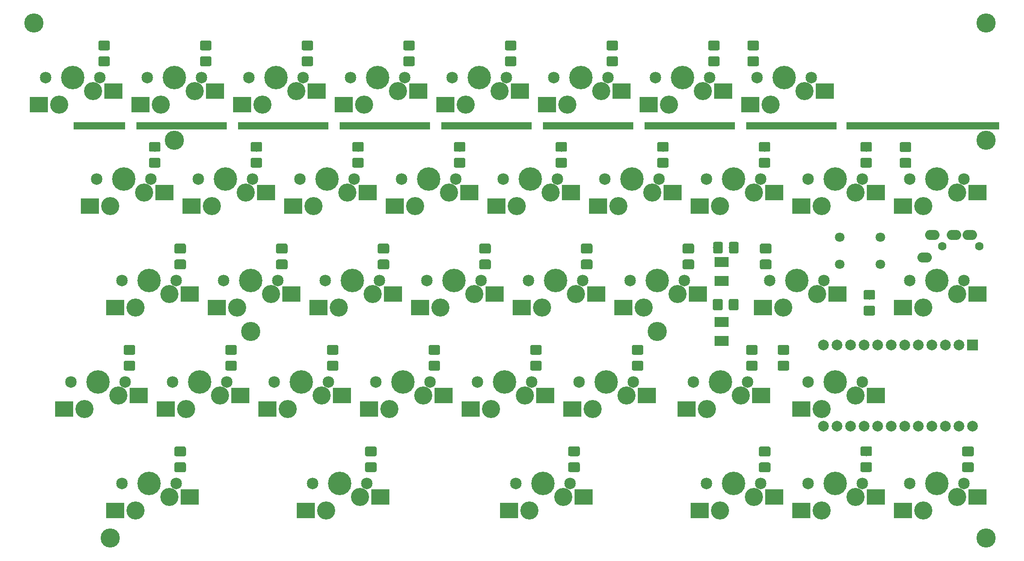
<source format=gbs>
G04 #@! TF.GenerationSoftware,KiCad,Pcbnew,(5.0.0-3-g5ebb6b6)*
G04 #@! TF.CreationDate,2018-10-13T13:11:11+09:00*
G04 #@! TF.ProjectId,pakbd,70616B62642E6B696361645F70636200,1*
G04 #@! TF.SameCoordinates,Original*
G04 #@! TF.FileFunction,Soldermask,Bot*
G04 #@! TF.FilePolarity,Negative*
%FSLAX46Y46*%
G04 Gerber Fmt 4.6, Leading zero omitted, Abs format (unit mm)*
G04 Created by KiCad (PCBNEW (5.0.0-3-g5ebb6b6)) date *
%MOMM*%
%LPD*%
G01*
G04 APERTURE LIST*
%ADD10R,3.400000X2.900000*%
%ADD11C,2.160000*%
%ADD12C,4.400000*%
%ADD13C,3.400000*%
%ADD14R,9.625000X1.400000*%
%ADD15C,0.100000*%
%ADD16C,1.825000*%
%ADD17R,28.710000X1.400000*%
%ADD18R,16.900000X1.400000*%
%ADD19C,3.600000*%
%ADD20R,1.400000X1.900000*%
%ADD21C,1.797000*%
%ADD22C,2.000000*%
%ADD23R,2.000000X2.000000*%
%ADD24C,1.600000*%
%ADD25O,2.700000X1.900000*%
G04 APERTURE END LIST*
D10*
G04 #@! TO.C,SW54*
X361880250Y-83780000D03*
X347910250Y-86320000D03*
D11*
X349180250Y-81240000D03*
X359340250Y-81240000D03*
D12*
X354260250Y-81240000D03*
D13*
X358070250Y-83780000D03*
X351720250Y-86320000D03*
G04 #@! TD*
D14*
G04 #@! TO.C,cr10*
X223517501Y-52240001D03*
G04 #@! TD*
D15*
G04 #@! TO.C,D46*
G36*
X368036207Y-55251542D02*
X368067287Y-55256152D01*
X368097766Y-55263787D01*
X368127350Y-55274372D01*
X368155754Y-55287806D01*
X368182704Y-55303959D01*
X368207942Y-55322677D01*
X368231223Y-55343777D01*
X368252323Y-55367058D01*
X368271041Y-55392296D01*
X368287194Y-55419246D01*
X368300628Y-55447650D01*
X368311213Y-55477234D01*
X368318848Y-55507713D01*
X368323458Y-55538793D01*
X368325000Y-55570176D01*
X368325000Y-56754824D01*
X368323458Y-56786207D01*
X368318848Y-56817287D01*
X368311213Y-56847766D01*
X368300628Y-56877350D01*
X368287194Y-56905754D01*
X368271041Y-56932704D01*
X368252323Y-56957942D01*
X368231223Y-56981223D01*
X368207942Y-57002323D01*
X368182704Y-57021041D01*
X368155754Y-57037194D01*
X368127350Y-57050628D01*
X368097766Y-57061213D01*
X368067287Y-57068848D01*
X368036207Y-57073458D01*
X368004824Y-57075000D01*
X366495176Y-57075000D01*
X366463793Y-57073458D01*
X366432713Y-57068848D01*
X366402234Y-57061213D01*
X366372650Y-57050628D01*
X366344246Y-57037194D01*
X366317296Y-57021041D01*
X366292058Y-57002323D01*
X366268777Y-56981223D01*
X366247677Y-56957942D01*
X366228959Y-56932704D01*
X366212806Y-56905754D01*
X366199372Y-56877350D01*
X366188787Y-56847766D01*
X366181152Y-56817287D01*
X366176542Y-56786207D01*
X366175000Y-56754824D01*
X366175000Y-55570176D01*
X366176542Y-55538793D01*
X366181152Y-55507713D01*
X366188787Y-55477234D01*
X366199372Y-55447650D01*
X366212806Y-55419246D01*
X366228959Y-55392296D01*
X366247677Y-55367058D01*
X366268777Y-55343777D01*
X366292058Y-55322677D01*
X366317296Y-55303959D01*
X366344246Y-55287806D01*
X366372650Y-55274372D01*
X366402234Y-55263787D01*
X366432713Y-55256152D01*
X366463793Y-55251542D01*
X366495176Y-55250000D01*
X368004824Y-55250000D01*
X368036207Y-55251542D01*
X368036207Y-55251542D01*
G37*
D16*
X367250000Y-56162500D03*
D15*
G36*
X368036207Y-58226542D02*
X368067287Y-58231152D01*
X368097766Y-58238787D01*
X368127350Y-58249372D01*
X368155754Y-58262806D01*
X368182704Y-58278959D01*
X368207942Y-58297677D01*
X368231223Y-58318777D01*
X368252323Y-58342058D01*
X368271041Y-58367296D01*
X368287194Y-58394246D01*
X368300628Y-58422650D01*
X368311213Y-58452234D01*
X368318848Y-58482713D01*
X368323458Y-58513793D01*
X368325000Y-58545176D01*
X368325000Y-59729824D01*
X368323458Y-59761207D01*
X368318848Y-59792287D01*
X368311213Y-59822766D01*
X368300628Y-59852350D01*
X368287194Y-59880754D01*
X368271041Y-59907704D01*
X368252323Y-59932942D01*
X368231223Y-59956223D01*
X368207942Y-59977323D01*
X368182704Y-59996041D01*
X368155754Y-60012194D01*
X368127350Y-60025628D01*
X368097766Y-60036213D01*
X368067287Y-60043848D01*
X368036207Y-60048458D01*
X368004824Y-60050000D01*
X366495176Y-60050000D01*
X366463793Y-60048458D01*
X366432713Y-60043848D01*
X366402234Y-60036213D01*
X366372650Y-60025628D01*
X366344246Y-60012194D01*
X366317296Y-59996041D01*
X366292058Y-59977323D01*
X366268777Y-59956223D01*
X366247677Y-59932942D01*
X366228959Y-59907704D01*
X366212806Y-59880754D01*
X366199372Y-59852350D01*
X366188787Y-59822766D01*
X366181152Y-59792287D01*
X366176542Y-59761207D01*
X366175000Y-59729824D01*
X366175000Y-58545176D01*
X366176542Y-58513793D01*
X366181152Y-58482713D01*
X366188787Y-58452234D01*
X366199372Y-58422650D01*
X366212806Y-58394246D01*
X366228959Y-58367296D01*
X366247677Y-58342058D01*
X366268777Y-58318777D01*
X366292058Y-58297677D01*
X366317296Y-58278959D01*
X366344246Y-58262806D01*
X366372650Y-58249372D01*
X366402234Y-58238787D01*
X366432713Y-58231152D01*
X366463793Y-58226542D01*
X366495176Y-58225000D01*
X368004824Y-58225000D01*
X368036207Y-58226542D01*
X368036207Y-58226542D01*
G37*
D16*
X367250000Y-59137500D03*
G04 #@! TD*
D15*
G04 #@! TO.C,D47*
G36*
X375406207Y-55291542D02*
X375437287Y-55296152D01*
X375467766Y-55303787D01*
X375497350Y-55314372D01*
X375525754Y-55327806D01*
X375552704Y-55343959D01*
X375577942Y-55362677D01*
X375601223Y-55383777D01*
X375622323Y-55407058D01*
X375641041Y-55432296D01*
X375657194Y-55459246D01*
X375670628Y-55487650D01*
X375681213Y-55517234D01*
X375688848Y-55547713D01*
X375693458Y-55578793D01*
X375695000Y-55610176D01*
X375695000Y-56794824D01*
X375693458Y-56826207D01*
X375688848Y-56857287D01*
X375681213Y-56887766D01*
X375670628Y-56917350D01*
X375657194Y-56945754D01*
X375641041Y-56972704D01*
X375622323Y-56997942D01*
X375601223Y-57021223D01*
X375577942Y-57042323D01*
X375552704Y-57061041D01*
X375525754Y-57077194D01*
X375497350Y-57090628D01*
X375467766Y-57101213D01*
X375437287Y-57108848D01*
X375406207Y-57113458D01*
X375374824Y-57115000D01*
X373865176Y-57115000D01*
X373833793Y-57113458D01*
X373802713Y-57108848D01*
X373772234Y-57101213D01*
X373742650Y-57090628D01*
X373714246Y-57077194D01*
X373687296Y-57061041D01*
X373662058Y-57042323D01*
X373638777Y-57021223D01*
X373617677Y-56997942D01*
X373598959Y-56972704D01*
X373582806Y-56945754D01*
X373569372Y-56917350D01*
X373558787Y-56887766D01*
X373551152Y-56857287D01*
X373546542Y-56826207D01*
X373545000Y-56794824D01*
X373545000Y-55610176D01*
X373546542Y-55578793D01*
X373551152Y-55547713D01*
X373558787Y-55517234D01*
X373569372Y-55487650D01*
X373582806Y-55459246D01*
X373598959Y-55432296D01*
X373617677Y-55407058D01*
X373638777Y-55383777D01*
X373662058Y-55362677D01*
X373687296Y-55343959D01*
X373714246Y-55327806D01*
X373742650Y-55314372D01*
X373772234Y-55303787D01*
X373802713Y-55296152D01*
X373833793Y-55291542D01*
X373865176Y-55290000D01*
X375374824Y-55290000D01*
X375406207Y-55291542D01*
X375406207Y-55291542D01*
G37*
D16*
X374620000Y-56202500D03*
D15*
G36*
X375406207Y-58266542D02*
X375437287Y-58271152D01*
X375467766Y-58278787D01*
X375497350Y-58289372D01*
X375525754Y-58302806D01*
X375552704Y-58318959D01*
X375577942Y-58337677D01*
X375601223Y-58358777D01*
X375622323Y-58382058D01*
X375641041Y-58407296D01*
X375657194Y-58434246D01*
X375670628Y-58462650D01*
X375681213Y-58492234D01*
X375688848Y-58522713D01*
X375693458Y-58553793D01*
X375695000Y-58585176D01*
X375695000Y-59769824D01*
X375693458Y-59801207D01*
X375688848Y-59832287D01*
X375681213Y-59862766D01*
X375670628Y-59892350D01*
X375657194Y-59920754D01*
X375641041Y-59947704D01*
X375622323Y-59972942D01*
X375601223Y-59996223D01*
X375577942Y-60017323D01*
X375552704Y-60036041D01*
X375525754Y-60052194D01*
X375497350Y-60065628D01*
X375467766Y-60076213D01*
X375437287Y-60083848D01*
X375406207Y-60088458D01*
X375374824Y-60090000D01*
X373865176Y-60090000D01*
X373833793Y-60088458D01*
X373802713Y-60083848D01*
X373772234Y-60076213D01*
X373742650Y-60065628D01*
X373714246Y-60052194D01*
X373687296Y-60036041D01*
X373662058Y-60017323D01*
X373638777Y-59996223D01*
X373617677Y-59972942D01*
X373598959Y-59947704D01*
X373582806Y-59920754D01*
X373569372Y-59892350D01*
X373558787Y-59862766D01*
X373551152Y-59832287D01*
X373546542Y-59801207D01*
X373545000Y-59769824D01*
X373545000Y-58585176D01*
X373546542Y-58553793D01*
X373551152Y-58522713D01*
X373558787Y-58492234D01*
X373569372Y-58462650D01*
X373582806Y-58434246D01*
X373598959Y-58407296D01*
X373617677Y-58382058D01*
X373638777Y-58358777D01*
X373662058Y-58337677D01*
X373687296Y-58318959D01*
X373714246Y-58302806D01*
X373742650Y-58289372D01*
X373772234Y-58278787D01*
X373802713Y-58271152D01*
X373833793Y-58266542D01*
X373865176Y-58265000D01*
X375374824Y-58265000D01*
X375406207Y-58266542D01*
X375406207Y-58266542D01*
G37*
D16*
X374620000Y-59177500D03*
G04 #@! TD*
D15*
G04 #@! TO.C,D48*
G36*
X239446207Y-74341542D02*
X239477287Y-74346152D01*
X239507766Y-74353787D01*
X239537350Y-74364372D01*
X239565754Y-74377806D01*
X239592704Y-74393959D01*
X239617942Y-74412677D01*
X239641223Y-74433777D01*
X239662323Y-74457058D01*
X239681041Y-74482296D01*
X239697194Y-74509246D01*
X239710628Y-74537650D01*
X239721213Y-74567234D01*
X239728848Y-74597713D01*
X239733458Y-74628793D01*
X239735000Y-74660176D01*
X239735000Y-75844824D01*
X239733458Y-75876207D01*
X239728848Y-75907287D01*
X239721213Y-75937766D01*
X239710628Y-75967350D01*
X239697194Y-75995754D01*
X239681041Y-76022704D01*
X239662323Y-76047942D01*
X239641223Y-76071223D01*
X239617942Y-76092323D01*
X239592704Y-76111041D01*
X239565754Y-76127194D01*
X239537350Y-76140628D01*
X239507766Y-76151213D01*
X239477287Y-76158848D01*
X239446207Y-76163458D01*
X239414824Y-76165000D01*
X237905176Y-76165000D01*
X237873793Y-76163458D01*
X237842713Y-76158848D01*
X237812234Y-76151213D01*
X237782650Y-76140628D01*
X237754246Y-76127194D01*
X237727296Y-76111041D01*
X237702058Y-76092323D01*
X237678777Y-76071223D01*
X237657677Y-76047942D01*
X237638959Y-76022704D01*
X237622806Y-75995754D01*
X237609372Y-75967350D01*
X237598787Y-75937766D01*
X237591152Y-75907287D01*
X237586542Y-75876207D01*
X237585000Y-75844824D01*
X237585000Y-74660176D01*
X237586542Y-74628793D01*
X237591152Y-74597713D01*
X237598787Y-74567234D01*
X237609372Y-74537650D01*
X237622806Y-74509246D01*
X237638959Y-74482296D01*
X237657677Y-74457058D01*
X237678777Y-74433777D01*
X237702058Y-74412677D01*
X237727296Y-74393959D01*
X237754246Y-74377806D01*
X237782650Y-74364372D01*
X237812234Y-74353787D01*
X237842713Y-74346152D01*
X237873793Y-74341542D01*
X237905176Y-74340000D01*
X239414824Y-74340000D01*
X239446207Y-74341542D01*
X239446207Y-74341542D01*
G37*
D16*
X238660000Y-75252500D03*
D15*
G36*
X239446207Y-77316542D02*
X239477287Y-77321152D01*
X239507766Y-77328787D01*
X239537350Y-77339372D01*
X239565754Y-77352806D01*
X239592704Y-77368959D01*
X239617942Y-77387677D01*
X239641223Y-77408777D01*
X239662323Y-77432058D01*
X239681041Y-77457296D01*
X239697194Y-77484246D01*
X239710628Y-77512650D01*
X239721213Y-77542234D01*
X239728848Y-77572713D01*
X239733458Y-77603793D01*
X239735000Y-77635176D01*
X239735000Y-78819824D01*
X239733458Y-78851207D01*
X239728848Y-78882287D01*
X239721213Y-78912766D01*
X239710628Y-78942350D01*
X239697194Y-78970754D01*
X239681041Y-78997704D01*
X239662323Y-79022942D01*
X239641223Y-79046223D01*
X239617942Y-79067323D01*
X239592704Y-79086041D01*
X239565754Y-79102194D01*
X239537350Y-79115628D01*
X239507766Y-79126213D01*
X239477287Y-79133848D01*
X239446207Y-79138458D01*
X239414824Y-79140000D01*
X237905176Y-79140000D01*
X237873793Y-79138458D01*
X237842713Y-79133848D01*
X237812234Y-79126213D01*
X237782650Y-79115628D01*
X237754246Y-79102194D01*
X237727296Y-79086041D01*
X237702058Y-79067323D01*
X237678777Y-79046223D01*
X237657677Y-79022942D01*
X237638959Y-78997704D01*
X237622806Y-78970754D01*
X237609372Y-78942350D01*
X237598787Y-78912766D01*
X237591152Y-78882287D01*
X237586542Y-78851207D01*
X237585000Y-78819824D01*
X237585000Y-77635176D01*
X237586542Y-77603793D01*
X237591152Y-77572713D01*
X237598787Y-77542234D01*
X237609372Y-77512650D01*
X237622806Y-77484246D01*
X237638959Y-77457296D01*
X237657677Y-77432058D01*
X237678777Y-77408777D01*
X237702058Y-77387677D01*
X237727296Y-77368959D01*
X237754246Y-77352806D01*
X237782650Y-77339372D01*
X237812234Y-77328787D01*
X237842713Y-77321152D01*
X237873793Y-77316542D01*
X237905176Y-77315000D01*
X239414824Y-77315000D01*
X239446207Y-77316542D01*
X239446207Y-77316542D01*
G37*
D16*
X238660000Y-78227500D03*
G04 #@! TD*
D15*
G04 #@! TO.C,D49*
G36*
X258496207Y-74341542D02*
X258527287Y-74346152D01*
X258557766Y-74353787D01*
X258587350Y-74364372D01*
X258615754Y-74377806D01*
X258642704Y-74393959D01*
X258667942Y-74412677D01*
X258691223Y-74433777D01*
X258712323Y-74457058D01*
X258731041Y-74482296D01*
X258747194Y-74509246D01*
X258760628Y-74537650D01*
X258771213Y-74567234D01*
X258778848Y-74597713D01*
X258783458Y-74628793D01*
X258785000Y-74660176D01*
X258785000Y-75844824D01*
X258783458Y-75876207D01*
X258778848Y-75907287D01*
X258771213Y-75937766D01*
X258760628Y-75967350D01*
X258747194Y-75995754D01*
X258731041Y-76022704D01*
X258712323Y-76047942D01*
X258691223Y-76071223D01*
X258667942Y-76092323D01*
X258642704Y-76111041D01*
X258615754Y-76127194D01*
X258587350Y-76140628D01*
X258557766Y-76151213D01*
X258527287Y-76158848D01*
X258496207Y-76163458D01*
X258464824Y-76165000D01*
X256955176Y-76165000D01*
X256923793Y-76163458D01*
X256892713Y-76158848D01*
X256862234Y-76151213D01*
X256832650Y-76140628D01*
X256804246Y-76127194D01*
X256777296Y-76111041D01*
X256752058Y-76092323D01*
X256728777Y-76071223D01*
X256707677Y-76047942D01*
X256688959Y-76022704D01*
X256672806Y-75995754D01*
X256659372Y-75967350D01*
X256648787Y-75937766D01*
X256641152Y-75907287D01*
X256636542Y-75876207D01*
X256635000Y-75844824D01*
X256635000Y-74660176D01*
X256636542Y-74628793D01*
X256641152Y-74597713D01*
X256648787Y-74567234D01*
X256659372Y-74537650D01*
X256672806Y-74509246D01*
X256688959Y-74482296D01*
X256707677Y-74457058D01*
X256728777Y-74433777D01*
X256752058Y-74412677D01*
X256777296Y-74393959D01*
X256804246Y-74377806D01*
X256832650Y-74364372D01*
X256862234Y-74353787D01*
X256892713Y-74346152D01*
X256923793Y-74341542D01*
X256955176Y-74340000D01*
X258464824Y-74340000D01*
X258496207Y-74341542D01*
X258496207Y-74341542D01*
G37*
D16*
X257710000Y-75252500D03*
D15*
G36*
X258496207Y-77316542D02*
X258527287Y-77321152D01*
X258557766Y-77328787D01*
X258587350Y-77339372D01*
X258615754Y-77352806D01*
X258642704Y-77368959D01*
X258667942Y-77387677D01*
X258691223Y-77408777D01*
X258712323Y-77432058D01*
X258731041Y-77457296D01*
X258747194Y-77484246D01*
X258760628Y-77512650D01*
X258771213Y-77542234D01*
X258778848Y-77572713D01*
X258783458Y-77603793D01*
X258785000Y-77635176D01*
X258785000Y-78819824D01*
X258783458Y-78851207D01*
X258778848Y-78882287D01*
X258771213Y-78912766D01*
X258760628Y-78942350D01*
X258747194Y-78970754D01*
X258731041Y-78997704D01*
X258712323Y-79022942D01*
X258691223Y-79046223D01*
X258667942Y-79067323D01*
X258642704Y-79086041D01*
X258615754Y-79102194D01*
X258587350Y-79115628D01*
X258557766Y-79126213D01*
X258527287Y-79133848D01*
X258496207Y-79138458D01*
X258464824Y-79140000D01*
X256955176Y-79140000D01*
X256923793Y-79138458D01*
X256892713Y-79133848D01*
X256862234Y-79126213D01*
X256832650Y-79115628D01*
X256804246Y-79102194D01*
X256777296Y-79086041D01*
X256752058Y-79067323D01*
X256728777Y-79046223D01*
X256707677Y-79022942D01*
X256688959Y-78997704D01*
X256672806Y-78970754D01*
X256659372Y-78942350D01*
X256648787Y-78912766D01*
X256641152Y-78882287D01*
X256636542Y-78851207D01*
X256635000Y-78819824D01*
X256635000Y-77635176D01*
X256636542Y-77603793D01*
X256641152Y-77572713D01*
X256648787Y-77542234D01*
X256659372Y-77512650D01*
X256672806Y-77484246D01*
X256688959Y-77457296D01*
X256707677Y-77432058D01*
X256728777Y-77408777D01*
X256752058Y-77387677D01*
X256777296Y-77368959D01*
X256804246Y-77352806D01*
X256832650Y-77339372D01*
X256862234Y-77328787D01*
X256892713Y-77321152D01*
X256923793Y-77316542D01*
X256955176Y-77315000D01*
X258464824Y-77315000D01*
X258496207Y-77316542D01*
X258496207Y-77316542D01*
G37*
D16*
X257710000Y-78227500D03*
G04 #@! TD*
D15*
G04 #@! TO.C,D50*
G36*
X277546207Y-74341542D02*
X277577287Y-74346152D01*
X277607766Y-74353787D01*
X277637350Y-74364372D01*
X277665754Y-74377806D01*
X277692704Y-74393959D01*
X277717942Y-74412677D01*
X277741223Y-74433777D01*
X277762323Y-74457058D01*
X277781041Y-74482296D01*
X277797194Y-74509246D01*
X277810628Y-74537650D01*
X277821213Y-74567234D01*
X277828848Y-74597713D01*
X277833458Y-74628793D01*
X277835000Y-74660176D01*
X277835000Y-75844824D01*
X277833458Y-75876207D01*
X277828848Y-75907287D01*
X277821213Y-75937766D01*
X277810628Y-75967350D01*
X277797194Y-75995754D01*
X277781041Y-76022704D01*
X277762323Y-76047942D01*
X277741223Y-76071223D01*
X277717942Y-76092323D01*
X277692704Y-76111041D01*
X277665754Y-76127194D01*
X277637350Y-76140628D01*
X277607766Y-76151213D01*
X277577287Y-76158848D01*
X277546207Y-76163458D01*
X277514824Y-76165000D01*
X276005176Y-76165000D01*
X275973793Y-76163458D01*
X275942713Y-76158848D01*
X275912234Y-76151213D01*
X275882650Y-76140628D01*
X275854246Y-76127194D01*
X275827296Y-76111041D01*
X275802058Y-76092323D01*
X275778777Y-76071223D01*
X275757677Y-76047942D01*
X275738959Y-76022704D01*
X275722806Y-75995754D01*
X275709372Y-75967350D01*
X275698787Y-75937766D01*
X275691152Y-75907287D01*
X275686542Y-75876207D01*
X275685000Y-75844824D01*
X275685000Y-74660176D01*
X275686542Y-74628793D01*
X275691152Y-74597713D01*
X275698787Y-74567234D01*
X275709372Y-74537650D01*
X275722806Y-74509246D01*
X275738959Y-74482296D01*
X275757677Y-74457058D01*
X275778777Y-74433777D01*
X275802058Y-74412677D01*
X275827296Y-74393959D01*
X275854246Y-74377806D01*
X275882650Y-74364372D01*
X275912234Y-74353787D01*
X275942713Y-74346152D01*
X275973793Y-74341542D01*
X276005176Y-74340000D01*
X277514824Y-74340000D01*
X277546207Y-74341542D01*
X277546207Y-74341542D01*
G37*
D16*
X276760000Y-75252500D03*
D15*
G36*
X277546207Y-77316542D02*
X277577287Y-77321152D01*
X277607766Y-77328787D01*
X277637350Y-77339372D01*
X277665754Y-77352806D01*
X277692704Y-77368959D01*
X277717942Y-77387677D01*
X277741223Y-77408777D01*
X277762323Y-77432058D01*
X277781041Y-77457296D01*
X277797194Y-77484246D01*
X277810628Y-77512650D01*
X277821213Y-77542234D01*
X277828848Y-77572713D01*
X277833458Y-77603793D01*
X277835000Y-77635176D01*
X277835000Y-78819824D01*
X277833458Y-78851207D01*
X277828848Y-78882287D01*
X277821213Y-78912766D01*
X277810628Y-78942350D01*
X277797194Y-78970754D01*
X277781041Y-78997704D01*
X277762323Y-79022942D01*
X277741223Y-79046223D01*
X277717942Y-79067323D01*
X277692704Y-79086041D01*
X277665754Y-79102194D01*
X277637350Y-79115628D01*
X277607766Y-79126213D01*
X277577287Y-79133848D01*
X277546207Y-79138458D01*
X277514824Y-79140000D01*
X276005176Y-79140000D01*
X275973793Y-79138458D01*
X275942713Y-79133848D01*
X275912234Y-79126213D01*
X275882650Y-79115628D01*
X275854246Y-79102194D01*
X275827296Y-79086041D01*
X275802058Y-79067323D01*
X275778777Y-79046223D01*
X275757677Y-79022942D01*
X275738959Y-78997704D01*
X275722806Y-78970754D01*
X275709372Y-78942350D01*
X275698787Y-78912766D01*
X275691152Y-78882287D01*
X275686542Y-78851207D01*
X275685000Y-78819824D01*
X275685000Y-77635176D01*
X275686542Y-77603793D01*
X275691152Y-77572713D01*
X275698787Y-77542234D01*
X275709372Y-77512650D01*
X275722806Y-77484246D01*
X275738959Y-77457296D01*
X275757677Y-77432058D01*
X275778777Y-77408777D01*
X275802058Y-77387677D01*
X275827296Y-77368959D01*
X275854246Y-77352806D01*
X275882650Y-77339372D01*
X275912234Y-77328787D01*
X275942713Y-77321152D01*
X275973793Y-77316542D01*
X276005176Y-77315000D01*
X277514824Y-77315000D01*
X277546207Y-77316542D01*
X277546207Y-77316542D01*
G37*
D16*
X276760000Y-78227500D03*
G04 #@! TD*
D15*
G04 #@! TO.C,D51*
G36*
X296596207Y-74341542D02*
X296627287Y-74346152D01*
X296657766Y-74353787D01*
X296687350Y-74364372D01*
X296715754Y-74377806D01*
X296742704Y-74393959D01*
X296767942Y-74412677D01*
X296791223Y-74433777D01*
X296812323Y-74457058D01*
X296831041Y-74482296D01*
X296847194Y-74509246D01*
X296860628Y-74537650D01*
X296871213Y-74567234D01*
X296878848Y-74597713D01*
X296883458Y-74628793D01*
X296885000Y-74660176D01*
X296885000Y-75844824D01*
X296883458Y-75876207D01*
X296878848Y-75907287D01*
X296871213Y-75937766D01*
X296860628Y-75967350D01*
X296847194Y-75995754D01*
X296831041Y-76022704D01*
X296812323Y-76047942D01*
X296791223Y-76071223D01*
X296767942Y-76092323D01*
X296742704Y-76111041D01*
X296715754Y-76127194D01*
X296687350Y-76140628D01*
X296657766Y-76151213D01*
X296627287Y-76158848D01*
X296596207Y-76163458D01*
X296564824Y-76165000D01*
X295055176Y-76165000D01*
X295023793Y-76163458D01*
X294992713Y-76158848D01*
X294962234Y-76151213D01*
X294932650Y-76140628D01*
X294904246Y-76127194D01*
X294877296Y-76111041D01*
X294852058Y-76092323D01*
X294828777Y-76071223D01*
X294807677Y-76047942D01*
X294788959Y-76022704D01*
X294772806Y-75995754D01*
X294759372Y-75967350D01*
X294748787Y-75937766D01*
X294741152Y-75907287D01*
X294736542Y-75876207D01*
X294735000Y-75844824D01*
X294735000Y-74660176D01*
X294736542Y-74628793D01*
X294741152Y-74597713D01*
X294748787Y-74567234D01*
X294759372Y-74537650D01*
X294772806Y-74509246D01*
X294788959Y-74482296D01*
X294807677Y-74457058D01*
X294828777Y-74433777D01*
X294852058Y-74412677D01*
X294877296Y-74393959D01*
X294904246Y-74377806D01*
X294932650Y-74364372D01*
X294962234Y-74353787D01*
X294992713Y-74346152D01*
X295023793Y-74341542D01*
X295055176Y-74340000D01*
X296564824Y-74340000D01*
X296596207Y-74341542D01*
X296596207Y-74341542D01*
G37*
D16*
X295810000Y-75252500D03*
D15*
G36*
X296596207Y-77316542D02*
X296627287Y-77321152D01*
X296657766Y-77328787D01*
X296687350Y-77339372D01*
X296715754Y-77352806D01*
X296742704Y-77368959D01*
X296767942Y-77387677D01*
X296791223Y-77408777D01*
X296812323Y-77432058D01*
X296831041Y-77457296D01*
X296847194Y-77484246D01*
X296860628Y-77512650D01*
X296871213Y-77542234D01*
X296878848Y-77572713D01*
X296883458Y-77603793D01*
X296885000Y-77635176D01*
X296885000Y-78819824D01*
X296883458Y-78851207D01*
X296878848Y-78882287D01*
X296871213Y-78912766D01*
X296860628Y-78942350D01*
X296847194Y-78970754D01*
X296831041Y-78997704D01*
X296812323Y-79022942D01*
X296791223Y-79046223D01*
X296767942Y-79067323D01*
X296742704Y-79086041D01*
X296715754Y-79102194D01*
X296687350Y-79115628D01*
X296657766Y-79126213D01*
X296627287Y-79133848D01*
X296596207Y-79138458D01*
X296564824Y-79140000D01*
X295055176Y-79140000D01*
X295023793Y-79138458D01*
X294992713Y-79133848D01*
X294962234Y-79126213D01*
X294932650Y-79115628D01*
X294904246Y-79102194D01*
X294877296Y-79086041D01*
X294852058Y-79067323D01*
X294828777Y-79046223D01*
X294807677Y-79022942D01*
X294788959Y-78997704D01*
X294772806Y-78970754D01*
X294759372Y-78942350D01*
X294748787Y-78912766D01*
X294741152Y-78882287D01*
X294736542Y-78851207D01*
X294735000Y-78819824D01*
X294735000Y-77635176D01*
X294736542Y-77603793D01*
X294741152Y-77572713D01*
X294748787Y-77542234D01*
X294759372Y-77512650D01*
X294772806Y-77484246D01*
X294788959Y-77457296D01*
X294807677Y-77432058D01*
X294828777Y-77408777D01*
X294852058Y-77387677D01*
X294877296Y-77368959D01*
X294904246Y-77352806D01*
X294932650Y-77339372D01*
X294962234Y-77328787D01*
X294992713Y-77321152D01*
X295023793Y-77316542D01*
X295055176Y-77315000D01*
X296564824Y-77315000D01*
X296596207Y-77316542D01*
X296596207Y-77316542D01*
G37*
D16*
X295810000Y-78227500D03*
G04 #@! TD*
D15*
G04 #@! TO.C,D52*
G36*
X315646207Y-74341542D02*
X315677287Y-74346152D01*
X315707766Y-74353787D01*
X315737350Y-74364372D01*
X315765754Y-74377806D01*
X315792704Y-74393959D01*
X315817942Y-74412677D01*
X315841223Y-74433777D01*
X315862323Y-74457058D01*
X315881041Y-74482296D01*
X315897194Y-74509246D01*
X315910628Y-74537650D01*
X315921213Y-74567234D01*
X315928848Y-74597713D01*
X315933458Y-74628793D01*
X315935000Y-74660176D01*
X315935000Y-75844824D01*
X315933458Y-75876207D01*
X315928848Y-75907287D01*
X315921213Y-75937766D01*
X315910628Y-75967350D01*
X315897194Y-75995754D01*
X315881041Y-76022704D01*
X315862323Y-76047942D01*
X315841223Y-76071223D01*
X315817942Y-76092323D01*
X315792704Y-76111041D01*
X315765754Y-76127194D01*
X315737350Y-76140628D01*
X315707766Y-76151213D01*
X315677287Y-76158848D01*
X315646207Y-76163458D01*
X315614824Y-76165000D01*
X314105176Y-76165000D01*
X314073793Y-76163458D01*
X314042713Y-76158848D01*
X314012234Y-76151213D01*
X313982650Y-76140628D01*
X313954246Y-76127194D01*
X313927296Y-76111041D01*
X313902058Y-76092323D01*
X313878777Y-76071223D01*
X313857677Y-76047942D01*
X313838959Y-76022704D01*
X313822806Y-75995754D01*
X313809372Y-75967350D01*
X313798787Y-75937766D01*
X313791152Y-75907287D01*
X313786542Y-75876207D01*
X313785000Y-75844824D01*
X313785000Y-74660176D01*
X313786542Y-74628793D01*
X313791152Y-74597713D01*
X313798787Y-74567234D01*
X313809372Y-74537650D01*
X313822806Y-74509246D01*
X313838959Y-74482296D01*
X313857677Y-74457058D01*
X313878777Y-74433777D01*
X313902058Y-74412677D01*
X313927296Y-74393959D01*
X313954246Y-74377806D01*
X313982650Y-74364372D01*
X314012234Y-74353787D01*
X314042713Y-74346152D01*
X314073793Y-74341542D01*
X314105176Y-74340000D01*
X315614824Y-74340000D01*
X315646207Y-74341542D01*
X315646207Y-74341542D01*
G37*
D16*
X314860000Y-75252500D03*
D15*
G36*
X315646207Y-77316542D02*
X315677287Y-77321152D01*
X315707766Y-77328787D01*
X315737350Y-77339372D01*
X315765754Y-77352806D01*
X315792704Y-77368959D01*
X315817942Y-77387677D01*
X315841223Y-77408777D01*
X315862323Y-77432058D01*
X315881041Y-77457296D01*
X315897194Y-77484246D01*
X315910628Y-77512650D01*
X315921213Y-77542234D01*
X315928848Y-77572713D01*
X315933458Y-77603793D01*
X315935000Y-77635176D01*
X315935000Y-78819824D01*
X315933458Y-78851207D01*
X315928848Y-78882287D01*
X315921213Y-78912766D01*
X315910628Y-78942350D01*
X315897194Y-78970754D01*
X315881041Y-78997704D01*
X315862323Y-79022942D01*
X315841223Y-79046223D01*
X315817942Y-79067323D01*
X315792704Y-79086041D01*
X315765754Y-79102194D01*
X315737350Y-79115628D01*
X315707766Y-79126213D01*
X315677287Y-79133848D01*
X315646207Y-79138458D01*
X315614824Y-79140000D01*
X314105176Y-79140000D01*
X314073793Y-79138458D01*
X314042713Y-79133848D01*
X314012234Y-79126213D01*
X313982650Y-79115628D01*
X313954246Y-79102194D01*
X313927296Y-79086041D01*
X313902058Y-79067323D01*
X313878777Y-79046223D01*
X313857677Y-79022942D01*
X313838959Y-78997704D01*
X313822806Y-78970754D01*
X313809372Y-78942350D01*
X313798787Y-78912766D01*
X313791152Y-78882287D01*
X313786542Y-78851207D01*
X313785000Y-78819824D01*
X313785000Y-77635176D01*
X313786542Y-77603793D01*
X313791152Y-77572713D01*
X313798787Y-77542234D01*
X313809372Y-77512650D01*
X313822806Y-77484246D01*
X313838959Y-77457296D01*
X313857677Y-77432058D01*
X313878777Y-77408777D01*
X313902058Y-77387677D01*
X313927296Y-77368959D01*
X313954246Y-77352806D01*
X313982650Y-77339372D01*
X314012234Y-77328787D01*
X314042713Y-77321152D01*
X314073793Y-77316542D01*
X314105176Y-77315000D01*
X315614824Y-77315000D01*
X315646207Y-77316542D01*
X315646207Y-77316542D01*
G37*
D16*
X314860000Y-78227500D03*
G04 #@! TD*
D15*
G04 #@! TO.C,D53*
G36*
X334696207Y-74341542D02*
X334727287Y-74346152D01*
X334757766Y-74353787D01*
X334787350Y-74364372D01*
X334815754Y-74377806D01*
X334842704Y-74393959D01*
X334867942Y-74412677D01*
X334891223Y-74433777D01*
X334912323Y-74457058D01*
X334931041Y-74482296D01*
X334947194Y-74509246D01*
X334960628Y-74537650D01*
X334971213Y-74567234D01*
X334978848Y-74597713D01*
X334983458Y-74628793D01*
X334985000Y-74660176D01*
X334985000Y-75844824D01*
X334983458Y-75876207D01*
X334978848Y-75907287D01*
X334971213Y-75937766D01*
X334960628Y-75967350D01*
X334947194Y-75995754D01*
X334931041Y-76022704D01*
X334912323Y-76047942D01*
X334891223Y-76071223D01*
X334867942Y-76092323D01*
X334842704Y-76111041D01*
X334815754Y-76127194D01*
X334787350Y-76140628D01*
X334757766Y-76151213D01*
X334727287Y-76158848D01*
X334696207Y-76163458D01*
X334664824Y-76165000D01*
X333155176Y-76165000D01*
X333123793Y-76163458D01*
X333092713Y-76158848D01*
X333062234Y-76151213D01*
X333032650Y-76140628D01*
X333004246Y-76127194D01*
X332977296Y-76111041D01*
X332952058Y-76092323D01*
X332928777Y-76071223D01*
X332907677Y-76047942D01*
X332888959Y-76022704D01*
X332872806Y-75995754D01*
X332859372Y-75967350D01*
X332848787Y-75937766D01*
X332841152Y-75907287D01*
X332836542Y-75876207D01*
X332835000Y-75844824D01*
X332835000Y-74660176D01*
X332836542Y-74628793D01*
X332841152Y-74597713D01*
X332848787Y-74567234D01*
X332859372Y-74537650D01*
X332872806Y-74509246D01*
X332888959Y-74482296D01*
X332907677Y-74457058D01*
X332928777Y-74433777D01*
X332952058Y-74412677D01*
X332977296Y-74393959D01*
X333004246Y-74377806D01*
X333032650Y-74364372D01*
X333062234Y-74353787D01*
X333092713Y-74346152D01*
X333123793Y-74341542D01*
X333155176Y-74340000D01*
X334664824Y-74340000D01*
X334696207Y-74341542D01*
X334696207Y-74341542D01*
G37*
D16*
X333910000Y-75252500D03*
D15*
G36*
X334696207Y-77316542D02*
X334727287Y-77321152D01*
X334757766Y-77328787D01*
X334787350Y-77339372D01*
X334815754Y-77352806D01*
X334842704Y-77368959D01*
X334867942Y-77387677D01*
X334891223Y-77408777D01*
X334912323Y-77432058D01*
X334931041Y-77457296D01*
X334947194Y-77484246D01*
X334960628Y-77512650D01*
X334971213Y-77542234D01*
X334978848Y-77572713D01*
X334983458Y-77603793D01*
X334985000Y-77635176D01*
X334985000Y-78819824D01*
X334983458Y-78851207D01*
X334978848Y-78882287D01*
X334971213Y-78912766D01*
X334960628Y-78942350D01*
X334947194Y-78970754D01*
X334931041Y-78997704D01*
X334912323Y-79022942D01*
X334891223Y-79046223D01*
X334867942Y-79067323D01*
X334842704Y-79086041D01*
X334815754Y-79102194D01*
X334787350Y-79115628D01*
X334757766Y-79126213D01*
X334727287Y-79133848D01*
X334696207Y-79138458D01*
X334664824Y-79140000D01*
X333155176Y-79140000D01*
X333123793Y-79138458D01*
X333092713Y-79133848D01*
X333062234Y-79126213D01*
X333032650Y-79115628D01*
X333004246Y-79102194D01*
X332977296Y-79086041D01*
X332952058Y-79067323D01*
X332928777Y-79046223D01*
X332907677Y-79022942D01*
X332888959Y-78997704D01*
X332872806Y-78970754D01*
X332859372Y-78942350D01*
X332848787Y-78912766D01*
X332841152Y-78882287D01*
X332836542Y-78851207D01*
X332835000Y-78819824D01*
X332835000Y-77635176D01*
X332836542Y-77603793D01*
X332841152Y-77572713D01*
X332848787Y-77542234D01*
X332859372Y-77512650D01*
X332872806Y-77484246D01*
X332888959Y-77457296D01*
X332907677Y-77432058D01*
X332928777Y-77408777D01*
X332952058Y-77387677D01*
X332977296Y-77368959D01*
X333004246Y-77352806D01*
X333032650Y-77339372D01*
X333062234Y-77328787D01*
X333092713Y-77321152D01*
X333123793Y-77316542D01*
X333155176Y-77315000D01*
X334664824Y-77315000D01*
X334696207Y-77316542D01*
X334696207Y-77316542D01*
G37*
D16*
X333910000Y-78227500D03*
G04 #@! TD*
D15*
G04 #@! TO.C,D54*
G36*
X349196207Y-74341542D02*
X349227287Y-74346152D01*
X349257766Y-74353787D01*
X349287350Y-74364372D01*
X349315754Y-74377806D01*
X349342704Y-74393959D01*
X349367942Y-74412677D01*
X349391223Y-74433777D01*
X349412323Y-74457058D01*
X349431041Y-74482296D01*
X349447194Y-74509246D01*
X349460628Y-74537650D01*
X349471213Y-74567234D01*
X349478848Y-74597713D01*
X349483458Y-74628793D01*
X349485000Y-74660176D01*
X349485000Y-75844824D01*
X349483458Y-75876207D01*
X349478848Y-75907287D01*
X349471213Y-75937766D01*
X349460628Y-75967350D01*
X349447194Y-75995754D01*
X349431041Y-76022704D01*
X349412323Y-76047942D01*
X349391223Y-76071223D01*
X349367942Y-76092323D01*
X349342704Y-76111041D01*
X349315754Y-76127194D01*
X349287350Y-76140628D01*
X349257766Y-76151213D01*
X349227287Y-76158848D01*
X349196207Y-76163458D01*
X349164824Y-76165000D01*
X347655176Y-76165000D01*
X347623793Y-76163458D01*
X347592713Y-76158848D01*
X347562234Y-76151213D01*
X347532650Y-76140628D01*
X347504246Y-76127194D01*
X347477296Y-76111041D01*
X347452058Y-76092323D01*
X347428777Y-76071223D01*
X347407677Y-76047942D01*
X347388959Y-76022704D01*
X347372806Y-75995754D01*
X347359372Y-75967350D01*
X347348787Y-75937766D01*
X347341152Y-75907287D01*
X347336542Y-75876207D01*
X347335000Y-75844824D01*
X347335000Y-74660176D01*
X347336542Y-74628793D01*
X347341152Y-74597713D01*
X347348787Y-74567234D01*
X347359372Y-74537650D01*
X347372806Y-74509246D01*
X347388959Y-74482296D01*
X347407677Y-74457058D01*
X347428777Y-74433777D01*
X347452058Y-74412677D01*
X347477296Y-74393959D01*
X347504246Y-74377806D01*
X347532650Y-74364372D01*
X347562234Y-74353787D01*
X347592713Y-74346152D01*
X347623793Y-74341542D01*
X347655176Y-74340000D01*
X349164824Y-74340000D01*
X349196207Y-74341542D01*
X349196207Y-74341542D01*
G37*
D16*
X348410000Y-75252500D03*
D15*
G36*
X349196207Y-77316542D02*
X349227287Y-77321152D01*
X349257766Y-77328787D01*
X349287350Y-77339372D01*
X349315754Y-77352806D01*
X349342704Y-77368959D01*
X349367942Y-77387677D01*
X349391223Y-77408777D01*
X349412323Y-77432058D01*
X349431041Y-77457296D01*
X349447194Y-77484246D01*
X349460628Y-77512650D01*
X349471213Y-77542234D01*
X349478848Y-77572713D01*
X349483458Y-77603793D01*
X349485000Y-77635176D01*
X349485000Y-78819824D01*
X349483458Y-78851207D01*
X349478848Y-78882287D01*
X349471213Y-78912766D01*
X349460628Y-78942350D01*
X349447194Y-78970754D01*
X349431041Y-78997704D01*
X349412323Y-79022942D01*
X349391223Y-79046223D01*
X349367942Y-79067323D01*
X349342704Y-79086041D01*
X349315754Y-79102194D01*
X349287350Y-79115628D01*
X349257766Y-79126213D01*
X349227287Y-79133848D01*
X349196207Y-79138458D01*
X349164824Y-79140000D01*
X347655176Y-79140000D01*
X347623793Y-79138458D01*
X347592713Y-79133848D01*
X347562234Y-79126213D01*
X347532650Y-79115628D01*
X347504246Y-79102194D01*
X347477296Y-79086041D01*
X347452058Y-79067323D01*
X347428777Y-79046223D01*
X347407677Y-79022942D01*
X347388959Y-78997704D01*
X347372806Y-78970754D01*
X347359372Y-78942350D01*
X347348787Y-78912766D01*
X347341152Y-78882287D01*
X347336542Y-78851207D01*
X347335000Y-78819824D01*
X347335000Y-77635176D01*
X347336542Y-77603793D01*
X347341152Y-77572713D01*
X347348787Y-77542234D01*
X347359372Y-77512650D01*
X347372806Y-77484246D01*
X347388959Y-77457296D01*
X347407677Y-77432058D01*
X347428777Y-77408777D01*
X347452058Y-77387677D01*
X347477296Y-77368959D01*
X347504246Y-77352806D01*
X347532650Y-77339372D01*
X347562234Y-77328787D01*
X347592713Y-77321152D01*
X347623793Y-77316542D01*
X347655176Y-77315000D01*
X349164824Y-77315000D01*
X349196207Y-77316542D01*
X349196207Y-77316542D01*
G37*
D16*
X348410000Y-78227500D03*
G04 #@! TD*
D15*
G04 #@! TO.C,D55*
G36*
X368626207Y-83021542D02*
X368657287Y-83026152D01*
X368687766Y-83033787D01*
X368717350Y-83044372D01*
X368745754Y-83057806D01*
X368772704Y-83073959D01*
X368797942Y-83092677D01*
X368821223Y-83113777D01*
X368842323Y-83137058D01*
X368861041Y-83162296D01*
X368877194Y-83189246D01*
X368890628Y-83217650D01*
X368901213Y-83247234D01*
X368908848Y-83277713D01*
X368913458Y-83308793D01*
X368915000Y-83340176D01*
X368915000Y-84524824D01*
X368913458Y-84556207D01*
X368908848Y-84587287D01*
X368901213Y-84617766D01*
X368890628Y-84647350D01*
X368877194Y-84675754D01*
X368861041Y-84702704D01*
X368842323Y-84727942D01*
X368821223Y-84751223D01*
X368797942Y-84772323D01*
X368772704Y-84791041D01*
X368745754Y-84807194D01*
X368717350Y-84820628D01*
X368687766Y-84831213D01*
X368657287Y-84838848D01*
X368626207Y-84843458D01*
X368594824Y-84845000D01*
X367085176Y-84845000D01*
X367053793Y-84843458D01*
X367022713Y-84838848D01*
X366992234Y-84831213D01*
X366962650Y-84820628D01*
X366934246Y-84807194D01*
X366907296Y-84791041D01*
X366882058Y-84772323D01*
X366858777Y-84751223D01*
X366837677Y-84727942D01*
X366818959Y-84702704D01*
X366802806Y-84675754D01*
X366789372Y-84647350D01*
X366778787Y-84617766D01*
X366771152Y-84587287D01*
X366766542Y-84556207D01*
X366765000Y-84524824D01*
X366765000Y-83340176D01*
X366766542Y-83308793D01*
X366771152Y-83277713D01*
X366778787Y-83247234D01*
X366789372Y-83217650D01*
X366802806Y-83189246D01*
X366818959Y-83162296D01*
X366837677Y-83137058D01*
X366858777Y-83113777D01*
X366882058Y-83092677D01*
X366907296Y-83073959D01*
X366934246Y-83057806D01*
X366962650Y-83044372D01*
X366992234Y-83033787D01*
X367022713Y-83026152D01*
X367053793Y-83021542D01*
X367085176Y-83020000D01*
X368594824Y-83020000D01*
X368626207Y-83021542D01*
X368626207Y-83021542D01*
G37*
D16*
X367840000Y-83932500D03*
D15*
G36*
X368626207Y-85996542D02*
X368657287Y-86001152D01*
X368687766Y-86008787D01*
X368717350Y-86019372D01*
X368745754Y-86032806D01*
X368772704Y-86048959D01*
X368797942Y-86067677D01*
X368821223Y-86088777D01*
X368842323Y-86112058D01*
X368861041Y-86137296D01*
X368877194Y-86164246D01*
X368890628Y-86192650D01*
X368901213Y-86222234D01*
X368908848Y-86252713D01*
X368913458Y-86283793D01*
X368915000Y-86315176D01*
X368915000Y-87499824D01*
X368913458Y-87531207D01*
X368908848Y-87562287D01*
X368901213Y-87592766D01*
X368890628Y-87622350D01*
X368877194Y-87650754D01*
X368861041Y-87677704D01*
X368842323Y-87702942D01*
X368821223Y-87726223D01*
X368797942Y-87747323D01*
X368772704Y-87766041D01*
X368745754Y-87782194D01*
X368717350Y-87795628D01*
X368687766Y-87806213D01*
X368657287Y-87813848D01*
X368626207Y-87818458D01*
X368594824Y-87820000D01*
X367085176Y-87820000D01*
X367053793Y-87818458D01*
X367022713Y-87813848D01*
X366992234Y-87806213D01*
X366962650Y-87795628D01*
X366934246Y-87782194D01*
X366907296Y-87766041D01*
X366882058Y-87747323D01*
X366858777Y-87726223D01*
X366837677Y-87702942D01*
X366818959Y-87677704D01*
X366802806Y-87650754D01*
X366789372Y-87622350D01*
X366778787Y-87592766D01*
X366771152Y-87562287D01*
X366766542Y-87531207D01*
X366765000Y-87499824D01*
X366765000Y-86315176D01*
X366766542Y-86283793D01*
X366771152Y-86252713D01*
X366778787Y-86222234D01*
X366789372Y-86192650D01*
X366802806Y-86164246D01*
X366818959Y-86137296D01*
X366837677Y-86112058D01*
X366858777Y-86088777D01*
X366882058Y-86067677D01*
X366907296Y-86048959D01*
X366934246Y-86032806D01*
X366962650Y-86019372D01*
X366992234Y-86008787D01*
X367022713Y-86001152D01*
X367053793Y-85996542D01*
X367085176Y-85995000D01*
X368594824Y-85995000D01*
X368626207Y-85996542D01*
X368626207Y-85996542D01*
G37*
D16*
X367840000Y-86907500D03*
G04 #@! TD*
D15*
G04 #@! TO.C,D56*
G36*
X229936207Y-93361542D02*
X229967287Y-93366152D01*
X229997766Y-93373787D01*
X230027350Y-93384372D01*
X230055754Y-93397806D01*
X230082704Y-93413959D01*
X230107942Y-93432677D01*
X230131223Y-93453777D01*
X230152323Y-93477058D01*
X230171041Y-93502296D01*
X230187194Y-93529246D01*
X230200628Y-93557650D01*
X230211213Y-93587234D01*
X230218848Y-93617713D01*
X230223458Y-93648793D01*
X230225000Y-93680176D01*
X230225000Y-94864824D01*
X230223458Y-94896207D01*
X230218848Y-94927287D01*
X230211213Y-94957766D01*
X230200628Y-94987350D01*
X230187194Y-95015754D01*
X230171041Y-95042704D01*
X230152323Y-95067942D01*
X230131223Y-95091223D01*
X230107942Y-95112323D01*
X230082704Y-95131041D01*
X230055754Y-95147194D01*
X230027350Y-95160628D01*
X229997766Y-95171213D01*
X229967287Y-95178848D01*
X229936207Y-95183458D01*
X229904824Y-95185000D01*
X228395176Y-95185000D01*
X228363793Y-95183458D01*
X228332713Y-95178848D01*
X228302234Y-95171213D01*
X228272650Y-95160628D01*
X228244246Y-95147194D01*
X228217296Y-95131041D01*
X228192058Y-95112323D01*
X228168777Y-95091223D01*
X228147677Y-95067942D01*
X228128959Y-95042704D01*
X228112806Y-95015754D01*
X228099372Y-94987350D01*
X228088787Y-94957766D01*
X228081152Y-94927287D01*
X228076542Y-94896207D01*
X228075000Y-94864824D01*
X228075000Y-93680176D01*
X228076542Y-93648793D01*
X228081152Y-93617713D01*
X228088787Y-93587234D01*
X228099372Y-93557650D01*
X228112806Y-93529246D01*
X228128959Y-93502296D01*
X228147677Y-93477058D01*
X228168777Y-93453777D01*
X228192058Y-93432677D01*
X228217296Y-93413959D01*
X228244246Y-93397806D01*
X228272650Y-93384372D01*
X228302234Y-93373787D01*
X228332713Y-93366152D01*
X228363793Y-93361542D01*
X228395176Y-93360000D01*
X229904824Y-93360000D01*
X229936207Y-93361542D01*
X229936207Y-93361542D01*
G37*
D16*
X229150000Y-94272500D03*
D15*
G36*
X229936207Y-96336542D02*
X229967287Y-96341152D01*
X229997766Y-96348787D01*
X230027350Y-96359372D01*
X230055754Y-96372806D01*
X230082704Y-96388959D01*
X230107942Y-96407677D01*
X230131223Y-96428777D01*
X230152323Y-96452058D01*
X230171041Y-96477296D01*
X230187194Y-96504246D01*
X230200628Y-96532650D01*
X230211213Y-96562234D01*
X230218848Y-96592713D01*
X230223458Y-96623793D01*
X230225000Y-96655176D01*
X230225000Y-97839824D01*
X230223458Y-97871207D01*
X230218848Y-97902287D01*
X230211213Y-97932766D01*
X230200628Y-97962350D01*
X230187194Y-97990754D01*
X230171041Y-98017704D01*
X230152323Y-98042942D01*
X230131223Y-98066223D01*
X230107942Y-98087323D01*
X230082704Y-98106041D01*
X230055754Y-98122194D01*
X230027350Y-98135628D01*
X229997766Y-98146213D01*
X229967287Y-98153848D01*
X229936207Y-98158458D01*
X229904824Y-98160000D01*
X228395176Y-98160000D01*
X228363793Y-98158458D01*
X228332713Y-98153848D01*
X228302234Y-98146213D01*
X228272650Y-98135628D01*
X228244246Y-98122194D01*
X228217296Y-98106041D01*
X228192058Y-98087323D01*
X228168777Y-98066223D01*
X228147677Y-98042942D01*
X228128959Y-98017704D01*
X228112806Y-97990754D01*
X228099372Y-97962350D01*
X228088787Y-97932766D01*
X228081152Y-97902287D01*
X228076542Y-97871207D01*
X228075000Y-97839824D01*
X228075000Y-96655176D01*
X228076542Y-96623793D01*
X228081152Y-96592713D01*
X228088787Y-96562234D01*
X228099372Y-96532650D01*
X228112806Y-96504246D01*
X228128959Y-96477296D01*
X228147677Y-96452058D01*
X228168777Y-96428777D01*
X228192058Y-96407677D01*
X228217296Y-96388959D01*
X228244246Y-96372806D01*
X228272650Y-96359372D01*
X228302234Y-96348787D01*
X228332713Y-96341152D01*
X228363793Y-96336542D01*
X228395176Y-96335000D01*
X229904824Y-96335000D01*
X229936207Y-96336542D01*
X229936207Y-96336542D01*
G37*
D16*
X229150000Y-97247500D03*
G04 #@! TD*
D15*
G04 #@! TO.C,D57*
G36*
X248986207Y-93361542D02*
X249017287Y-93366152D01*
X249047766Y-93373787D01*
X249077350Y-93384372D01*
X249105754Y-93397806D01*
X249132704Y-93413959D01*
X249157942Y-93432677D01*
X249181223Y-93453777D01*
X249202323Y-93477058D01*
X249221041Y-93502296D01*
X249237194Y-93529246D01*
X249250628Y-93557650D01*
X249261213Y-93587234D01*
X249268848Y-93617713D01*
X249273458Y-93648793D01*
X249275000Y-93680176D01*
X249275000Y-94864824D01*
X249273458Y-94896207D01*
X249268848Y-94927287D01*
X249261213Y-94957766D01*
X249250628Y-94987350D01*
X249237194Y-95015754D01*
X249221041Y-95042704D01*
X249202323Y-95067942D01*
X249181223Y-95091223D01*
X249157942Y-95112323D01*
X249132704Y-95131041D01*
X249105754Y-95147194D01*
X249077350Y-95160628D01*
X249047766Y-95171213D01*
X249017287Y-95178848D01*
X248986207Y-95183458D01*
X248954824Y-95185000D01*
X247445176Y-95185000D01*
X247413793Y-95183458D01*
X247382713Y-95178848D01*
X247352234Y-95171213D01*
X247322650Y-95160628D01*
X247294246Y-95147194D01*
X247267296Y-95131041D01*
X247242058Y-95112323D01*
X247218777Y-95091223D01*
X247197677Y-95067942D01*
X247178959Y-95042704D01*
X247162806Y-95015754D01*
X247149372Y-94987350D01*
X247138787Y-94957766D01*
X247131152Y-94927287D01*
X247126542Y-94896207D01*
X247125000Y-94864824D01*
X247125000Y-93680176D01*
X247126542Y-93648793D01*
X247131152Y-93617713D01*
X247138787Y-93587234D01*
X247149372Y-93557650D01*
X247162806Y-93529246D01*
X247178959Y-93502296D01*
X247197677Y-93477058D01*
X247218777Y-93453777D01*
X247242058Y-93432677D01*
X247267296Y-93413959D01*
X247294246Y-93397806D01*
X247322650Y-93384372D01*
X247352234Y-93373787D01*
X247382713Y-93366152D01*
X247413793Y-93361542D01*
X247445176Y-93360000D01*
X248954824Y-93360000D01*
X248986207Y-93361542D01*
X248986207Y-93361542D01*
G37*
D16*
X248200000Y-94272500D03*
D15*
G36*
X248986207Y-96336542D02*
X249017287Y-96341152D01*
X249047766Y-96348787D01*
X249077350Y-96359372D01*
X249105754Y-96372806D01*
X249132704Y-96388959D01*
X249157942Y-96407677D01*
X249181223Y-96428777D01*
X249202323Y-96452058D01*
X249221041Y-96477296D01*
X249237194Y-96504246D01*
X249250628Y-96532650D01*
X249261213Y-96562234D01*
X249268848Y-96592713D01*
X249273458Y-96623793D01*
X249275000Y-96655176D01*
X249275000Y-97839824D01*
X249273458Y-97871207D01*
X249268848Y-97902287D01*
X249261213Y-97932766D01*
X249250628Y-97962350D01*
X249237194Y-97990754D01*
X249221041Y-98017704D01*
X249202323Y-98042942D01*
X249181223Y-98066223D01*
X249157942Y-98087323D01*
X249132704Y-98106041D01*
X249105754Y-98122194D01*
X249077350Y-98135628D01*
X249047766Y-98146213D01*
X249017287Y-98153848D01*
X248986207Y-98158458D01*
X248954824Y-98160000D01*
X247445176Y-98160000D01*
X247413793Y-98158458D01*
X247382713Y-98153848D01*
X247352234Y-98146213D01*
X247322650Y-98135628D01*
X247294246Y-98122194D01*
X247267296Y-98106041D01*
X247242058Y-98087323D01*
X247218777Y-98066223D01*
X247197677Y-98042942D01*
X247178959Y-98017704D01*
X247162806Y-97990754D01*
X247149372Y-97962350D01*
X247138787Y-97932766D01*
X247131152Y-97902287D01*
X247126542Y-97871207D01*
X247125000Y-97839824D01*
X247125000Y-96655176D01*
X247126542Y-96623793D01*
X247131152Y-96592713D01*
X247138787Y-96562234D01*
X247149372Y-96532650D01*
X247162806Y-96504246D01*
X247178959Y-96477296D01*
X247197677Y-96452058D01*
X247218777Y-96428777D01*
X247242058Y-96407677D01*
X247267296Y-96388959D01*
X247294246Y-96372806D01*
X247322650Y-96359372D01*
X247352234Y-96348787D01*
X247382713Y-96341152D01*
X247413793Y-96336542D01*
X247445176Y-96335000D01*
X248954824Y-96335000D01*
X248986207Y-96336542D01*
X248986207Y-96336542D01*
G37*
D16*
X248200000Y-97247500D03*
G04 #@! TD*
D15*
G04 #@! TO.C,D58*
G36*
X268036207Y-93361542D02*
X268067287Y-93366152D01*
X268097766Y-93373787D01*
X268127350Y-93384372D01*
X268155754Y-93397806D01*
X268182704Y-93413959D01*
X268207942Y-93432677D01*
X268231223Y-93453777D01*
X268252323Y-93477058D01*
X268271041Y-93502296D01*
X268287194Y-93529246D01*
X268300628Y-93557650D01*
X268311213Y-93587234D01*
X268318848Y-93617713D01*
X268323458Y-93648793D01*
X268325000Y-93680176D01*
X268325000Y-94864824D01*
X268323458Y-94896207D01*
X268318848Y-94927287D01*
X268311213Y-94957766D01*
X268300628Y-94987350D01*
X268287194Y-95015754D01*
X268271041Y-95042704D01*
X268252323Y-95067942D01*
X268231223Y-95091223D01*
X268207942Y-95112323D01*
X268182704Y-95131041D01*
X268155754Y-95147194D01*
X268127350Y-95160628D01*
X268097766Y-95171213D01*
X268067287Y-95178848D01*
X268036207Y-95183458D01*
X268004824Y-95185000D01*
X266495176Y-95185000D01*
X266463793Y-95183458D01*
X266432713Y-95178848D01*
X266402234Y-95171213D01*
X266372650Y-95160628D01*
X266344246Y-95147194D01*
X266317296Y-95131041D01*
X266292058Y-95112323D01*
X266268777Y-95091223D01*
X266247677Y-95067942D01*
X266228959Y-95042704D01*
X266212806Y-95015754D01*
X266199372Y-94987350D01*
X266188787Y-94957766D01*
X266181152Y-94927287D01*
X266176542Y-94896207D01*
X266175000Y-94864824D01*
X266175000Y-93680176D01*
X266176542Y-93648793D01*
X266181152Y-93617713D01*
X266188787Y-93587234D01*
X266199372Y-93557650D01*
X266212806Y-93529246D01*
X266228959Y-93502296D01*
X266247677Y-93477058D01*
X266268777Y-93453777D01*
X266292058Y-93432677D01*
X266317296Y-93413959D01*
X266344246Y-93397806D01*
X266372650Y-93384372D01*
X266402234Y-93373787D01*
X266432713Y-93366152D01*
X266463793Y-93361542D01*
X266495176Y-93360000D01*
X268004824Y-93360000D01*
X268036207Y-93361542D01*
X268036207Y-93361542D01*
G37*
D16*
X267250000Y-94272500D03*
D15*
G36*
X268036207Y-96336542D02*
X268067287Y-96341152D01*
X268097766Y-96348787D01*
X268127350Y-96359372D01*
X268155754Y-96372806D01*
X268182704Y-96388959D01*
X268207942Y-96407677D01*
X268231223Y-96428777D01*
X268252323Y-96452058D01*
X268271041Y-96477296D01*
X268287194Y-96504246D01*
X268300628Y-96532650D01*
X268311213Y-96562234D01*
X268318848Y-96592713D01*
X268323458Y-96623793D01*
X268325000Y-96655176D01*
X268325000Y-97839824D01*
X268323458Y-97871207D01*
X268318848Y-97902287D01*
X268311213Y-97932766D01*
X268300628Y-97962350D01*
X268287194Y-97990754D01*
X268271041Y-98017704D01*
X268252323Y-98042942D01*
X268231223Y-98066223D01*
X268207942Y-98087323D01*
X268182704Y-98106041D01*
X268155754Y-98122194D01*
X268127350Y-98135628D01*
X268097766Y-98146213D01*
X268067287Y-98153848D01*
X268036207Y-98158458D01*
X268004824Y-98160000D01*
X266495176Y-98160000D01*
X266463793Y-98158458D01*
X266432713Y-98153848D01*
X266402234Y-98146213D01*
X266372650Y-98135628D01*
X266344246Y-98122194D01*
X266317296Y-98106041D01*
X266292058Y-98087323D01*
X266268777Y-98066223D01*
X266247677Y-98042942D01*
X266228959Y-98017704D01*
X266212806Y-97990754D01*
X266199372Y-97962350D01*
X266188787Y-97932766D01*
X266181152Y-97902287D01*
X266176542Y-97871207D01*
X266175000Y-97839824D01*
X266175000Y-96655176D01*
X266176542Y-96623793D01*
X266181152Y-96592713D01*
X266188787Y-96562234D01*
X266199372Y-96532650D01*
X266212806Y-96504246D01*
X266228959Y-96477296D01*
X266247677Y-96452058D01*
X266268777Y-96428777D01*
X266292058Y-96407677D01*
X266317296Y-96388959D01*
X266344246Y-96372806D01*
X266372650Y-96359372D01*
X266402234Y-96348787D01*
X266432713Y-96341152D01*
X266463793Y-96336542D01*
X266495176Y-96335000D01*
X268004824Y-96335000D01*
X268036207Y-96336542D01*
X268036207Y-96336542D01*
G37*
D16*
X267250000Y-97247500D03*
G04 #@! TD*
D15*
G04 #@! TO.C,D59*
G36*
X287086207Y-93361542D02*
X287117287Y-93366152D01*
X287147766Y-93373787D01*
X287177350Y-93384372D01*
X287205754Y-93397806D01*
X287232704Y-93413959D01*
X287257942Y-93432677D01*
X287281223Y-93453777D01*
X287302323Y-93477058D01*
X287321041Y-93502296D01*
X287337194Y-93529246D01*
X287350628Y-93557650D01*
X287361213Y-93587234D01*
X287368848Y-93617713D01*
X287373458Y-93648793D01*
X287375000Y-93680176D01*
X287375000Y-94864824D01*
X287373458Y-94896207D01*
X287368848Y-94927287D01*
X287361213Y-94957766D01*
X287350628Y-94987350D01*
X287337194Y-95015754D01*
X287321041Y-95042704D01*
X287302323Y-95067942D01*
X287281223Y-95091223D01*
X287257942Y-95112323D01*
X287232704Y-95131041D01*
X287205754Y-95147194D01*
X287177350Y-95160628D01*
X287147766Y-95171213D01*
X287117287Y-95178848D01*
X287086207Y-95183458D01*
X287054824Y-95185000D01*
X285545176Y-95185000D01*
X285513793Y-95183458D01*
X285482713Y-95178848D01*
X285452234Y-95171213D01*
X285422650Y-95160628D01*
X285394246Y-95147194D01*
X285367296Y-95131041D01*
X285342058Y-95112323D01*
X285318777Y-95091223D01*
X285297677Y-95067942D01*
X285278959Y-95042704D01*
X285262806Y-95015754D01*
X285249372Y-94987350D01*
X285238787Y-94957766D01*
X285231152Y-94927287D01*
X285226542Y-94896207D01*
X285225000Y-94864824D01*
X285225000Y-93680176D01*
X285226542Y-93648793D01*
X285231152Y-93617713D01*
X285238787Y-93587234D01*
X285249372Y-93557650D01*
X285262806Y-93529246D01*
X285278959Y-93502296D01*
X285297677Y-93477058D01*
X285318777Y-93453777D01*
X285342058Y-93432677D01*
X285367296Y-93413959D01*
X285394246Y-93397806D01*
X285422650Y-93384372D01*
X285452234Y-93373787D01*
X285482713Y-93366152D01*
X285513793Y-93361542D01*
X285545176Y-93360000D01*
X287054824Y-93360000D01*
X287086207Y-93361542D01*
X287086207Y-93361542D01*
G37*
D16*
X286300000Y-94272500D03*
D15*
G36*
X287086207Y-96336542D02*
X287117287Y-96341152D01*
X287147766Y-96348787D01*
X287177350Y-96359372D01*
X287205754Y-96372806D01*
X287232704Y-96388959D01*
X287257942Y-96407677D01*
X287281223Y-96428777D01*
X287302323Y-96452058D01*
X287321041Y-96477296D01*
X287337194Y-96504246D01*
X287350628Y-96532650D01*
X287361213Y-96562234D01*
X287368848Y-96592713D01*
X287373458Y-96623793D01*
X287375000Y-96655176D01*
X287375000Y-97839824D01*
X287373458Y-97871207D01*
X287368848Y-97902287D01*
X287361213Y-97932766D01*
X287350628Y-97962350D01*
X287337194Y-97990754D01*
X287321041Y-98017704D01*
X287302323Y-98042942D01*
X287281223Y-98066223D01*
X287257942Y-98087323D01*
X287232704Y-98106041D01*
X287205754Y-98122194D01*
X287177350Y-98135628D01*
X287147766Y-98146213D01*
X287117287Y-98153848D01*
X287086207Y-98158458D01*
X287054824Y-98160000D01*
X285545176Y-98160000D01*
X285513793Y-98158458D01*
X285482713Y-98153848D01*
X285452234Y-98146213D01*
X285422650Y-98135628D01*
X285394246Y-98122194D01*
X285367296Y-98106041D01*
X285342058Y-98087323D01*
X285318777Y-98066223D01*
X285297677Y-98042942D01*
X285278959Y-98017704D01*
X285262806Y-97990754D01*
X285249372Y-97962350D01*
X285238787Y-97932766D01*
X285231152Y-97902287D01*
X285226542Y-97871207D01*
X285225000Y-97839824D01*
X285225000Y-96655176D01*
X285226542Y-96623793D01*
X285231152Y-96592713D01*
X285238787Y-96562234D01*
X285249372Y-96532650D01*
X285262806Y-96504246D01*
X285278959Y-96477296D01*
X285297677Y-96452058D01*
X285318777Y-96428777D01*
X285342058Y-96407677D01*
X285367296Y-96388959D01*
X285394246Y-96372806D01*
X285422650Y-96359372D01*
X285452234Y-96348787D01*
X285482713Y-96341152D01*
X285513793Y-96336542D01*
X285545176Y-96335000D01*
X287054824Y-96335000D01*
X287086207Y-96336542D01*
X287086207Y-96336542D01*
G37*
D16*
X286300000Y-97247500D03*
G04 #@! TD*
D10*
G04 #@! TO.C,SW51*
X297587000Y-83780000D03*
X283617000Y-86320000D03*
D11*
X284887000Y-81240000D03*
X295047000Y-81240000D03*
D12*
X289967000Y-81240000D03*
D13*
X293777000Y-83780000D03*
X287427000Y-86320000D03*
G04 #@! TD*
D10*
G04 #@! TO.C,SW52*
X316637000Y-83780000D03*
X302667000Y-86320000D03*
D11*
X303937000Y-81240000D03*
X314097000Y-81240000D03*
D12*
X309017000Y-81240000D03*
D13*
X312827000Y-83780000D03*
X306477000Y-86320000D03*
G04 #@! TD*
D10*
G04 #@! TO.C,SW56*
X230912000Y-102830000D03*
X216942000Y-105370000D03*
D11*
X218212000Y-100290000D03*
X228372000Y-100290000D03*
D12*
X223292000Y-100290000D03*
D13*
X227102000Y-102830000D03*
X220752000Y-105370000D03*
G04 #@! TD*
D10*
G04 #@! TO.C,SW66*
X314256250Y-121880000D03*
X300286250Y-124420000D03*
D11*
X301556250Y-119340000D03*
X311716250Y-119340000D03*
D12*
X306636250Y-119340000D03*
D13*
X310446250Y-121880000D03*
X304096250Y-124420000D03*
G04 #@! TD*
D17*
G04 #@! TO.C,cr18*
X377900001Y-52240001D03*
G04 #@! TD*
D18*
G04 #@! TO.C,cr11*
X238930001Y-52240001D03*
G04 #@! TD*
G04 #@! TO.C,cr16*
X334180001Y-52240001D03*
G04 #@! TD*
G04 #@! TO.C,cr12*
X257980001Y-52240001D03*
G04 #@! TD*
G04 #@! TO.C,cr14*
X296080001Y-52240001D03*
G04 #@! TD*
G04 #@! TO.C,cr13*
X277030001Y-52240001D03*
G04 #@! TD*
G04 #@! TO.C,cr15*
X315130001Y-52240001D03*
G04 #@! TD*
G04 #@! TO.C,cr17*
X353230001Y-52240001D03*
G04 #@! TD*
D19*
G04 #@! TO.C,h15*
X328070000Y-90790000D03*
G04 #@! TD*
G04 #@! TO.C,h14*
X251870000Y-90800000D03*
G04 #@! TD*
G04 #@! TO.C,h13*
X389710000Y-54960000D03*
G04 #@! TD*
G04 #@! TO.C,h12*
X237590000Y-54920000D03*
G04 #@! TD*
D20*
G04 #@! TO.C,JP_da1*
X340790478Y-77790000D03*
X339490478Y-77790000D03*
G04 #@! TD*
D19*
G04 #@! TO.C,h10*
X211260000Y-32870000D03*
G04 #@! TD*
G04 #@! TO.C,h11*
X389730000Y-32870000D03*
G04 #@! TD*
G04 #@! TO.C,h17*
X389720000Y-129610000D03*
G04 #@! TD*
D15*
G04 #@! TO.C,D31*
G36*
X225186207Y-36211542D02*
X225217287Y-36216152D01*
X225247766Y-36223787D01*
X225277350Y-36234372D01*
X225305754Y-36247806D01*
X225332704Y-36263959D01*
X225357942Y-36282677D01*
X225381223Y-36303777D01*
X225402323Y-36327058D01*
X225421041Y-36352296D01*
X225437194Y-36379246D01*
X225450628Y-36407650D01*
X225461213Y-36437234D01*
X225468848Y-36467713D01*
X225473458Y-36498793D01*
X225475000Y-36530176D01*
X225475000Y-37714824D01*
X225473458Y-37746207D01*
X225468848Y-37777287D01*
X225461213Y-37807766D01*
X225450628Y-37837350D01*
X225437194Y-37865754D01*
X225421041Y-37892704D01*
X225402323Y-37917942D01*
X225381223Y-37941223D01*
X225357942Y-37962323D01*
X225332704Y-37981041D01*
X225305754Y-37997194D01*
X225277350Y-38010628D01*
X225247766Y-38021213D01*
X225217287Y-38028848D01*
X225186207Y-38033458D01*
X225154824Y-38035000D01*
X223645176Y-38035000D01*
X223613793Y-38033458D01*
X223582713Y-38028848D01*
X223552234Y-38021213D01*
X223522650Y-38010628D01*
X223494246Y-37997194D01*
X223467296Y-37981041D01*
X223442058Y-37962323D01*
X223418777Y-37941223D01*
X223397677Y-37917942D01*
X223378959Y-37892704D01*
X223362806Y-37865754D01*
X223349372Y-37837350D01*
X223338787Y-37807766D01*
X223331152Y-37777287D01*
X223326542Y-37746207D01*
X223325000Y-37714824D01*
X223325000Y-36530176D01*
X223326542Y-36498793D01*
X223331152Y-36467713D01*
X223338787Y-36437234D01*
X223349372Y-36407650D01*
X223362806Y-36379246D01*
X223378959Y-36352296D01*
X223397677Y-36327058D01*
X223418777Y-36303777D01*
X223442058Y-36282677D01*
X223467296Y-36263959D01*
X223494246Y-36247806D01*
X223522650Y-36234372D01*
X223552234Y-36223787D01*
X223582713Y-36216152D01*
X223613793Y-36211542D01*
X223645176Y-36210000D01*
X225154824Y-36210000D01*
X225186207Y-36211542D01*
X225186207Y-36211542D01*
G37*
D16*
X224400000Y-37122500D03*
D15*
G36*
X225186207Y-39186542D02*
X225217287Y-39191152D01*
X225247766Y-39198787D01*
X225277350Y-39209372D01*
X225305754Y-39222806D01*
X225332704Y-39238959D01*
X225357942Y-39257677D01*
X225381223Y-39278777D01*
X225402323Y-39302058D01*
X225421041Y-39327296D01*
X225437194Y-39354246D01*
X225450628Y-39382650D01*
X225461213Y-39412234D01*
X225468848Y-39442713D01*
X225473458Y-39473793D01*
X225475000Y-39505176D01*
X225475000Y-40689824D01*
X225473458Y-40721207D01*
X225468848Y-40752287D01*
X225461213Y-40782766D01*
X225450628Y-40812350D01*
X225437194Y-40840754D01*
X225421041Y-40867704D01*
X225402323Y-40892942D01*
X225381223Y-40916223D01*
X225357942Y-40937323D01*
X225332704Y-40956041D01*
X225305754Y-40972194D01*
X225277350Y-40985628D01*
X225247766Y-40996213D01*
X225217287Y-41003848D01*
X225186207Y-41008458D01*
X225154824Y-41010000D01*
X223645176Y-41010000D01*
X223613793Y-41008458D01*
X223582713Y-41003848D01*
X223552234Y-40996213D01*
X223522650Y-40985628D01*
X223494246Y-40972194D01*
X223467296Y-40956041D01*
X223442058Y-40937323D01*
X223418777Y-40916223D01*
X223397677Y-40892942D01*
X223378959Y-40867704D01*
X223362806Y-40840754D01*
X223349372Y-40812350D01*
X223338787Y-40782766D01*
X223331152Y-40752287D01*
X223326542Y-40721207D01*
X223325000Y-40689824D01*
X223325000Y-39505176D01*
X223326542Y-39473793D01*
X223331152Y-39442713D01*
X223338787Y-39412234D01*
X223349372Y-39382650D01*
X223362806Y-39354246D01*
X223378959Y-39327296D01*
X223397677Y-39302058D01*
X223418777Y-39278777D01*
X223442058Y-39257677D01*
X223467296Y-39238959D01*
X223494246Y-39222806D01*
X223522650Y-39209372D01*
X223552234Y-39198787D01*
X223582713Y-39191152D01*
X223613793Y-39186542D01*
X223645176Y-39185000D01*
X225154824Y-39185000D01*
X225186207Y-39186542D01*
X225186207Y-39186542D01*
G37*
D16*
X224400000Y-40097500D03*
G04 #@! TD*
D15*
G04 #@! TO.C,D32*
G36*
X244236207Y-36211542D02*
X244267287Y-36216152D01*
X244297766Y-36223787D01*
X244327350Y-36234372D01*
X244355754Y-36247806D01*
X244382704Y-36263959D01*
X244407942Y-36282677D01*
X244431223Y-36303777D01*
X244452323Y-36327058D01*
X244471041Y-36352296D01*
X244487194Y-36379246D01*
X244500628Y-36407650D01*
X244511213Y-36437234D01*
X244518848Y-36467713D01*
X244523458Y-36498793D01*
X244525000Y-36530176D01*
X244525000Y-37714824D01*
X244523458Y-37746207D01*
X244518848Y-37777287D01*
X244511213Y-37807766D01*
X244500628Y-37837350D01*
X244487194Y-37865754D01*
X244471041Y-37892704D01*
X244452323Y-37917942D01*
X244431223Y-37941223D01*
X244407942Y-37962323D01*
X244382704Y-37981041D01*
X244355754Y-37997194D01*
X244327350Y-38010628D01*
X244297766Y-38021213D01*
X244267287Y-38028848D01*
X244236207Y-38033458D01*
X244204824Y-38035000D01*
X242695176Y-38035000D01*
X242663793Y-38033458D01*
X242632713Y-38028848D01*
X242602234Y-38021213D01*
X242572650Y-38010628D01*
X242544246Y-37997194D01*
X242517296Y-37981041D01*
X242492058Y-37962323D01*
X242468777Y-37941223D01*
X242447677Y-37917942D01*
X242428959Y-37892704D01*
X242412806Y-37865754D01*
X242399372Y-37837350D01*
X242388787Y-37807766D01*
X242381152Y-37777287D01*
X242376542Y-37746207D01*
X242375000Y-37714824D01*
X242375000Y-36530176D01*
X242376542Y-36498793D01*
X242381152Y-36467713D01*
X242388787Y-36437234D01*
X242399372Y-36407650D01*
X242412806Y-36379246D01*
X242428959Y-36352296D01*
X242447677Y-36327058D01*
X242468777Y-36303777D01*
X242492058Y-36282677D01*
X242517296Y-36263959D01*
X242544246Y-36247806D01*
X242572650Y-36234372D01*
X242602234Y-36223787D01*
X242632713Y-36216152D01*
X242663793Y-36211542D01*
X242695176Y-36210000D01*
X244204824Y-36210000D01*
X244236207Y-36211542D01*
X244236207Y-36211542D01*
G37*
D16*
X243450000Y-37122500D03*
D15*
G36*
X244236207Y-39186542D02*
X244267287Y-39191152D01*
X244297766Y-39198787D01*
X244327350Y-39209372D01*
X244355754Y-39222806D01*
X244382704Y-39238959D01*
X244407942Y-39257677D01*
X244431223Y-39278777D01*
X244452323Y-39302058D01*
X244471041Y-39327296D01*
X244487194Y-39354246D01*
X244500628Y-39382650D01*
X244511213Y-39412234D01*
X244518848Y-39442713D01*
X244523458Y-39473793D01*
X244525000Y-39505176D01*
X244525000Y-40689824D01*
X244523458Y-40721207D01*
X244518848Y-40752287D01*
X244511213Y-40782766D01*
X244500628Y-40812350D01*
X244487194Y-40840754D01*
X244471041Y-40867704D01*
X244452323Y-40892942D01*
X244431223Y-40916223D01*
X244407942Y-40937323D01*
X244382704Y-40956041D01*
X244355754Y-40972194D01*
X244327350Y-40985628D01*
X244297766Y-40996213D01*
X244267287Y-41003848D01*
X244236207Y-41008458D01*
X244204824Y-41010000D01*
X242695176Y-41010000D01*
X242663793Y-41008458D01*
X242632713Y-41003848D01*
X242602234Y-40996213D01*
X242572650Y-40985628D01*
X242544246Y-40972194D01*
X242517296Y-40956041D01*
X242492058Y-40937323D01*
X242468777Y-40916223D01*
X242447677Y-40892942D01*
X242428959Y-40867704D01*
X242412806Y-40840754D01*
X242399372Y-40812350D01*
X242388787Y-40782766D01*
X242381152Y-40752287D01*
X242376542Y-40721207D01*
X242375000Y-40689824D01*
X242375000Y-39505176D01*
X242376542Y-39473793D01*
X242381152Y-39442713D01*
X242388787Y-39412234D01*
X242399372Y-39382650D01*
X242412806Y-39354246D01*
X242428959Y-39327296D01*
X242447677Y-39302058D01*
X242468777Y-39278777D01*
X242492058Y-39257677D01*
X242517296Y-39238959D01*
X242544246Y-39222806D01*
X242572650Y-39209372D01*
X242602234Y-39198787D01*
X242632713Y-39191152D01*
X242663793Y-39186542D01*
X242695176Y-39185000D01*
X244204824Y-39185000D01*
X244236207Y-39186542D01*
X244236207Y-39186542D01*
G37*
D16*
X243450000Y-40097500D03*
G04 #@! TD*
D15*
G04 #@! TO.C,D33*
G36*
X263286207Y-36211542D02*
X263317287Y-36216152D01*
X263347766Y-36223787D01*
X263377350Y-36234372D01*
X263405754Y-36247806D01*
X263432704Y-36263959D01*
X263457942Y-36282677D01*
X263481223Y-36303777D01*
X263502323Y-36327058D01*
X263521041Y-36352296D01*
X263537194Y-36379246D01*
X263550628Y-36407650D01*
X263561213Y-36437234D01*
X263568848Y-36467713D01*
X263573458Y-36498793D01*
X263575000Y-36530176D01*
X263575000Y-37714824D01*
X263573458Y-37746207D01*
X263568848Y-37777287D01*
X263561213Y-37807766D01*
X263550628Y-37837350D01*
X263537194Y-37865754D01*
X263521041Y-37892704D01*
X263502323Y-37917942D01*
X263481223Y-37941223D01*
X263457942Y-37962323D01*
X263432704Y-37981041D01*
X263405754Y-37997194D01*
X263377350Y-38010628D01*
X263347766Y-38021213D01*
X263317287Y-38028848D01*
X263286207Y-38033458D01*
X263254824Y-38035000D01*
X261745176Y-38035000D01*
X261713793Y-38033458D01*
X261682713Y-38028848D01*
X261652234Y-38021213D01*
X261622650Y-38010628D01*
X261594246Y-37997194D01*
X261567296Y-37981041D01*
X261542058Y-37962323D01*
X261518777Y-37941223D01*
X261497677Y-37917942D01*
X261478959Y-37892704D01*
X261462806Y-37865754D01*
X261449372Y-37837350D01*
X261438787Y-37807766D01*
X261431152Y-37777287D01*
X261426542Y-37746207D01*
X261425000Y-37714824D01*
X261425000Y-36530176D01*
X261426542Y-36498793D01*
X261431152Y-36467713D01*
X261438787Y-36437234D01*
X261449372Y-36407650D01*
X261462806Y-36379246D01*
X261478959Y-36352296D01*
X261497677Y-36327058D01*
X261518777Y-36303777D01*
X261542058Y-36282677D01*
X261567296Y-36263959D01*
X261594246Y-36247806D01*
X261622650Y-36234372D01*
X261652234Y-36223787D01*
X261682713Y-36216152D01*
X261713793Y-36211542D01*
X261745176Y-36210000D01*
X263254824Y-36210000D01*
X263286207Y-36211542D01*
X263286207Y-36211542D01*
G37*
D16*
X262500000Y-37122500D03*
D15*
G36*
X263286207Y-39186542D02*
X263317287Y-39191152D01*
X263347766Y-39198787D01*
X263377350Y-39209372D01*
X263405754Y-39222806D01*
X263432704Y-39238959D01*
X263457942Y-39257677D01*
X263481223Y-39278777D01*
X263502323Y-39302058D01*
X263521041Y-39327296D01*
X263537194Y-39354246D01*
X263550628Y-39382650D01*
X263561213Y-39412234D01*
X263568848Y-39442713D01*
X263573458Y-39473793D01*
X263575000Y-39505176D01*
X263575000Y-40689824D01*
X263573458Y-40721207D01*
X263568848Y-40752287D01*
X263561213Y-40782766D01*
X263550628Y-40812350D01*
X263537194Y-40840754D01*
X263521041Y-40867704D01*
X263502323Y-40892942D01*
X263481223Y-40916223D01*
X263457942Y-40937323D01*
X263432704Y-40956041D01*
X263405754Y-40972194D01*
X263377350Y-40985628D01*
X263347766Y-40996213D01*
X263317287Y-41003848D01*
X263286207Y-41008458D01*
X263254824Y-41010000D01*
X261745176Y-41010000D01*
X261713793Y-41008458D01*
X261682713Y-41003848D01*
X261652234Y-40996213D01*
X261622650Y-40985628D01*
X261594246Y-40972194D01*
X261567296Y-40956041D01*
X261542058Y-40937323D01*
X261518777Y-40916223D01*
X261497677Y-40892942D01*
X261478959Y-40867704D01*
X261462806Y-40840754D01*
X261449372Y-40812350D01*
X261438787Y-40782766D01*
X261431152Y-40752287D01*
X261426542Y-40721207D01*
X261425000Y-40689824D01*
X261425000Y-39505176D01*
X261426542Y-39473793D01*
X261431152Y-39442713D01*
X261438787Y-39412234D01*
X261449372Y-39382650D01*
X261462806Y-39354246D01*
X261478959Y-39327296D01*
X261497677Y-39302058D01*
X261518777Y-39278777D01*
X261542058Y-39257677D01*
X261567296Y-39238959D01*
X261594246Y-39222806D01*
X261622650Y-39209372D01*
X261652234Y-39198787D01*
X261682713Y-39191152D01*
X261713793Y-39186542D01*
X261745176Y-39185000D01*
X263254824Y-39185000D01*
X263286207Y-39186542D01*
X263286207Y-39186542D01*
G37*
D16*
X262500000Y-40097500D03*
G04 #@! TD*
D15*
G04 #@! TO.C,D34*
G36*
X282336207Y-36211542D02*
X282367287Y-36216152D01*
X282397766Y-36223787D01*
X282427350Y-36234372D01*
X282455754Y-36247806D01*
X282482704Y-36263959D01*
X282507942Y-36282677D01*
X282531223Y-36303777D01*
X282552323Y-36327058D01*
X282571041Y-36352296D01*
X282587194Y-36379246D01*
X282600628Y-36407650D01*
X282611213Y-36437234D01*
X282618848Y-36467713D01*
X282623458Y-36498793D01*
X282625000Y-36530176D01*
X282625000Y-37714824D01*
X282623458Y-37746207D01*
X282618848Y-37777287D01*
X282611213Y-37807766D01*
X282600628Y-37837350D01*
X282587194Y-37865754D01*
X282571041Y-37892704D01*
X282552323Y-37917942D01*
X282531223Y-37941223D01*
X282507942Y-37962323D01*
X282482704Y-37981041D01*
X282455754Y-37997194D01*
X282427350Y-38010628D01*
X282397766Y-38021213D01*
X282367287Y-38028848D01*
X282336207Y-38033458D01*
X282304824Y-38035000D01*
X280795176Y-38035000D01*
X280763793Y-38033458D01*
X280732713Y-38028848D01*
X280702234Y-38021213D01*
X280672650Y-38010628D01*
X280644246Y-37997194D01*
X280617296Y-37981041D01*
X280592058Y-37962323D01*
X280568777Y-37941223D01*
X280547677Y-37917942D01*
X280528959Y-37892704D01*
X280512806Y-37865754D01*
X280499372Y-37837350D01*
X280488787Y-37807766D01*
X280481152Y-37777287D01*
X280476542Y-37746207D01*
X280475000Y-37714824D01*
X280475000Y-36530176D01*
X280476542Y-36498793D01*
X280481152Y-36467713D01*
X280488787Y-36437234D01*
X280499372Y-36407650D01*
X280512806Y-36379246D01*
X280528959Y-36352296D01*
X280547677Y-36327058D01*
X280568777Y-36303777D01*
X280592058Y-36282677D01*
X280617296Y-36263959D01*
X280644246Y-36247806D01*
X280672650Y-36234372D01*
X280702234Y-36223787D01*
X280732713Y-36216152D01*
X280763793Y-36211542D01*
X280795176Y-36210000D01*
X282304824Y-36210000D01*
X282336207Y-36211542D01*
X282336207Y-36211542D01*
G37*
D16*
X281550000Y-37122500D03*
D15*
G36*
X282336207Y-39186542D02*
X282367287Y-39191152D01*
X282397766Y-39198787D01*
X282427350Y-39209372D01*
X282455754Y-39222806D01*
X282482704Y-39238959D01*
X282507942Y-39257677D01*
X282531223Y-39278777D01*
X282552323Y-39302058D01*
X282571041Y-39327296D01*
X282587194Y-39354246D01*
X282600628Y-39382650D01*
X282611213Y-39412234D01*
X282618848Y-39442713D01*
X282623458Y-39473793D01*
X282625000Y-39505176D01*
X282625000Y-40689824D01*
X282623458Y-40721207D01*
X282618848Y-40752287D01*
X282611213Y-40782766D01*
X282600628Y-40812350D01*
X282587194Y-40840754D01*
X282571041Y-40867704D01*
X282552323Y-40892942D01*
X282531223Y-40916223D01*
X282507942Y-40937323D01*
X282482704Y-40956041D01*
X282455754Y-40972194D01*
X282427350Y-40985628D01*
X282397766Y-40996213D01*
X282367287Y-41003848D01*
X282336207Y-41008458D01*
X282304824Y-41010000D01*
X280795176Y-41010000D01*
X280763793Y-41008458D01*
X280732713Y-41003848D01*
X280702234Y-40996213D01*
X280672650Y-40985628D01*
X280644246Y-40972194D01*
X280617296Y-40956041D01*
X280592058Y-40937323D01*
X280568777Y-40916223D01*
X280547677Y-40892942D01*
X280528959Y-40867704D01*
X280512806Y-40840754D01*
X280499372Y-40812350D01*
X280488787Y-40782766D01*
X280481152Y-40752287D01*
X280476542Y-40721207D01*
X280475000Y-40689824D01*
X280475000Y-39505176D01*
X280476542Y-39473793D01*
X280481152Y-39442713D01*
X280488787Y-39412234D01*
X280499372Y-39382650D01*
X280512806Y-39354246D01*
X280528959Y-39327296D01*
X280547677Y-39302058D01*
X280568777Y-39278777D01*
X280592058Y-39257677D01*
X280617296Y-39238959D01*
X280644246Y-39222806D01*
X280672650Y-39209372D01*
X280702234Y-39198787D01*
X280732713Y-39191152D01*
X280763793Y-39186542D01*
X280795176Y-39185000D01*
X282304824Y-39185000D01*
X282336207Y-39186542D01*
X282336207Y-39186542D01*
G37*
D16*
X281550000Y-40097500D03*
G04 #@! TD*
D15*
G04 #@! TO.C,D35*
G36*
X301386207Y-36211542D02*
X301417287Y-36216152D01*
X301447766Y-36223787D01*
X301477350Y-36234372D01*
X301505754Y-36247806D01*
X301532704Y-36263959D01*
X301557942Y-36282677D01*
X301581223Y-36303777D01*
X301602323Y-36327058D01*
X301621041Y-36352296D01*
X301637194Y-36379246D01*
X301650628Y-36407650D01*
X301661213Y-36437234D01*
X301668848Y-36467713D01*
X301673458Y-36498793D01*
X301675000Y-36530176D01*
X301675000Y-37714824D01*
X301673458Y-37746207D01*
X301668848Y-37777287D01*
X301661213Y-37807766D01*
X301650628Y-37837350D01*
X301637194Y-37865754D01*
X301621041Y-37892704D01*
X301602323Y-37917942D01*
X301581223Y-37941223D01*
X301557942Y-37962323D01*
X301532704Y-37981041D01*
X301505754Y-37997194D01*
X301477350Y-38010628D01*
X301447766Y-38021213D01*
X301417287Y-38028848D01*
X301386207Y-38033458D01*
X301354824Y-38035000D01*
X299845176Y-38035000D01*
X299813793Y-38033458D01*
X299782713Y-38028848D01*
X299752234Y-38021213D01*
X299722650Y-38010628D01*
X299694246Y-37997194D01*
X299667296Y-37981041D01*
X299642058Y-37962323D01*
X299618777Y-37941223D01*
X299597677Y-37917942D01*
X299578959Y-37892704D01*
X299562806Y-37865754D01*
X299549372Y-37837350D01*
X299538787Y-37807766D01*
X299531152Y-37777287D01*
X299526542Y-37746207D01*
X299525000Y-37714824D01*
X299525000Y-36530176D01*
X299526542Y-36498793D01*
X299531152Y-36467713D01*
X299538787Y-36437234D01*
X299549372Y-36407650D01*
X299562806Y-36379246D01*
X299578959Y-36352296D01*
X299597677Y-36327058D01*
X299618777Y-36303777D01*
X299642058Y-36282677D01*
X299667296Y-36263959D01*
X299694246Y-36247806D01*
X299722650Y-36234372D01*
X299752234Y-36223787D01*
X299782713Y-36216152D01*
X299813793Y-36211542D01*
X299845176Y-36210000D01*
X301354824Y-36210000D01*
X301386207Y-36211542D01*
X301386207Y-36211542D01*
G37*
D16*
X300600000Y-37122500D03*
D15*
G36*
X301386207Y-39186542D02*
X301417287Y-39191152D01*
X301447766Y-39198787D01*
X301477350Y-39209372D01*
X301505754Y-39222806D01*
X301532704Y-39238959D01*
X301557942Y-39257677D01*
X301581223Y-39278777D01*
X301602323Y-39302058D01*
X301621041Y-39327296D01*
X301637194Y-39354246D01*
X301650628Y-39382650D01*
X301661213Y-39412234D01*
X301668848Y-39442713D01*
X301673458Y-39473793D01*
X301675000Y-39505176D01*
X301675000Y-40689824D01*
X301673458Y-40721207D01*
X301668848Y-40752287D01*
X301661213Y-40782766D01*
X301650628Y-40812350D01*
X301637194Y-40840754D01*
X301621041Y-40867704D01*
X301602323Y-40892942D01*
X301581223Y-40916223D01*
X301557942Y-40937323D01*
X301532704Y-40956041D01*
X301505754Y-40972194D01*
X301477350Y-40985628D01*
X301447766Y-40996213D01*
X301417287Y-41003848D01*
X301386207Y-41008458D01*
X301354824Y-41010000D01*
X299845176Y-41010000D01*
X299813793Y-41008458D01*
X299782713Y-41003848D01*
X299752234Y-40996213D01*
X299722650Y-40985628D01*
X299694246Y-40972194D01*
X299667296Y-40956041D01*
X299642058Y-40937323D01*
X299618777Y-40916223D01*
X299597677Y-40892942D01*
X299578959Y-40867704D01*
X299562806Y-40840754D01*
X299549372Y-40812350D01*
X299538787Y-40782766D01*
X299531152Y-40752287D01*
X299526542Y-40721207D01*
X299525000Y-40689824D01*
X299525000Y-39505176D01*
X299526542Y-39473793D01*
X299531152Y-39442713D01*
X299538787Y-39412234D01*
X299549372Y-39382650D01*
X299562806Y-39354246D01*
X299578959Y-39327296D01*
X299597677Y-39302058D01*
X299618777Y-39278777D01*
X299642058Y-39257677D01*
X299667296Y-39238959D01*
X299694246Y-39222806D01*
X299722650Y-39209372D01*
X299752234Y-39198787D01*
X299782713Y-39191152D01*
X299813793Y-39186542D01*
X299845176Y-39185000D01*
X301354824Y-39185000D01*
X301386207Y-39186542D01*
X301386207Y-39186542D01*
G37*
D16*
X300600000Y-40097500D03*
G04 #@! TD*
D15*
G04 #@! TO.C,D36*
G36*
X320436207Y-36211542D02*
X320467287Y-36216152D01*
X320497766Y-36223787D01*
X320527350Y-36234372D01*
X320555754Y-36247806D01*
X320582704Y-36263959D01*
X320607942Y-36282677D01*
X320631223Y-36303777D01*
X320652323Y-36327058D01*
X320671041Y-36352296D01*
X320687194Y-36379246D01*
X320700628Y-36407650D01*
X320711213Y-36437234D01*
X320718848Y-36467713D01*
X320723458Y-36498793D01*
X320725000Y-36530176D01*
X320725000Y-37714824D01*
X320723458Y-37746207D01*
X320718848Y-37777287D01*
X320711213Y-37807766D01*
X320700628Y-37837350D01*
X320687194Y-37865754D01*
X320671041Y-37892704D01*
X320652323Y-37917942D01*
X320631223Y-37941223D01*
X320607942Y-37962323D01*
X320582704Y-37981041D01*
X320555754Y-37997194D01*
X320527350Y-38010628D01*
X320497766Y-38021213D01*
X320467287Y-38028848D01*
X320436207Y-38033458D01*
X320404824Y-38035000D01*
X318895176Y-38035000D01*
X318863793Y-38033458D01*
X318832713Y-38028848D01*
X318802234Y-38021213D01*
X318772650Y-38010628D01*
X318744246Y-37997194D01*
X318717296Y-37981041D01*
X318692058Y-37962323D01*
X318668777Y-37941223D01*
X318647677Y-37917942D01*
X318628959Y-37892704D01*
X318612806Y-37865754D01*
X318599372Y-37837350D01*
X318588787Y-37807766D01*
X318581152Y-37777287D01*
X318576542Y-37746207D01*
X318575000Y-37714824D01*
X318575000Y-36530176D01*
X318576542Y-36498793D01*
X318581152Y-36467713D01*
X318588787Y-36437234D01*
X318599372Y-36407650D01*
X318612806Y-36379246D01*
X318628959Y-36352296D01*
X318647677Y-36327058D01*
X318668777Y-36303777D01*
X318692058Y-36282677D01*
X318717296Y-36263959D01*
X318744246Y-36247806D01*
X318772650Y-36234372D01*
X318802234Y-36223787D01*
X318832713Y-36216152D01*
X318863793Y-36211542D01*
X318895176Y-36210000D01*
X320404824Y-36210000D01*
X320436207Y-36211542D01*
X320436207Y-36211542D01*
G37*
D16*
X319650000Y-37122500D03*
D15*
G36*
X320436207Y-39186542D02*
X320467287Y-39191152D01*
X320497766Y-39198787D01*
X320527350Y-39209372D01*
X320555754Y-39222806D01*
X320582704Y-39238959D01*
X320607942Y-39257677D01*
X320631223Y-39278777D01*
X320652323Y-39302058D01*
X320671041Y-39327296D01*
X320687194Y-39354246D01*
X320700628Y-39382650D01*
X320711213Y-39412234D01*
X320718848Y-39442713D01*
X320723458Y-39473793D01*
X320725000Y-39505176D01*
X320725000Y-40689824D01*
X320723458Y-40721207D01*
X320718848Y-40752287D01*
X320711213Y-40782766D01*
X320700628Y-40812350D01*
X320687194Y-40840754D01*
X320671041Y-40867704D01*
X320652323Y-40892942D01*
X320631223Y-40916223D01*
X320607942Y-40937323D01*
X320582704Y-40956041D01*
X320555754Y-40972194D01*
X320527350Y-40985628D01*
X320497766Y-40996213D01*
X320467287Y-41003848D01*
X320436207Y-41008458D01*
X320404824Y-41010000D01*
X318895176Y-41010000D01*
X318863793Y-41008458D01*
X318832713Y-41003848D01*
X318802234Y-40996213D01*
X318772650Y-40985628D01*
X318744246Y-40972194D01*
X318717296Y-40956041D01*
X318692058Y-40937323D01*
X318668777Y-40916223D01*
X318647677Y-40892942D01*
X318628959Y-40867704D01*
X318612806Y-40840754D01*
X318599372Y-40812350D01*
X318588787Y-40782766D01*
X318581152Y-40752287D01*
X318576542Y-40721207D01*
X318575000Y-40689824D01*
X318575000Y-39505176D01*
X318576542Y-39473793D01*
X318581152Y-39442713D01*
X318588787Y-39412234D01*
X318599372Y-39382650D01*
X318612806Y-39354246D01*
X318628959Y-39327296D01*
X318647677Y-39302058D01*
X318668777Y-39278777D01*
X318692058Y-39257677D01*
X318717296Y-39238959D01*
X318744246Y-39222806D01*
X318772650Y-39209372D01*
X318802234Y-39198787D01*
X318832713Y-39191152D01*
X318863793Y-39186542D01*
X318895176Y-39185000D01*
X320404824Y-39185000D01*
X320436207Y-39186542D01*
X320436207Y-39186542D01*
G37*
D16*
X319650000Y-40097500D03*
G04 #@! TD*
D15*
G04 #@! TO.C,D37*
G36*
X339486207Y-36211542D02*
X339517287Y-36216152D01*
X339547766Y-36223787D01*
X339577350Y-36234372D01*
X339605754Y-36247806D01*
X339632704Y-36263959D01*
X339657942Y-36282677D01*
X339681223Y-36303777D01*
X339702323Y-36327058D01*
X339721041Y-36352296D01*
X339737194Y-36379246D01*
X339750628Y-36407650D01*
X339761213Y-36437234D01*
X339768848Y-36467713D01*
X339773458Y-36498793D01*
X339775000Y-36530176D01*
X339775000Y-37714824D01*
X339773458Y-37746207D01*
X339768848Y-37777287D01*
X339761213Y-37807766D01*
X339750628Y-37837350D01*
X339737194Y-37865754D01*
X339721041Y-37892704D01*
X339702323Y-37917942D01*
X339681223Y-37941223D01*
X339657942Y-37962323D01*
X339632704Y-37981041D01*
X339605754Y-37997194D01*
X339577350Y-38010628D01*
X339547766Y-38021213D01*
X339517287Y-38028848D01*
X339486207Y-38033458D01*
X339454824Y-38035000D01*
X337945176Y-38035000D01*
X337913793Y-38033458D01*
X337882713Y-38028848D01*
X337852234Y-38021213D01*
X337822650Y-38010628D01*
X337794246Y-37997194D01*
X337767296Y-37981041D01*
X337742058Y-37962323D01*
X337718777Y-37941223D01*
X337697677Y-37917942D01*
X337678959Y-37892704D01*
X337662806Y-37865754D01*
X337649372Y-37837350D01*
X337638787Y-37807766D01*
X337631152Y-37777287D01*
X337626542Y-37746207D01*
X337625000Y-37714824D01*
X337625000Y-36530176D01*
X337626542Y-36498793D01*
X337631152Y-36467713D01*
X337638787Y-36437234D01*
X337649372Y-36407650D01*
X337662806Y-36379246D01*
X337678959Y-36352296D01*
X337697677Y-36327058D01*
X337718777Y-36303777D01*
X337742058Y-36282677D01*
X337767296Y-36263959D01*
X337794246Y-36247806D01*
X337822650Y-36234372D01*
X337852234Y-36223787D01*
X337882713Y-36216152D01*
X337913793Y-36211542D01*
X337945176Y-36210000D01*
X339454824Y-36210000D01*
X339486207Y-36211542D01*
X339486207Y-36211542D01*
G37*
D16*
X338700000Y-37122500D03*
D15*
G36*
X339486207Y-39186542D02*
X339517287Y-39191152D01*
X339547766Y-39198787D01*
X339577350Y-39209372D01*
X339605754Y-39222806D01*
X339632704Y-39238959D01*
X339657942Y-39257677D01*
X339681223Y-39278777D01*
X339702323Y-39302058D01*
X339721041Y-39327296D01*
X339737194Y-39354246D01*
X339750628Y-39382650D01*
X339761213Y-39412234D01*
X339768848Y-39442713D01*
X339773458Y-39473793D01*
X339775000Y-39505176D01*
X339775000Y-40689824D01*
X339773458Y-40721207D01*
X339768848Y-40752287D01*
X339761213Y-40782766D01*
X339750628Y-40812350D01*
X339737194Y-40840754D01*
X339721041Y-40867704D01*
X339702323Y-40892942D01*
X339681223Y-40916223D01*
X339657942Y-40937323D01*
X339632704Y-40956041D01*
X339605754Y-40972194D01*
X339577350Y-40985628D01*
X339547766Y-40996213D01*
X339517287Y-41003848D01*
X339486207Y-41008458D01*
X339454824Y-41010000D01*
X337945176Y-41010000D01*
X337913793Y-41008458D01*
X337882713Y-41003848D01*
X337852234Y-40996213D01*
X337822650Y-40985628D01*
X337794246Y-40972194D01*
X337767296Y-40956041D01*
X337742058Y-40937323D01*
X337718777Y-40916223D01*
X337697677Y-40892942D01*
X337678959Y-40867704D01*
X337662806Y-40840754D01*
X337649372Y-40812350D01*
X337638787Y-40782766D01*
X337631152Y-40752287D01*
X337626542Y-40721207D01*
X337625000Y-40689824D01*
X337625000Y-39505176D01*
X337626542Y-39473793D01*
X337631152Y-39442713D01*
X337638787Y-39412234D01*
X337649372Y-39382650D01*
X337662806Y-39354246D01*
X337678959Y-39327296D01*
X337697677Y-39302058D01*
X337718777Y-39278777D01*
X337742058Y-39257677D01*
X337767296Y-39238959D01*
X337794246Y-39222806D01*
X337822650Y-39209372D01*
X337852234Y-39198787D01*
X337882713Y-39191152D01*
X337913793Y-39186542D01*
X337945176Y-39185000D01*
X339454824Y-39185000D01*
X339486207Y-39186542D01*
X339486207Y-39186542D01*
G37*
D16*
X338700000Y-40097500D03*
G04 #@! TD*
D15*
G04 #@! TO.C,D38*
G36*
X346836207Y-36211542D02*
X346867287Y-36216152D01*
X346897766Y-36223787D01*
X346927350Y-36234372D01*
X346955754Y-36247806D01*
X346982704Y-36263959D01*
X347007942Y-36282677D01*
X347031223Y-36303777D01*
X347052323Y-36327058D01*
X347071041Y-36352296D01*
X347087194Y-36379246D01*
X347100628Y-36407650D01*
X347111213Y-36437234D01*
X347118848Y-36467713D01*
X347123458Y-36498793D01*
X347125000Y-36530176D01*
X347125000Y-37714824D01*
X347123458Y-37746207D01*
X347118848Y-37777287D01*
X347111213Y-37807766D01*
X347100628Y-37837350D01*
X347087194Y-37865754D01*
X347071041Y-37892704D01*
X347052323Y-37917942D01*
X347031223Y-37941223D01*
X347007942Y-37962323D01*
X346982704Y-37981041D01*
X346955754Y-37997194D01*
X346927350Y-38010628D01*
X346897766Y-38021213D01*
X346867287Y-38028848D01*
X346836207Y-38033458D01*
X346804824Y-38035000D01*
X345295176Y-38035000D01*
X345263793Y-38033458D01*
X345232713Y-38028848D01*
X345202234Y-38021213D01*
X345172650Y-38010628D01*
X345144246Y-37997194D01*
X345117296Y-37981041D01*
X345092058Y-37962323D01*
X345068777Y-37941223D01*
X345047677Y-37917942D01*
X345028959Y-37892704D01*
X345012806Y-37865754D01*
X344999372Y-37837350D01*
X344988787Y-37807766D01*
X344981152Y-37777287D01*
X344976542Y-37746207D01*
X344975000Y-37714824D01*
X344975000Y-36530176D01*
X344976542Y-36498793D01*
X344981152Y-36467713D01*
X344988787Y-36437234D01*
X344999372Y-36407650D01*
X345012806Y-36379246D01*
X345028959Y-36352296D01*
X345047677Y-36327058D01*
X345068777Y-36303777D01*
X345092058Y-36282677D01*
X345117296Y-36263959D01*
X345144246Y-36247806D01*
X345172650Y-36234372D01*
X345202234Y-36223787D01*
X345232713Y-36216152D01*
X345263793Y-36211542D01*
X345295176Y-36210000D01*
X346804824Y-36210000D01*
X346836207Y-36211542D01*
X346836207Y-36211542D01*
G37*
D16*
X346050000Y-37122500D03*
D15*
G36*
X346836207Y-39186542D02*
X346867287Y-39191152D01*
X346897766Y-39198787D01*
X346927350Y-39209372D01*
X346955754Y-39222806D01*
X346982704Y-39238959D01*
X347007942Y-39257677D01*
X347031223Y-39278777D01*
X347052323Y-39302058D01*
X347071041Y-39327296D01*
X347087194Y-39354246D01*
X347100628Y-39382650D01*
X347111213Y-39412234D01*
X347118848Y-39442713D01*
X347123458Y-39473793D01*
X347125000Y-39505176D01*
X347125000Y-40689824D01*
X347123458Y-40721207D01*
X347118848Y-40752287D01*
X347111213Y-40782766D01*
X347100628Y-40812350D01*
X347087194Y-40840754D01*
X347071041Y-40867704D01*
X347052323Y-40892942D01*
X347031223Y-40916223D01*
X347007942Y-40937323D01*
X346982704Y-40956041D01*
X346955754Y-40972194D01*
X346927350Y-40985628D01*
X346897766Y-40996213D01*
X346867287Y-41003848D01*
X346836207Y-41008458D01*
X346804824Y-41010000D01*
X345295176Y-41010000D01*
X345263793Y-41008458D01*
X345232713Y-41003848D01*
X345202234Y-40996213D01*
X345172650Y-40985628D01*
X345144246Y-40972194D01*
X345117296Y-40956041D01*
X345092058Y-40937323D01*
X345068777Y-40916223D01*
X345047677Y-40892942D01*
X345028959Y-40867704D01*
X345012806Y-40840754D01*
X344999372Y-40812350D01*
X344988787Y-40782766D01*
X344981152Y-40752287D01*
X344976542Y-40721207D01*
X344975000Y-40689824D01*
X344975000Y-39505176D01*
X344976542Y-39473793D01*
X344981152Y-39442713D01*
X344988787Y-39412234D01*
X344999372Y-39382650D01*
X345012806Y-39354246D01*
X345028959Y-39327296D01*
X345047677Y-39302058D01*
X345068777Y-39278777D01*
X345092058Y-39257677D01*
X345117296Y-39238959D01*
X345144246Y-39222806D01*
X345172650Y-39209372D01*
X345202234Y-39198787D01*
X345232713Y-39191152D01*
X345263793Y-39186542D01*
X345295176Y-39185000D01*
X346804824Y-39185000D01*
X346836207Y-39186542D01*
X346836207Y-39186542D01*
G37*
D16*
X346050000Y-40097500D03*
G04 #@! TD*
D15*
G04 #@! TO.C,D39*
G36*
X234686207Y-55251542D02*
X234717287Y-55256152D01*
X234747766Y-55263787D01*
X234777350Y-55274372D01*
X234805754Y-55287806D01*
X234832704Y-55303959D01*
X234857942Y-55322677D01*
X234881223Y-55343777D01*
X234902323Y-55367058D01*
X234921041Y-55392296D01*
X234937194Y-55419246D01*
X234950628Y-55447650D01*
X234961213Y-55477234D01*
X234968848Y-55507713D01*
X234973458Y-55538793D01*
X234975000Y-55570176D01*
X234975000Y-56754824D01*
X234973458Y-56786207D01*
X234968848Y-56817287D01*
X234961213Y-56847766D01*
X234950628Y-56877350D01*
X234937194Y-56905754D01*
X234921041Y-56932704D01*
X234902323Y-56957942D01*
X234881223Y-56981223D01*
X234857942Y-57002323D01*
X234832704Y-57021041D01*
X234805754Y-57037194D01*
X234777350Y-57050628D01*
X234747766Y-57061213D01*
X234717287Y-57068848D01*
X234686207Y-57073458D01*
X234654824Y-57075000D01*
X233145176Y-57075000D01*
X233113793Y-57073458D01*
X233082713Y-57068848D01*
X233052234Y-57061213D01*
X233022650Y-57050628D01*
X232994246Y-57037194D01*
X232967296Y-57021041D01*
X232942058Y-57002323D01*
X232918777Y-56981223D01*
X232897677Y-56957942D01*
X232878959Y-56932704D01*
X232862806Y-56905754D01*
X232849372Y-56877350D01*
X232838787Y-56847766D01*
X232831152Y-56817287D01*
X232826542Y-56786207D01*
X232825000Y-56754824D01*
X232825000Y-55570176D01*
X232826542Y-55538793D01*
X232831152Y-55507713D01*
X232838787Y-55477234D01*
X232849372Y-55447650D01*
X232862806Y-55419246D01*
X232878959Y-55392296D01*
X232897677Y-55367058D01*
X232918777Y-55343777D01*
X232942058Y-55322677D01*
X232967296Y-55303959D01*
X232994246Y-55287806D01*
X233022650Y-55274372D01*
X233052234Y-55263787D01*
X233082713Y-55256152D01*
X233113793Y-55251542D01*
X233145176Y-55250000D01*
X234654824Y-55250000D01*
X234686207Y-55251542D01*
X234686207Y-55251542D01*
G37*
D16*
X233900000Y-56162500D03*
D15*
G36*
X234686207Y-58226542D02*
X234717287Y-58231152D01*
X234747766Y-58238787D01*
X234777350Y-58249372D01*
X234805754Y-58262806D01*
X234832704Y-58278959D01*
X234857942Y-58297677D01*
X234881223Y-58318777D01*
X234902323Y-58342058D01*
X234921041Y-58367296D01*
X234937194Y-58394246D01*
X234950628Y-58422650D01*
X234961213Y-58452234D01*
X234968848Y-58482713D01*
X234973458Y-58513793D01*
X234975000Y-58545176D01*
X234975000Y-59729824D01*
X234973458Y-59761207D01*
X234968848Y-59792287D01*
X234961213Y-59822766D01*
X234950628Y-59852350D01*
X234937194Y-59880754D01*
X234921041Y-59907704D01*
X234902323Y-59932942D01*
X234881223Y-59956223D01*
X234857942Y-59977323D01*
X234832704Y-59996041D01*
X234805754Y-60012194D01*
X234777350Y-60025628D01*
X234747766Y-60036213D01*
X234717287Y-60043848D01*
X234686207Y-60048458D01*
X234654824Y-60050000D01*
X233145176Y-60050000D01*
X233113793Y-60048458D01*
X233082713Y-60043848D01*
X233052234Y-60036213D01*
X233022650Y-60025628D01*
X232994246Y-60012194D01*
X232967296Y-59996041D01*
X232942058Y-59977323D01*
X232918777Y-59956223D01*
X232897677Y-59932942D01*
X232878959Y-59907704D01*
X232862806Y-59880754D01*
X232849372Y-59852350D01*
X232838787Y-59822766D01*
X232831152Y-59792287D01*
X232826542Y-59761207D01*
X232825000Y-59729824D01*
X232825000Y-58545176D01*
X232826542Y-58513793D01*
X232831152Y-58482713D01*
X232838787Y-58452234D01*
X232849372Y-58422650D01*
X232862806Y-58394246D01*
X232878959Y-58367296D01*
X232897677Y-58342058D01*
X232918777Y-58318777D01*
X232942058Y-58297677D01*
X232967296Y-58278959D01*
X232994246Y-58262806D01*
X233022650Y-58249372D01*
X233052234Y-58238787D01*
X233082713Y-58231152D01*
X233113793Y-58226542D01*
X233145176Y-58225000D01*
X234654824Y-58225000D01*
X234686207Y-58226542D01*
X234686207Y-58226542D01*
G37*
D16*
X233900000Y-59137500D03*
G04 #@! TD*
D15*
G04 #@! TO.C,D40*
G36*
X253736207Y-55251542D02*
X253767287Y-55256152D01*
X253797766Y-55263787D01*
X253827350Y-55274372D01*
X253855754Y-55287806D01*
X253882704Y-55303959D01*
X253907942Y-55322677D01*
X253931223Y-55343777D01*
X253952323Y-55367058D01*
X253971041Y-55392296D01*
X253987194Y-55419246D01*
X254000628Y-55447650D01*
X254011213Y-55477234D01*
X254018848Y-55507713D01*
X254023458Y-55538793D01*
X254025000Y-55570176D01*
X254025000Y-56754824D01*
X254023458Y-56786207D01*
X254018848Y-56817287D01*
X254011213Y-56847766D01*
X254000628Y-56877350D01*
X253987194Y-56905754D01*
X253971041Y-56932704D01*
X253952323Y-56957942D01*
X253931223Y-56981223D01*
X253907942Y-57002323D01*
X253882704Y-57021041D01*
X253855754Y-57037194D01*
X253827350Y-57050628D01*
X253797766Y-57061213D01*
X253767287Y-57068848D01*
X253736207Y-57073458D01*
X253704824Y-57075000D01*
X252195176Y-57075000D01*
X252163793Y-57073458D01*
X252132713Y-57068848D01*
X252102234Y-57061213D01*
X252072650Y-57050628D01*
X252044246Y-57037194D01*
X252017296Y-57021041D01*
X251992058Y-57002323D01*
X251968777Y-56981223D01*
X251947677Y-56957942D01*
X251928959Y-56932704D01*
X251912806Y-56905754D01*
X251899372Y-56877350D01*
X251888787Y-56847766D01*
X251881152Y-56817287D01*
X251876542Y-56786207D01*
X251875000Y-56754824D01*
X251875000Y-55570176D01*
X251876542Y-55538793D01*
X251881152Y-55507713D01*
X251888787Y-55477234D01*
X251899372Y-55447650D01*
X251912806Y-55419246D01*
X251928959Y-55392296D01*
X251947677Y-55367058D01*
X251968777Y-55343777D01*
X251992058Y-55322677D01*
X252017296Y-55303959D01*
X252044246Y-55287806D01*
X252072650Y-55274372D01*
X252102234Y-55263787D01*
X252132713Y-55256152D01*
X252163793Y-55251542D01*
X252195176Y-55250000D01*
X253704824Y-55250000D01*
X253736207Y-55251542D01*
X253736207Y-55251542D01*
G37*
D16*
X252950000Y-56162500D03*
D15*
G36*
X253736207Y-58226542D02*
X253767287Y-58231152D01*
X253797766Y-58238787D01*
X253827350Y-58249372D01*
X253855754Y-58262806D01*
X253882704Y-58278959D01*
X253907942Y-58297677D01*
X253931223Y-58318777D01*
X253952323Y-58342058D01*
X253971041Y-58367296D01*
X253987194Y-58394246D01*
X254000628Y-58422650D01*
X254011213Y-58452234D01*
X254018848Y-58482713D01*
X254023458Y-58513793D01*
X254025000Y-58545176D01*
X254025000Y-59729824D01*
X254023458Y-59761207D01*
X254018848Y-59792287D01*
X254011213Y-59822766D01*
X254000628Y-59852350D01*
X253987194Y-59880754D01*
X253971041Y-59907704D01*
X253952323Y-59932942D01*
X253931223Y-59956223D01*
X253907942Y-59977323D01*
X253882704Y-59996041D01*
X253855754Y-60012194D01*
X253827350Y-60025628D01*
X253797766Y-60036213D01*
X253767287Y-60043848D01*
X253736207Y-60048458D01*
X253704824Y-60050000D01*
X252195176Y-60050000D01*
X252163793Y-60048458D01*
X252132713Y-60043848D01*
X252102234Y-60036213D01*
X252072650Y-60025628D01*
X252044246Y-60012194D01*
X252017296Y-59996041D01*
X251992058Y-59977323D01*
X251968777Y-59956223D01*
X251947677Y-59932942D01*
X251928959Y-59907704D01*
X251912806Y-59880754D01*
X251899372Y-59852350D01*
X251888787Y-59822766D01*
X251881152Y-59792287D01*
X251876542Y-59761207D01*
X251875000Y-59729824D01*
X251875000Y-58545176D01*
X251876542Y-58513793D01*
X251881152Y-58482713D01*
X251888787Y-58452234D01*
X251899372Y-58422650D01*
X251912806Y-58394246D01*
X251928959Y-58367296D01*
X251947677Y-58342058D01*
X251968777Y-58318777D01*
X251992058Y-58297677D01*
X252017296Y-58278959D01*
X252044246Y-58262806D01*
X252072650Y-58249372D01*
X252102234Y-58238787D01*
X252132713Y-58231152D01*
X252163793Y-58226542D01*
X252195176Y-58225000D01*
X253704824Y-58225000D01*
X253736207Y-58226542D01*
X253736207Y-58226542D01*
G37*
D16*
X252950000Y-59137500D03*
G04 #@! TD*
D15*
G04 #@! TO.C,D41*
G36*
X272786207Y-55251542D02*
X272817287Y-55256152D01*
X272847766Y-55263787D01*
X272877350Y-55274372D01*
X272905754Y-55287806D01*
X272932704Y-55303959D01*
X272957942Y-55322677D01*
X272981223Y-55343777D01*
X273002323Y-55367058D01*
X273021041Y-55392296D01*
X273037194Y-55419246D01*
X273050628Y-55447650D01*
X273061213Y-55477234D01*
X273068848Y-55507713D01*
X273073458Y-55538793D01*
X273075000Y-55570176D01*
X273075000Y-56754824D01*
X273073458Y-56786207D01*
X273068848Y-56817287D01*
X273061213Y-56847766D01*
X273050628Y-56877350D01*
X273037194Y-56905754D01*
X273021041Y-56932704D01*
X273002323Y-56957942D01*
X272981223Y-56981223D01*
X272957942Y-57002323D01*
X272932704Y-57021041D01*
X272905754Y-57037194D01*
X272877350Y-57050628D01*
X272847766Y-57061213D01*
X272817287Y-57068848D01*
X272786207Y-57073458D01*
X272754824Y-57075000D01*
X271245176Y-57075000D01*
X271213793Y-57073458D01*
X271182713Y-57068848D01*
X271152234Y-57061213D01*
X271122650Y-57050628D01*
X271094246Y-57037194D01*
X271067296Y-57021041D01*
X271042058Y-57002323D01*
X271018777Y-56981223D01*
X270997677Y-56957942D01*
X270978959Y-56932704D01*
X270962806Y-56905754D01*
X270949372Y-56877350D01*
X270938787Y-56847766D01*
X270931152Y-56817287D01*
X270926542Y-56786207D01*
X270925000Y-56754824D01*
X270925000Y-55570176D01*
X270926542Y-55538793D01*
X270931152Y-55507713D01*
X270938787Y-55477234D01*
X270949372Y-55447650D01*
X270962806Y-55419246D01*
X270978959Y-55392296D01*
X270997677Y-55367058D01*
X271018777Y-55343777D01*
X271042058Y-55322677D01*
X271067296Y-55303959D01*
X271094246Y-55287806D01*
X271122650Y-55274372D01*
X271152234Y-55263787D01*
X271182713Y-55256152D01*
X271213793Y-55251542D01*
X271245176Y-55250000D01*
X272754824Y-55250000D01*
X272786207Y-55251542D01*
X272786207Y-55251542D01*
G37*
D16*
X272000000Y-56162500D03*
D15*
G36*
X272786207Y-58226542D02*
X272817287Y-58231152D01*
X272847766Y-58238787D01*
X272877350Y-58249372D01*
X272905754Y-58262806D01*
X272932704Y-58278959D01*
X272957942Y-58297677D01*
X272981223Y-58318777D01*
X273002323Y-58342058D01*
X273021041Y-58367296D01*
X273037194Y-58394246D01*
X273050628Y-58422650D01*
X273061213Y-58452234D01*
X273068848Y-58482713D01*
X273073458Y-58513793D01*
X273075000Y-58545176D01*
X273075000Y-59729824D01*
X273073458Y-59761207D01*
X273068848Y-59792287D01*
X273061213Y-59822766D01*
X273050628Y-59852350D01*
X273037194Y-59880754D01*
X273021041Y-59907704D01*
X273002323Y-59932942D01*
X272981223Y-59956223D01*
X272957942Y-59977323D01*
X272932704Y-59996041D01*
X272905754Y-60012194D01*
X272877350Y-60025628D01*
X272847766Y-60036213D01*
X272817287Y-60043848D01*
X272786207Y-60048458D01*
X272754824Y-60050000D01*
X271245176Y-60050000D01*
X271213793Y-60048458D01*
X271182713Y-60043848D01*
X271152234Y-60036213D01*
X271122650Y-60025628D01*
X271094246Y-60012194D01*
X271067296Y-59996041D01*
X271042058Y-59977323D01*
X271018777Y-59956223D01*
X270997677Y-59932942D01*
X270978959Y-59907704D01*
X270962806Y-59880754D01*
X270949372Y-59852350D01*
X270938787Y-59822766D01*
X270931152Y-59792287D01*
X270926542Y-59761207D01*
X270925000Y-59729824D01*
X270925000Y-58545176D01*
X270926542Y-58513793D01*
X270931152Y-58482713D01*
X270938787Y-58452234D01*
X270949372Y-58422650D01*
X270962806Y-58394246D01*
X270978959Y-58367296D01*
X270997677Y-58342058D01*
X271018777Y-58318777D01*
X271042058Y-58297677D01*
X271067296Y-58278959D01*
X271094246Y-58262806D01*
X271122650Y-58249372D01*
X271152234Y-58238787D01*
X271182713Y-58231152D01*
X271213793Y-58226542D01*
X271245176Y-58225000D01*
X272754824Y-58225000D01*
X272786207Y-58226542D01*
X272786207Y-58226542D01*
G37*
D16*
X272000000Y-59137500D03*
G04 #@! TD*
D15*
G04 #@! TO.C,D42*
G36*
X291836207Y-55251542D02*
X291867287Y-55256152D01*
X291897766Y-55263787D01*
X291927350Y-55274372D01*
X291955754Y-55287806D01*
X291982704Y-55303959D01*
X292007942Y-55322677D01*
X292031223Y-55343777D01*
X292052323Y-55367058D01*
X292071041Y-55392296D01*
X292087194Y-55419246D01*
X292100628Y-55447650D01*
X292111213Y-55477234D01*
X292118848Y-55507713D01*
X292123458Y-55538793D01*
X292125000Y-55570176D01*
X292125000Y-56754824D01*
X292123458Y-56786207D01*
X292118848Y-56817287D01*
X292111213Y-56847766D01*
X292100628Y-56877350D01*
X292087194Y-56905754D01*
X292071041Y-56932704D01*
X292052323Y-56957942D01*
X292031223Y-56981223D01*
X292007942Y-57002323D01*
X291982704Y-57021041D01*
X291955754Y-57037194D01*
X291927350Y-57050628D01*
X291897766Y-57061213D01*
X291867287Y-57068848D01*
X291836207Y-57073458D01*
X291804824Y-57075000D01*
X290295176Y-57075000D01*
X290263793Y-57073458D01*
X290232713Y-57068848D01*
X290202234Y-57061213D01*
X290172650Y-57050628D01*
X290144246Y-57037194D01*
X290117296Y-57021041D01*
X290092058Y-57002323D01*
X290068777Y-56981223D01*
X290047677Y-56957942D01*
X290028959Y-56932704D01*
X290012806Y-56905754D01*
X289999372Y-56877350D01*
X289988787Y-56847766D01*
X289981152Y-56817287D01*
X289976542Y-56786207D01*
X289975000Y-56754824D01*
X289975000Y-55570176D01*
X289976542Y-55538793D01*
X289981152Y-55507713D01*
X289988787Y-55477234D01*
X289999372Y-55447650D01*
X290012806Y-55419246D01*
X290028959Y-55392296D01*
X290047677Y-55367058D01*
X290068777Y-55343777D01*
X290092058Y-55322677D01*
X290117296Y-55303959D01*
X290144246Y-55287806D01*
X290172650Y-55274372D01*
X290202234Y-55263787D01*
X290232713Y-55256152D01*
X290263793Y-55251542D01*
X290295176Y-55250000D01*
X291804824Y-55250000D01*
X291836207Y-55251542D01*
X291836207Y-55251542D01*
G37*
D16*
X291050000Y-56162500D03*
D15*
G36*
X291836207Y-58226542D02*
X291867287Y-58231152D01*
X291897766Y-58238787D01*
X291927350Y-58249372D01*
X291955754Y-58262806D01*
X291982704Y-58278959D01*
X292007942Y-58297677D01*
X292031223Y-58318777D01*
X292052323Y-58342058D01*
X292071041Y-58367296D01*
X292087194Y-58394246D01*
X292100628Y-58422650D01*
X292111213Y-58452234D01*
X292118848Y-58482713D01*
X292123458Y-58513793D01*
X292125000Y-58545176D01*
X292125000Y-59729824D01*
X292123458Y-59761207D01*
X292118848Y-59792287D01*
X292111213Y-59822766D01*
X292100628Y-59852350D01*
X292087194Y-59880754D01*
X292071041Y-59907704D01*
X292052323Y-59932942D01*
X292031223Y-59956223D01*
X292007942Y-59977323D01*
X291982704Y-59996041D01*
X291955754Y-60012194D01*
X291927350Y-60025628D01*
X291897766Y-60036213D01*
X291867287Y-60043848D01*
X291836207Y-60048458D01*
X291804824Y-60050000D01*
X290295176Y-60050000D01*
X290263793Y-60048458D01*
X290232713Y-60043848D01*
X290202234Y-60036213D01*
X290172650Y-60025628D01*
X290144246Y-60012194D01*
X290117296Y-59996041D01*
X290092058Y-59977323D01*
X290068777Y-59956223D01*
X290047677Y-59932942D01*
X290028959Y-59907704D01*
X290012806Y-59880754D01*
X289999372Y-59852350D01*
X289988787Y-59822766D01*
X289981152Y-59792287D01*
X289976542Y-59761207D01*
X289975000Y-59729824D01*
X289975000Y-58545176D01*
X289976542Y-58513793D01*
X289981152Y-58482713D01*
X289988787Y-58452234D01*
X289999372Y-58422650D01*
X290012806Y-58394246D01*
X290028959Y-58367296D01*
X290047677Y-58342058D01*
X290068777Y-58318777D01*
X290092058Y-58297677D01*
X290117296Y-58278959D01*
X290144246Y-58262806D01*
X290172650Y-58249372D01*
X290202234Y-58238787D01*
X290232713Y-58231152D01*
X290263793Y-58226542D01*
X290295176Y-58225000D01*
X291804824Y-58225000D01*
X291836207Y-58226542D01*
X291836207Y-58226542D01*
G37*
D16*
X291050000Y-59137500D03*
G04 #@! TD*
D15*
G04 #@! TO.C,D43*
G36*
X310886207Y-55251542D02*
X310917287Y-55256152D01*
X310947766Y-55263787D01*
X310977350Y-55274372D01*
X311005754Y-55287806D01*
X311032704Y-55303959D01*
X311057942Y-55322677D01*
X311081223Y-55343777D01*
X311102323Y-55367058D01*
X311121041Y-55392296D01*
X311137194Y-55419246D01*
X311150628Y-55447650D01*
X311161213Y-55477234D01*
X311168848Y-55507713D01*
X311173458Y-55538793D01*
X311175000Y-55570176D01*
X311175000Y-56754824D01*
X311173458Y-56786207D01*
X311168848Y-56817287D01*
X311161213Y-56847766D01*
X311150628Y-56877350D01*
X311137194Y-56905754D01*
X311121041Y-56932704D01*
X311102323Y-56957942D01*
X311081223Y-56981223D01*
X311057942Y-57002323D01*
X311032704Y-57021041D01*
X311005754Y-57037194D01*
X310977350Y-57050628D01*
X310947766Y-57061213D01*
X310917287Y-57068848D01*
X310886207Y-57073458D01*
X310854824Y-57075000D01*
X309345176Y-57075000D01*
X309313793Y-57073458D01*
X309282713Y-57068848D01*
X309252234Y-57061213D01*
X309222650Y-57050628D01*
X309194246Y-57037194D01*
X309167296Y-57021041D01*
X309142058Y-57002323D01*
X309118777Y-56981223D01*
X309097677Y-56957942D01*
X309078959Y-56932704D01*
X309062806Y-56905754D01*
X309049372Y-56877350D01*
X309038787Y-56847766D01*
X309031152Y-56817287D01*
X309026542Y-56786207D01*
X309025000Y-56754824D01*
X309025000Y-55570176D01*
X309026542Y-55538793D01*
X309031152Y-55507713D01*
X309038787Y-55477234D01*
X309049372Y-55447650D01*
X309062806Y-55419246D01*
X309078959Y-55392296D01*
X309097677Y-55367058D01*
X309118777Y-55343777D01*
X309142058Y-55322677D01*
X309167296Y-55303959D01*
X309194246Y-55287806D01*
X309222650Y-55274372D01*
X309252234Y-55263787D01*
X309282713Y-55256152D01*
X309313793Y-55251542D01*
X309345176Y-55250000D01*
X310854824Y-55250000D01*
X310886207Y-55251542D01*
X310886207Y-55251542D01*
G37*
D16*
X310100000Y-56162500D03*
D15*
G36*
X310886207Y-58226542D02*
X310917287Y-58231152D01*
X310947766Y-58238787D01*
X310977350Y-58249372D01*
X311005754Y-58262806D01*
X311032704Y-58278959D01*
X311057942Y-58297677D01*
X311081223Y-58318777D01*
X311102323Y-58342058D01*
X311121041Y-58367296D01*
X311137194Y-58394246D01*
X311150628Y-58422650D01*
X311161213Y-58452234D01*
X311168848Y-58482713D01*
X311173458Y-58513793D01*
X311175000Y-58545176D01*
X311175000Y-59729824D01*
X311173458Y-59761207D01*
X311168848Y-59792287D01*
X311161213Y-59822766D01*
X311150628Y-59852350D01*
X311137194Y-59880754D01*
X311121041Y-59907704D01*
X311102323Y-59932942D01*
X311081223Y-59956223D01*
X311057942Y-59977323D01*
X311032704Y-59996041D01*
X311005754Y-60012194D01*
X310977350Y-60025628D01*
X310947766Y-60036213D01*
X310917287Y-60043848D01*
X310886207Y-60048458D01*
X310854824Y-60050000D01*
X309345176Y-60050000D01*
X309313793Y-60048458D01*
X309282713Y-60043848D01*
X309252234Y-60036213D01*
X309222650Y-60025628D01*
X309194246Y-60012194D01*
X309167296Y-59996041D01*
X309142058Y-59977323D01*
X309118777Y-59956223D01*
X309097677Y-59932942D01*
X309078959Y-59907704D01*
X309062806Y-59880754D01*
X309049372Y-59852350D01*
X309038787Y-59822766D01*
X309031152Y-59792287D01*
X309026542Y-59761207D01*
X309025000Y-59729824D01*
X309025000Y-58545176D01*
X309026542Y-58513793D01*
X309031152Y-58482713D01*
X309038787Y-58452234D01*
X309049372Y-58422650D01*
X309062806Y-58394246D01*
X309078959Y-58367296D01*
X309097677Y-58342058D01*
X309118777Y-58318777D01*
X309142058Y-58297677D01*
X309167296Y-58278959D01*
X309194246Y-58262806D01*
X309222650Y-58249372D01*
X309252234Y-58238787D01*
X309282713Y-58231152D01*
X309313793Y-58226542D01*
X309345176Y-58225000D01*
X310854824Y-58225000D01*
X310886207Y-58226542D01*
X310886207Y-58226542D01*
G37*
D16*
X310100000Y-59137500D03*
G04 #@! TD*
D15*
G04 #@! TO.C,D44*
G36*
X329936207Y-55251542D02*
X329967287Y-55256152D01*
X329997766Y-55263787D01*
X330027350Y-55274372D01*
X330055754Y-55287806D01*
X330082704Y-55303959D01*
X330107942Y-55322677D01*
X330131223Y-55343777D01*
X330152323Y-55367058D01*
X330171041Y-55392296D01*
X330187194Y-55419246D01*
X330200628Y-55447650D01*
X330211213Y-55477234D01*
X330218848Y-55507713D01*
X330223458Y-55538793D01*
X330225000Y-55570176D01*
X330225000Y-56754824D01*
X330223458Y-56786207D01*
X330218848Y-56817287D01*
X330211213Y-56847766D01*
X330200628Y-56877350D01*
X330187194Y-56905754D01*
X330171041Y-56932704D01*
X330152323Y-56957942D01*
X330131223Y-56981223D01*
X330107942Y-57002323D01*
X330082704Y-57021041D01*
X330055754Y-57037194D01*
X330027350Y-57050628D01*
X329997766Y-57061213D01*
X329967287Y-57068848D01*
X329936207Y-57073458D01*
X329904824Y-57075000D01*
X328395176Y-57075000D01*
X328363793Y-57073458D01*
X328332713Y-57068848D01*
X328302234Y-57061213D01*
X328272650Y-57050628D01*
X328244246Y-57037194D01*
X328217296Y-57021041D01*
X328192058Y-57002323D01*
X328168777Y-56981223D01*
X328147677Y-56957942D01*
X328128959Y-56932704D01*
X328112806Y-56905754D01*
X328099372Y-56877350D01*
X328088787Y-56847766D01*
X328081152Y-56817287D01*
X328076542Y-56786207D01*
X328075000Y-56754824D01*
X328075000Y-55570176D01*
X328076542Y-55538793D01*
X328081152Y-55507713D01*
X328088787Y-55477234D01*
X328099372Y-55447650D01*
X328112806Y-55419246D01*
X328128959Y-55392296D01*
X328147677Y-55367058D01*
X328168777Y-55343777D01*
X328192058Y-55322677D01*
X328217296Y-55303959D01*
X328244246Y-55287806D01*
X328272650Y-55274372D01*
X328302234Y-55263787D01*
X328332713Y-55256152D01*
X328363793Y-55251542D01*
X328395176Y-55250000D01*
X329904824Y-55250000D01*
X329936207Y-55251542D01*
X329936207Y-55251542D01*
G37*
D16*
X329150000Y-56162500D03*
D15*
G36*
X329936207Y-58226542D02*
X329967287Y-58231152D01*
X329997766Y-58238787D01*
X330027350Y-58249372D01*
X330055754Y-58262806D01*
X330082704Y-58278959D01*
X330107942Y-58297677D01*
X330131223Y-58318777D01*
X330152323Y-58342058D01*
X330171041Y-58367296D01*
X330187194Y-58394246D01*
X330200628Y-58422650D01*
X330211213Y-58452234D01*
X330218848Y-58482713D01*
X330223458Y-58513793D01*
X330225000Y-58545176D01*
X330225000Y-59729824D01*
X330223458Y-59761207D01*
X330218848Y-59792287D01*
X330211213Y-59822766D01*
X330200628Y-59852350D01*
X330187194Y-59880754D01*
X330171041Y-59907704D01*
X330152323Y-59932942D01*
X330131223Y-59956223D01*
X330107942Y-59977323D01*
X330082704Y-59996041D01*
X330055754Y-60012194D01*
X330027350Y-60025628D01*
X329997766Y-60036213D01*
X329967287Y-60043848D01*
X329936207Y-60048458D01*
X329904824Y-60050000D01*
X328395176Y-60050000D01*
X328363793Y-60048458D01*
X328332713Y-60043848D01*
X328302234Y-60036213D01*
X328272650Y-60025628D01*
X328244246Y-60012194D01*
X328217296Y-59996041D01*
X328192058Y-59977323D01*
X328168777Y-59956223D01*
X328147677Y-59932942D01*
X328128959Y-59907704D01*
X328112806Y-59880754D01*
X328099372Y-59852350D01*
X328088787Y-59822766D01*
X328081152Y-59792287D01*
X328076542Y-59761207D01*
X328075000Y-59729824D01*
X328075000Y-58545176D01*
X328076542Y-58513793D01*
X328081152Y-58482713D01*
X328088787Y-58452234D01*
X328099372Y-58422650D01*
X328112806Y-58394246D01*
X328128959Y-58367296D01*
X328147677Y-58342058D01*
X328168777Y-58318777D01*
X328192058Y-58297677D01*
X328217296Y-58278959D01*
X328244246Y-58262806D01*
X328272650Y-58249372D01*
X328302234Y-58238787D01*
X328332713Y-58231152D01*
X328363793Y-58226542D01*
X328395176Y-58225000D01*
X329904824Y-58225000D01*
X329936207Y-58226542D01*
X329936207Y-58226542D01*
G37*
D16*
X329150000Y-59137500D03*
G04 #@! TD*
D15*
G04 #@! TO.C,D45*
G36*
X348986207Y-55251542D02*
X349017287Y-55256152D01*
X349047766Y-55263787D01*
X349077350Y-55274372D01*
X349105754Y-55287806D01*
X349132704Y-55303959D01*
X349157942Y-55322677D01*
X349181223Y-55343777D01*
X349202323Y-55367058D01*
X349221041Y-55392296D01*
X349237194Y-55419246D01*
X349250628Y-55447650D01*
X349261213Y-55477234D01*
X349268848Y-55507713D01*
X349273458Y-55538793D01*
X349275000Y-55570176D01*
X349275000Y-56754824D01*
X349273458Y-56786207D01*
X349268848Y-56817287D01*
X349261213Y-56847766D01*
X349250628Y-56877350D01*
X349237194Y-56905754D01*
X349221041Y-56932704D01*
X349202323Y-56957942D01*
X349181223Y-56981223D01*
X349157942Y-57002323D01*
X349132704Y-57021041D01*
X349105754Y-57037194D01*
X349077350Y-57050628D01*
X349047766Y-57061213D01*
X349017287Y-57068848D01*
X348986207Y-57073458D01*
X348954824Y-57075000D01*
X347445176Y-57075000D01*
X347413793Y-57073458D01*
X347382713Y-57068848D01*
X347352234Y-57061213D01*
X347322650Y-57050628D01*
X347294246Y-57037194D01*
X347267296Y-57021041D01*
X347242058Y-57002323D01*
X347218777Y-56981223D01*
X347197677Y-56957942D01*
X347178959Y-56932704D01*
X347162806Y-56905754D01*
X347149372Y-56877350D01*
X347138787Y-56847766D01*
X347131152Y-56817287D01*
X347126542Y-56786207D01*
X347125000Y-56754824D01*
X347125000Y-55570176D01*
X347126542Y-55538793D01*
X347131152Y-55507713D01*
X347138787Y-55477234D01*
X347149372Y-55447650D01*
X347162806Y-55419246D01*
X347178959Y-55392296D01*
X347197677Y-55367058D01*
X347218777Y-55343777D01*
X347242058Y-55322677D01*
X347267296Y-55303959D01*
X347294246Y-55287806D01*
X347322650Y-55274372D01*
X347352234Y-55263787D01*
X347382713Y-55256152D01*
X347413793Y-55251542D01*
X347445176Y-55250000D01*
X348954824Y-55250000D01*
X348986207Y-55251542D01*
X348986207Y-55251542D01*
G37*
D16*
X348200000Y-56162500D03*
D15*
G36*
X348986207Y-58226542D02*
X349017287Y-58231152D01*
X349047766Y-58238787D01*
X349077350Y-58249372D01*
X349105754Y-58262806D01*
X349132704Y-58278959D01*
X349157942Y-58297677D01*
X349181223Y-58318777D01*
X349202323Y-58342058D01*
X349221041Y-58367296D01*
X349237194Y-58394246D01*
X349250628Y-58422650D01*
X349261213Y-58452234D01*
X349268848Y-58482713D01*
X349273458Y-58513793D01*
X349275000Y-58545176D01*
X349275000Y-59729824D01*
X349273458Y-59761207D01*
X349268848Y-59792287D01*
X349261213Y-59822766D01*
X349250628Y-59852350D01*
X349237194Y-59880754D01*
X349221041Y-59907704D01*
X349202323Y-59932942D01*
X349181223Y-59956223D01*
X349157942Y-59977323D01*
X349132704Y-59996041D01*
X349105754Y-60012194D01*
X349077350Y-60025628D01*
X349047766Y-60036213D01*
X349017287Y-60043848D01*
X348986207Y-60048458D01*
X348954824Y-60050000D01*
X347445176Y-60050000D01*
X347413793Y-60048458D01*
X347382713Y-60043848D01*
X347352234Y-60036213D01*
X347322650Y-60025628D01*
X347294246Y-60012194D01*
X347267296Y-59996041D01*
X347242058Y-59977323D01*
X347218777Y-59956223D01*
X347197677Y-59932942D01*
X347178959Y-59907704D01*
X347162806Y-59880754D01*
X347149372Y-59852350D01*
X347138787Y-59822766D01*
X347131152Y-59792287D01*
X347126542Y-59761207D01*
X347125000Y-59729824D01*
X347125000Y-58545176D01*
X347126542Y-58513793D01*
X347131152Y-58482713D01*
X347138787Y-58452234D01*
X347149372Y-58422650D01*
X347162806Y-58394246D01*
X347178959Y-58367296D01*
X347197677Y-58342058D01*
X347218777Y-58318777D01*
X347242058Y-58297677D01*
X347267296Y-58278959D01*
X347294246Y-58262806D01*
X347322650Y-58249372D01*
X347352234Y-58238787D01*
X347382713Y-58231152D01*
X347413793Y-58226542D01*
X347445176Y-58225000D01*
X348954824Y-58225000D01*
X348986207Y-58226542D01*
X348986207Y-58226542D01*
G37*
D16*
X348200000Y-59137500D03*
G04 #@! TD*
D15*
G04 #@! TO.C,D60*
G36*
X306136207Y-93361542D02*
X306167287Y-93366152D01*
X306197766Y-93373787D01*
X306227350Y-93384372D01*
X306255754Y-93397806D01*
X306282704Y-93413959D01*
X306307942Y-93432677D01*
X306331223Y-93453777D01*
X306352323Y-93477058D01*
X306371041Y-93502296D01*
X306387194Y-93529246D01*
X306400628Y-93557650D01*
X306411213Y-93587234D01*
X306418848Y-93617713D01*
X306423458Y-93648793D01*
X306425000Y-93680176D01*
X306425000Y-94864824D01*
X306423458Y-94896207D01*
X306418848Y-94927287D01*
X306411213Y-94957766D01*
X306400628Y-94987350D01*
X306387194Y-95015754D01*
X306371041Y-95042704D01*
X306352323Y-95067942D01*
X306331223Y-95091223D01*
X306307942Y-95112323D01*
X306282704Y-95131041D01*
X306255754Y-95147194D01*
X306227350Y-95160628D01*
X306197766Y-95171213D01*
X306167287Y-95178848D01*
X306136207Y-95183458D01*
X306104824Y-95185000D01*
X304595176Y-95185000D01*
X304563793Y-95183458D01*
X304532713Y-95178848D01*
X304502234Y-95171213D01*
X304472650Y-95160628D01*
X304444246Y-95147194D01*
X304417296Y-95131041D01*
X304392058Y-95112323D01*
X304368777Y-95091223D01*
X304347677Y-95067942D01*
X304328959Y-95042704D01*
X304312806Y-95015754D01*
X304299372Y-94987350D01*
X304288787Y-94957766D01*
X304281152Y-94927287D01*
X304276542Y-94896207D01*
X304275000Y-94864824D01*
X304275000Y-93680176D01*
X304276542Y-93648793D01*
X304281152Y-93617713D01*
X304288787Y-93587234D01*
X304299372Y-93557650D01*
X304312806Y-93529246D01*
X304328959Y-93502296D01*
X304347677Y-93477058D01*
X304368777Y-93453777D01*
X304392058Y-93432677D01*
X304417296Y-93413959D01*
X304444246Y-93397806D01*
X304472650Y-93384372D01*
X304502234Y-93373787D01*
X304532713Y-93366152D01*
X304563793Y-93361542D01*
X304595176Y-93360000D01*
X306104824Y-93360000D01*
X306136207Y-93361542D01*
X306136207Y-93361542D01*
G37*
D16*
X305350000Y-94272500D03*
D15*
G36*
X306136207Y-96336542D02*
X306167287Y-96341152D01*
X306197766Y-96348787D01*
X306227350Y-96359372D01*
X306255754Y-96372806D01*
X306282704Y-96388959D01*
X306307942Y-96407677D01*
X306331223Y-96428777D01*
X306352323Y-96452058D01*
X306371041Y-96477296D01*
X306387194Y-96504246D01*
X306400628Y-96532650D01*
X306411213Y-96562234D01*
X306418848Y-96592713D01*
X306423458Y-96623793D01*
X306425000Y-96655176D01*
X306425000Y-97839824D01*
X306423458Y-97871207D01*
X306418848Y-97902287D01*
X306411213Y-97932766D01*
X306400628Y-97962350D01*
X306387194Y-97990754D01*
X306371041Y-98017704D01*
X306352323Y-98042942D01*
X306331223Y-98066223D01*
X306307942Y-98087323D01*
X306282704Y-98106041D01*
X306255754Y-98122194D01*
X306227350Y-98135628D01*
X306197766Y-98146213D01*
X306167287Y-98153848D01*
X306136207Y-98158458D01*
X306104824Y-98160000D01*
X304595176Y-98160000D01*
X304563793Y-98158458D01*
X304532713Y-98153848D01*
X304502234Y-98146213D01*
X304472650Y-98135628D01*
X304444246Y-98122194D01*
X304417296Y-98106041D01*
X304392058Y-98087323D01*
X304368777Y-98066223D01*
X304347677Y-98042942D01*
X304328959Y-98017704D01*
X304312806Y-97990754D01*
X304299372Y-97962350D01*
X304288787Y-97932766D01*
X304281152Y-97902287D01*
X304276542Y-97871207D01*
X304275000Y-97839824D01*
X304275000Y-96655176D01*
X304276542Y-96623793D01*
X304281152Y-96592713D01*
X304288787Y-96562234D01*
X304299372Y-96532650D01*
X304312806Y-96504246D01*
X304328959Y-96477296D01*
X304347677Y-96452058D01*
X304368777Y-96428777D01*
X304392058Y-96407677D01*
X304417296Y-96388959D01*
X304444246Y-96372806D01*
X304472650Y-96359372D01*
X304502234Y-96348787D01*
X304532713Y-96341152D01*
X304563793Y-96336542D01*
X304595176Y-96335000D01*
X306104824Y-96335000D01*
X306136207Y-96336542D01*
X306136207Y-96336542D01*
G37*
D16*
X305350000Y-97247500D03*
G04 #@! TD*
D15*
G04 #@! TO.C,D61*
G36*
X325186207Y-93361542D02*
X325217287Y-93366152D01*
X325247766Y-93373787D01*
X325277350Y-93384372D01*
X325305754Y-93397806D01*
X325332704Y-93413959D01*
X325357942Y-93432677D01*
X325381223Y-93453777D01*
X325402323Y-93477058D01*
X325421041Y-93502296D01*
X325437194Y-93529246D01*
X325450628Y-93557650D01*
X325461213Y-93587234D01*
X325468848Y-93617713D01*
X325473458Y-93648793D01*
X325475000Y-93680176D01*
X325475000Y-94864824D01*
X325473458Y-94896207D01*
X325468848Y-94927287D01*
X325461213Y-94957766D01*
X325450628Y-94987350D01*
X325437194Y-95015754D01*
X325421041Y-95042704D01*
X325402323Y-95067942D01*
X325381223Y-95091223D01*
X325357942Y-95112323D01*
X325332704Y-95131041D01*
X325305754Y-95147194D01*
X325277350Y-95160628D01*
X325247766Y-95171213D01*
X325217287Y-95178848D01*
X325186207Y-95183458D01*
X325154824Y-95185000D01*
X323645176Y-95185000D01*
X323613793Y-95183458D01*
X323582713Y-95178848D01*
X323552234Y-95171213D01*
X323522650Y-95160628D01*
X323494246Y-95147194D01*
X323467296Y-95131041D01*
X323442058Y-95112323D01*
X323418777Y-95091223D01*
X323397677Y-95067942D01*
X323378959Y-95042704D01*
X323362806Y-95015754D01*
X323349372Y-94987350D01*
X323338787Y-94957766D01*
X323331152Y-94927287D01*
X323326542Y-94896207D01*
X323325000Y-94864824D01*
X323325000Y-93680176D01*
X323326542Y-93648793D01*
X323331152Y-93617713D01*
X323338787Y-93587234D01*
X323349372Y-93557650D01*
X323362806Y-93529246D01*
X323378959Y-93502296D01*
X323397677Y-93477058D01*
X323418777Y-93453777D01*
X323442058Y-93432677D01*
X323467296Y-93413959D01*
X323494246Y-93397806D01*
X323522650Y-93384372D01*
X323552234Y-93373787D01*
X323582713Y-93366152D01*
X323613793Y-93361542D01*
X323645176Y-93360000D01*
X325154824Y-93360000D01*
X325186207Y-93361542D01*
X325186207Y-93361542D01*
G37*
D16*
X324400000Y-94272500D03*
D15*
G36*
X325186207Y-96336542D02*
X325217287Y-96341152D01*
X325247766Y-96348787D01*
X325277350Y-96359372D01*
X325305754Y-96372806D01*
X325332704Y-96388959D01*
X325357942Y-96407677D01*
X325381223Y-96428777D01*
X325402323Y-96452058D01*
X325421041Y-96477296D01*
X325437194Y-96504246D01*
X325450628Y-96532650D01*
X325461213Y-96562234D01*
X325468848Y-96592713D01*
X325473458Y-96623793D01*
X325475000Y-96655176D01*
X325475000Y-97839824D01*
X325473458Y-97871207D01*
X325468848Y-97902287D01*
X325461213Y-97932766D01*
X325450628Y-97962350D01*
X325437194Y-97990754D01*
X325421041Y-98017704D01*
X325402323Y-98042942D01*
X325381223Y-98066223D01*
X325357942Y-98087323D01*
X325332704Y-98106041D01*
X325305754Y-98122194D01*
X325277350Y-98135628D01*
X325247766Y-98146213D01*
X325217287Y-98153848D01*
X325186207Y-98158458D01*
X325154824Y-98160000D01*
X323645176Y-98160000D01*
X323613793Y-98158458D01*
X323582713Y-98153848D01*
X323552234Y-98146213D01*
X323522650Y-98135628D01*
X323494246Y-98122194D01*
X323467296Y-98106041D01*
X323442058Y-98087323D01*
X323418777Y-98066223D01*
X323397677Y-98042942D01*
X323378959Y-98017704D01*
X323362806Y-97990754D01*
X323349372Y-97962350D01*
X323338787Y-97932766D01*
X323331152Y-97902287D01*
X323326542Y-97871207D01*
X323325000Y-97839824D01*
X323325000Y-96655176D01*
X323326542Y-96623793D01*
X323331152Y-96592713D01*
X323338787Y-96562234D01*
X323349372Y-96532650D01*
X323362806Y-96504246D01*
X323378959Y-96477296D01*
X323397677Y-96452058D01*
X323418777Y-96428777D01*
X323442058Y-96407677D01*
X323467296Y-96388959D01*
X323494246Y-96372806D01*
X323522650Y-96359372D01*
X323552234Y-96348787D01*
X323582713Y-96341152D01*
X323613793Y-96336542D01*
X323645176Y-96335000D01*
X325154824Y-96335000D01*
X325186207Y-96336542D01*
X325186207Y-96336542D01*
G37*
D16*
X324400000Y-97247500D03*
G04 #@! TD*
D15*
G04 #@! TO.C,D62*
G36*
X346606207Y-93361542D02*
X346637287Y-93366152D01*
X346667766Y-93373787D01*
X346697350Y-93384372D01*
X346725754Y-93397806D01*
X346752704Y-93413959D01*
X346777942Y-93432677D01*
X346801223Y-93453777D01*
X346822323Y-93477058D01*
X346841041Y-93502296D01*
X346857194Y-93529246D01*
X346870628Y-93557650D01*
X346881213Y-93587234D01*
X346888848Y-93617713D01*
X346893458Y-93648793D01*
X346895000Y-93680176D01*
X346895000Y-94864824D01*
X346893458Y-94896207D01*
X346888848Y-94927287D01*
X346881213Y-94957766D01*
X346870628Y-94987350D01*
X346857194Y-95015754D01*
X346841041Y-95042704D01*
X346822323Y-95067942D01*
X346801223Y-95091223D01*
X346777942Y-95112323D01*
X346752704Y-95131041D01*
X346725754Y-95147194D01*
X346697350Y-95160628D01*
X346667766Y-95171213D01*
X346637287Y-95178848D01*
X346606207Y-95183458D01*
X346574824Y-95185000D01*
X345065176Y-95185000D01*
X345033793Y-95183458D01*
X345002713Y-95178848D01*
X344972234Y-95171213D01*
X344942650Y-95160628D01*
X344914246Y-95147194D01*
X344887296Y-95131041D01*
X344862058Y-95112323D01*
X344838777Y-95091223D01*
X344817677Y-95067942D01*
X344798959Y-95042704D01*
X344782806Y-95015754D01*
X344769372Y-94987350D01*
X344758787Y-94957766D01*
X344751152Y-94927287D01*
X344746542Y-94896207D01*
X344745000Y-94864824D01*
X344745000Y-93680176D01*
X344746542Y-93648793D01*
X344751152Y-93617713D01*
X344758787Y-93587234D01*
X344769372Y-93557650D01*
X344782806Y-93529246D01*
X344798959Y-93502296D01*
X344817677Y-93477058D01*
X344838777Y-93453777D01*
X344862058Y-93432677D01*
X344887296Y-93413959D01*
X344914246Y-93397806D01*
X344942650Y-93384372D01*
X344972234Y-93373787D01*
X345002713Y-93366152D01*
X345033793Y-93361542D01*
X345065176Y-93360000D01*
X346574824Y-93360000D01*
X346606207Y-93361542D01*
X346606207Y-93361542D01*
G37*
D16*
X345820000Y-94272500D03*
D15*
G36*
X346606207Y-96336542D02*
X346637287Y-96341152D01*
X346667766Y-96348787D01*
X346697350Y-96359372D01*
X346725754Y-96372806D01*
X346752704Y-96388959D01*
X346777942Y-96407677D01*
X346801223Y-96428777D01*
X346822323Y-96452058D01*
X346841041Y-96477296D01*
X346857194Y-96504246D01*
X346870628Y-96532650D01*
X346881213Y-96562234D01*
X346888848Y-96592713D01*
X346893458Y-96623793D01*
X346895000Y-96655176D01*
X346895000Y-97839824D01*
X346893458Y-97871207D01*
X346888848Y-97902287D01*
X346881213Y-97932766D01*
X346870628Y-97962350D01*
X346857194Y-97990754D01*
X346841041Y-98017704D01*
X346822323Y-98042942D01*
X346801223Y-98066223D01*
X346777942Y-98087323D01*
X346752704Y-98106041D01*
X346725754Y-98122194D01*
X346697350Y-98135628D01*
X346667766Y-98146213D01*
X346637287Y-98153848D01*
X346606207Y-98158458D01*
X346574824Y-98160000D01*
X345065176Y-98160000D01*
X345033793Y-98158458D01*
X345002713Y-98153848D01*
X344972234Y-98146213D01*
X344942650Y-98135628D01*
X344914246Y-98122194D01*
X344887296Y-98106041D01*
X344862058Y-98087323D01*
X344838777Y-98066223D01*
X344817677Y-98042942D01*
X344798959Y-98017704D01*
X344782806Y-97990754D01*
X344769372Y-97962350D01*
X344758787Y-97932766D01*
X344751152Y-97902287D01*
X344746542Y-97871207D01*
X344745000Y-97839824D01*
X344745000Y-96655176D01*
X344746542Y-96623793D01*
X344751152Y-96592713D01*
X344758787Y-96562234D01*
X344769372Y-96532650D01*
X344782806Y-96504246D01*
X344798959Y-96477296D01*
X344817677Y-96452058D01*
X344838777Y-96428777D01*
X344862058Y-96407677D01*
X344887296Y-96388959D01*
X344914246Y-96372806D01*
X344942650Y-96359372D01*
X344972234Y-96348787D01*
X345002713Y-96341152D01*
X345033793Y-96336542D01*
X345065176Y-96335000D01*
X346574824Y-96335000D01*
X346606207Y-96336542D01*
X346606207Y-96336542D01*
G37*
D16*
X345820000Y-97247500D03*
G04 #@! TD*
D15*
G04 #@! TO.C,D63*
G36*
X352506207Y-93361542D02*
X352537287Y-93366152D01*
X352567766Y-93373787D01*
X352597350Y-93384372D01*
X352625754Y-93397806D01*
X352652704Y-93413959D01*
X352677942Y-93432677D01*
X352701223Y-93453777D01*
X352722323Y-93477058D01*
X352741041Y-93502296D01*
X352757194Y-93529246D01*
X352770628Y-93557650D01*
X352781213Y-93587234D01*
X352788848Y-93617713D01*
X352793458Y-93648793D01*
X352795000Y-93680176D01*
X352795000Y-94864824D01*
X352793458Y-94896207D01*
X352788848Y-94927287D01*
X352781213Y-94957766D01*
X352770628Y-94987350D01*
X352757194Y-95015754D01*
X352741041Y-95042704D01*
X352722323Y-95067942D01*
X352701223Y-95091223D01*
X352677942Y-95112323D01*
X352652704Y-95131041D01*
X352625754Y-95147194D01*
X352597350Y-95160628D01*
X352567766Y-95171213D01*
X352537287Y-95178848D01*
X352506207Y-95183458D01*
X352474824Y-95185000D01*
X350965176Y-95185000D01*
X350933793Y-95183458D01*
X350902713Y-95178848D01*
X350872234Y-95171213D01*
X350842650Y-95160628D01*
X350814246Y-95147194D01*
X350787296Y-95131041D01*
X350762058Y-95112323D01*
X350738777Y-95091223D01*
X350717677Y-95067942D01*
X350698959Y-95042704D01*
X350682806Y-95015754D01*
X350669372Y-94987350D01*
X350658787Y-94957766D01*
X350651152Y-94927287D01*
X350646542Y-94896207D01*
X350645000Y-94864824D01*
X350645000Y-93680176D01*
X350646542Y-93648793D01*
X350651152Y-93617713D01*
X350658787Y-93587234D01*
X350669372Y-93557650D01*
X350682806Y-93529246D01*
X350698959Y-93502296D01*
X350717677Y-93477058D01*
X350738777Y-93453777D01*
X350762058Y-93432677D01*
X350787296Y-93413959D01*
X350814246Y-93397806D01*
X350842650Y-93384372D01*
X350872234Y-93373787D01*
X350902713Y-93366152D01*
X350933793Y-93361542D01*
X350965176Y-93360000D01*
X352474824Y-93360000D01*
X352506207Y-93361542D01*
X352506207Y-93361542D01*
G37*
D16*
X351720000Y-94272500D03*
D15*
G36*
X352506207Y-96336542D02*
X352537287Y-96341152D01*
X352567766Y-96348787D01*
X352597350Y-96359372D01*
X352625754Y-96372806D01*
X352652704Y-96388959D01*
X352677942Y-96407677D01*
X352701223Y-96428777D01*
X352722323Y-96452058D01*
X352741041Y-96477296D01*
X352757194Y-96504246D01*
X352770628Y-96532650D01*
X352781213Y-96562234D01*
X352788848Y-96592713D01*
X352793458Y-96623793D01*
X352795000Y-96655176D01*
X352795000Y-97839824D01*
X352793458Y-97871207D01*
X352788848Y-97902287D01*
X352781213Y-97932766D01*
X352770628Y-97962350D01*
X352757194Y-97990754D01*
X352741041Y-98017704D01*
X352722323Y-98042942D01*
X352701223Y-98066223D01*
X352677942Y-98087323D01*
X352652704Y-98106041D01*
X352625754Y-98122194D01*
X352597350Y-98135628D01*
X352567766Y-98146213D01*
X352537287Y-98153848D01*
X352506207Y-98158458D01*
X352474824Y-98160000D01*
X350965176Y-98160000D01*
X350933793Y-98158458D01*
X350902713Y-98153848D01*
X350872234Y-98146213D01*
X350842650Y-98135628D01*
X350814246Y-98122194D01*
X350787296Y-98106041D01*
X350762058Y-98087323D01*
X350738777Y-98066223D01*
X350717677Y-98042942D01*
X350698959Y-98017704D01*
X350682806Y-97990754D01*
X350669372Y-97962350D01*
X350658787Y-97932766D01*
X350651152Y-97902287D01*
X350646542Y-97871207D01*
X350645000Y-97839824D01*
X350645000Y-96655176D01*
X350646542Y-96623793D01*
X350651152Y-96592713D01*
X350658787Y-96562234D01*
X350669372Y-96532650D01*
X350682806Y-96504246D01*
X350698959Y-96477296D01*
X350717677Y-96452058D01*
X350738777Y-96428777D01*
X350762058Y-96407677D01*
X350787296Y-96388959D01*
X350814246Y-96372806D01*
X350842650Y-96359372D01*
X350872234Y-96348787D01*
X350902713Y-96341152D01*
X350933793Y-96336542D01*
X350965176Y-96335000D01*
X352474824Y-96335000D01*
X352506207Y-96336542D01*
X352506207Y-96336542D01*
G37*
D16*
X351720000Y-97247500D03*
G04 #@! TD*
D15*
G04 #@! TO.C,D64*
G36*
X239446207Y-112431542D02*
X239477287Y-112436152D01*
X239507766Y-112443787D01*
X239537350Y-112454372D01*
X239565754Y-112467806D01*
X239592704Y-112483959D01*
X239617942Y-112502677D01*
X239641223Y-112523777D01*
X239662323Y-112547058D01*
X239681041Y-112572296D01*
X239697194Y-112599246D01*
X239710628Y-112627650D01*
X239721213Y-112657234D01*
X239728848Y-112687713D01*
X239733458Y-112718793D01*
X239735000Y-112750176D01*
X239735000Y-113934824D01*
X239733458Y-113966207D01*
X239728848Y-113997287D01*
X239721213Y-114027766D01*
X239710628Y-114057350D01*
X239697194Y-114085754D01*
X239681041Y-114112704D01*
X239662323Y-114137942D01*
X239641223Y-114161223D01*
X239617942Y-114182323D01*
X239592704Y-114201041D01*
X239565754Y-114217194D01*
X239537350Y-114230628D01*
X239507766Y-114241213D01*
X239477287Y-114248848D01*
X239446207Y-114253458D01*
X239414824Y-114255000D01*
X237905176Y-114255000D01*
X237873793Y-114253458D01*
X237842713Y-114248848D01*
X237812234Y-114241213D01*
X237782650Y-114230628D01*
X237754246Y-114217194D01*
X237727296Y-114201041D01*
X237702058Y-114182323D01*
X237678777Y-114161223D01*
X237657677Y-114137942D01*
X237638959Y-114112704D01*
X237622806Y-114085754D01*
X237609372Y-114057350D01*
X237598787Y-114027766D01*
X237591152Y-113997287D01*
X237586542Y-113966207D01*
X237585000Y-113934824D01*
X237585000Y-112750176D01*
X237586542Y-112718793D01*
X237591152Y-112687713D01*
X237598787Y-112657234D01*
X237609372Y-112627650D01*
X237622806Y-112599246D01*
X237638959Y-112572296D01*
X237657677Y-112547058D01*
X237678777Y-112523777D01*
X237702058Y-112502677D01*
X237727296Y-112483959D01*
X237754246Y-112467806D01*
X237782650Y-112454372D01*
X237812234Y-112443787D01*
X237842713Y-112436152D01*
X237873793Y-112431542D01*
X237905176Y-112430000D01*
X239414824Y-112430000D01*
X239446207Y-112431542D01*
X239446207Y-112431542D01*
G37*
D16*
X238660000Y-113342500D03*
D15*
G36*
X239446207Y-115406542D02*
X239477287Y-115411152D01*
X239507766Y-115418787D01*
X239537350Y-115429372D01*
X239565754Y-115442806D01*
X239592704Y-115458959D01*
X239617942Y-115477677D01*
X239641223Y-115498777D01*
X239662323Y-115522058D01*
X239681041Y-115547296D01*
X239697194Y-115574246D01*
X239710628Y-115602650D01*
X239721213Y-115632234D01*
X239728848Y-115662713D01*
X239733458Y-115693793D01*
X239735000Y-115725176D01*
X239735000Y-116909824D01*
X239733458Y-116941207D01*
X239728848Y-116972287D01*
X239721213Y-117002766D01*
X239710628Y-117032350D01*
X239697194Y-117060754D01*
X239681041Y-117087704D01*
X239662323Y-117112942D01*
X239641223Y-117136223D01*
X239617942Y-117157323D01*
X239592704Y-117176041D01*
X239565754Y-117192194D01*
X239537350Y-117205628D01*
X239507766Y-117216213D01*
X239477287Y-117223848D01*
X239446207Y-117228458D01*
X239414824Y-117230000D01*
X237905176Y-117230000D01*
X237873793Y-117228458D01*
X237842713Y-117223848D01*
X237812234Y-117216213D01*
X237782650Y-117205628D01*
X237754246Y-117192194D01*
X237727296Y-117176041D01*
X237702058Y-117157323D01*
X237678777Y-117136223D01*
X237657677Y-117112942D01*
X237638959Y-117087704D01*
X237622806Y-117060754D01*
X237609372Y-117032350D01*
X237598787Y-117002766D01*
X237591152Y-116972287D01*
X237586542Y-116941207D01*
X237585000Y-116909824D01*
X237585000Y-115725176D01*
X237586542Y-115693793D01*
X237591152Y-115662713D01*
X237598787Y-115632234D01*
X237609372Y-115602650D01*
X237622806Y-115574246D01*
X237638959Y-115547296D01*
X237657677Y-115522058D01*
X237678777Y-115498777D01*
X237702058Y-115477677D01*
X237727296Y-115458959D01*
X237754246Y-115442806D01*
X237782650Y-115429372D01*
X237812234Y-115418787D01*
X237842713Y-115411152D01*
X237873793Y-115406542D01*
X237905176Y-115405000D01*
X239414824Y-115405000D01*
X239446207Y-115406542D01*
X239446207Y-115406542D01*
G37*
D16*
X238660000Y-116317500D03*
G04 #@! TD*
D15*
G04 #@! TO.C,D65*
G36*
X275186207Y-112421542D02*
X275217287Y-112426152D01*
X275247766Y-112433787D01*
X275277350Y-112444372D01*
X275305754Y-112457806D01*
X275332704Y-112473959D01*
X275357942Y-112492677D01*
X275381223Y-112513777D01*
X275402323Y-112537058D01*
X275421041Y-112562296D01*
X275437194Y-112589246D01*
X275450628Y-112617650D01*
X275461213Y-112647234D01*
X275468848Y-112677713D01*
X275473458Y-112708793D01*
X275475000Y-112740176D01*
X275475000Y-113924824D01*
X275473458Y-113956207D01*
X275468848Y-113987287D01*
X275461213Y-114017766D01*
X275450628Y-114047350D01*
X275437194Y-114075754D01*
X275421041Y-114102704D01*
X275402323Y-114127942D01*
X275381223Y-114151223D01*
X275357942Y-114172323D01*
X275332704Y-114191041D01*
X275305754Y-114207194D01*
X275277350Y-114220628D01*
X275247766Y-114231213D01*
X275217287Y-114238848D01*
X275186207Y-114243458D01*
X275154824Y-114245000D01*
X273645176Y-114245000D01*
X273613793Y-114243458D01*
X273582713Y-114238848D01*
X273552234Y-114231213D01*
X273522650Y-114220628D01*
X273494246Y-114207194D01*
X273467296Y-114191041D01*
X273442058Y-114172323D01*
X273418777Y-114151223D01*
X273397677Y-114127942D01*
X273378959Y-114102704D01*
X273362806Y-114075754D01*
X273349372Y-114047350D01*
X273338787Y-114017766D01*
X273331152Y-113987287D01*
X273326542Y-113956207D01*
X273325000Y-113924824D01*
X273325000Y-112740176D01*
X273326542Y-112708793D01*
X273331152Y-112677713D01*
X273338787Y-112647234D01*
X273349372Y-112617650D01*
X273362806Y-112589246D01*
X273378959Y-112562296D01*
X273397677Y-112537058D01*
X273418777Y-112513777D01*
X273442058Y-112492677D01*
X273467296Y-112473959D01*
X273494246Y-112457806D01*
X273522650Y-112444372D01*
X273552234Y-112433787D01*
X273582713Y-112426152D01*
X273613793Y-112421542D01*
X273645176Y-112420000D01*
X275154824Y-112420000D01*
X275186207Y-112421542D01*
X275186207Y-112421542D01*
G37*
D16*
X274400000Y-113332500D03*
D15*
G36*
X275186207Y-115396542D02*
X275217287Y-115401152D01*
X275247766Y-115408787D01*
X275277350Y-115419372D01*
X275305754Y-115432806D01*
X275332704Y-115448959D01*
X275357942Y-115467677D01*
X275381223Y-115488777D01*
X275402323Y-115512058D01*
X275421041Y-115537296D01*
X275437194Y-115564246D01*
X275450628Y-115592650D01*
X275461213Y-115622234D01*
X275468848Y-115652713D01*
X275473458Y-115683793D01*
X275475000Y-115715176D01*
X275475000Y-116899824D01*
X275473458Y-116931207D01*
X275468848Y-116962287D01*
X275461213Y-116992766D01*
X275450628Y-117022350D01*
X275437194Y-117050754D01*
X275421041Y-117077704D01*
X275402323Y-117102942D01*
X275381223Y-117126223D01*
X275357942Y-117147323D01*
X275332704Y-117166041D01*
X275305754Y-117182194D01*
X275277350Y-117195628D01*
X275247766Y-117206213D01*
X275217287Y-117213848D01*
X275186207Y-117218458D01*
X275154824Y-117220000D01*
X273645176Y-117220000D01*
X273613793Y-117218458D01*
X273582713Y-117213848D01*
X273552234Y-117206213D01*
X273522650Y-117195628D01*
X273494246Y-117182194D01*
X273467296Y-117166041D01*
X273442058Y-117147323D01*
X273418777Y-117126223D01*
X273397677Y-117102942D01*
X273378959Y-117077704D01*
X273362806Y-117050754D01*
X273349372Y-117022350D01*
X273338787Y-116992766D01*
X273331152Y-116962287D01*
X273326542Y-116931207D01*
X273325000Y-116899824D01*
X273325000Y-115715176D01*
X273326542Y-115683793D01*
X273331152Y-115652713D01*
X273338787Y-115622234D01*
X273349372Y-115592650D01*
X273362806Y-115564246D01*
X273378959Y-115537296D01*
X273397677Y-115512058D01*
X273418777Y-115488777D01*
X273442058Y-115467677D01*
X273467296Y-115448959D01*
X273494246Y-115432806D01*
X273522650Y-115419372D01*
X273552234Y-115408787D01*
X273582713Y-115401152D01*
X273613793Y-115396542D01*
X273645176Y-115395000D01*
X275154824Y-115395000D01*
X275186207Y-115396542D01*
X275186207Y-115396542D01*
G37*
D16*
X274400000Y-116307500D03*
G04 #@! TD*
D15*
G04 #@! TO.C,D66*
G36*
X313276207Y-112411542D02*
X313307287Y-112416152D01*
X313337766Y-112423787D01*
X313367350Y-112434372D01*
X313395754Y-112447806D01*
X313422704Y-112463959D01*
X313447942Y-112482677D01*
X313471223Y-112503777D01*
X313492323Y-112527058D01*
X313511041Y-112552296D01*
X313527194Y-112579246D01*
X313540628Y-112607650D01*
X313551213Y-112637234D01*
X313558848Y-112667713D01*
X313563458Y-112698793D01*
X313565000Y-112730176D01*
X313565000Y-113914824D01*
X313563458Y-113946207D01*
X313558848Y-113977287D01*
X313551213Y-114007766D01*
X313540628Y-114037350D01*
X313527194Y-114065754D01*
X313511041Y-114092704D01*
X313492323Y-114117942D01*
X313471223Y-114141223D01*
X313447942Y-114162323D01*
X313422704Y-114181041D01*
X313395754Y-114197194D01*
X313367350Y-114210628D01*
X313337766Y-114221213D01*
X313307287Y-114228848D01*
X313276207Y-114233458D01*
X313244824Y-114235000D01*
X311735176Y-114235000D01*
X311703793Y-114233458D01*
X311672713Y-114228848D01*
X311642234Y-114221213D01*
X311612650Y-114210628D01*
X311584246Y-114197194D01*
X311557296Y-114181041D01*
X311532058Y-114162323D01*
X311508777Y-114141223D01*
X311487677Y-114117942D01*
X311468959Y-114092704D01*
X311452806Y-114065754D01*
X311439372Y-114037350D01*
X311428787Y-114007766D01*
X311421152Y-113977287D01*
X311416542Y-113946207D01*
X311415000Y-113914824D01*
X311415000Y-112730176D01*
X311416542Y-112698793D01*
X311421152Y-112667713D01*
X311428787Y-112637234D01*
X311439372Y-112607650D01*
X311452806Y-112579246D01*
X311468959Y-112552296D01*
X311487677Y-112527058D01*
X311508777Y-112503777D01*
X311532058Y-112482677D01*
X311557296Y-112463959D01*
X311584246Y-112447806D01*
X311612650Y-112434372D01*
X311642234Y-112423787D01*
X311672713Y-112416152D01*
X311703793Y-112411542D01*
X311735176Y-112410000D01*
X313244824Y-112410000D01*
X313276207Y-112411542D01*
X313276207Y-112411542D01*
G37*
D16*
X312490000Y-113322500D03*
D15*
G36*
X313276207Y-115386542D02*
X313307287Y-115391152D01*
X313337766Y-115398787D01*
X313367350Y-115409372D01*
X313395754Y-115422806D01*
X313422704Y-115438959D01*
X313447942Y-115457677D01*
X313471223Y-115478777D01*
X313492323Y-115502058D01*
X313511041Y-115527296D01*
X313527194Y-115554246D01*
X313540628Y-115582650D01*
X313551213Y-115612234D01*
X313558848Y-115642713D01*
X313563458Y-115673793D01*
X313565000Y-115705176D01*
X313565000Y-116889824D01*
X313563458Y-116921207D01*
X313558848Y-116952287D01*
X313551213Y-116982766D01*
X313540628Y-117012350D01*
X313527194Y-117040754D01*
X313511041Y-117067704D01*
X313492323Y-117092942D01*
X313471223Y-117116223D01*
X313447942Y-117137323D01*
X313422704Y-117156041D01*
X313395754Y-117172194D01*
X313367350Y-117185628D01*
X313337766Y-117196213D01*
X313307287Y-117203848D01*
X313276207Y-117208458D01*
X313244824Y-117210000D01*
X311735176Y-117210000D01*
X311703793Y-117208458D01*
X311672713Y-117203848D01*
X311642234Y-117196213D01*
X311612650Y-117185628D01*
X311584246Y-117172194D01*
X311557296Y-117156041D01*
X311532058Y-117137323D01*
X311508777Y-117116223D01*
X311487677Y-117092942D01*
X311468959Y-117067704D01*
X311452806Y-117040754D01*
X311439372Y-117012350D01*
X311428787Y-116982766D01*
X311421152Y-116952287D01*
X311416542Y-116921207D01*
X311415000Y-116889824D01*
X311415000Y-115705176D01*
X311416542Y-115673793D01*
X311421152Y-115642713D01*
X311428787Y-115612234D01*
X311439372Y-115582650D01*
X311452806Y-115554246D01*
X311468959Y-115527296D01*
X311487677Y-115502058D01*
X311508777Y-115478777D01*
X311532058Y-115457677D01*
X311557296Y-115438959D01*
X311584246Y-115422806D01*
X311612650Y-115409372D01*
X311642234Y-115398787D01*
X311672713Y-115391152D01*
X311703793Y-115386542D01*
X311735176Y-115385000D01*
X313244824Y-115385000D01*
X313276207Y-115386542D01*
X313276207Y-115386542D01*
G37*
D16*
X312490000Y-116297500D03*
G04 #@! TD*
D15*
G04 #@! TO.C,D67*
G36*
X349006207Y-112441542D02*
X349037287Y-112446152D01*
X349067766Y-112453787D01*
X349097350Y-112464372D01*
X349125754Y-112477806D01*
X349152704Y-112493959D01*
X349177942Y-112512677D01*
X349201223Y-112533777D01*
X349222323Y-112557058D01*
X349241041Y-112582296D01*
X349257194Y-112609246D01*
X349270628Y-112637650D01*
X349281213Y-112667234D01*
X349288848Y-112697713D01*
X349293458Y-112728793D01*
X349295000Y-112760176D01*
X349295000Y-113944824D01*
X349293458Y-113976207D01*
X349288848Y-114007287D01*
X349281213Y-114037766D01*
X349270628Y-114067350D01*
X349257194Y-114095754D01*
X349241041Y-114122704D01*
X349222323Y-114147942D01*
X349201223Y-114171223D01*
X349177942Y-114192323D01*
X349152704Y-114211041D01*
X349125754Y-114227194D01*
X349097350Y-114240628D01*
X349067766Y-114251213D01*
X349037287Y-114258848D01*
X349006207Y-114263458D01*
X348974824Y-114265000D01*
X347465176Y-114265000D01*
X347433793Y-114263458D01*
X347402713Y-114258848D01*
X347372234Y-114251213D01*
X347342650Y-114240628D01*
X347314246Y-114227194D01*
X347287296Y-114211041D01*
X347262058Y-114192323D01*
X347238777Y-114171223D01*
X347217677Y-114147942D01*
X347198959Y-114122704D01*
X347182806Y-114095754D01*
X347169372Y-114067350D01*
X347158787Y-114037766D01*
X347151152Y-114007287D01*
X347146542Y-113976207D01*
X347145000Y-113944824D01*
X347145000Y-112760176D01*
X347146542Y-112728793D01*
X347151152Y-112697713D01*
X347158787Y-112667234D01*
X347169372Y-112637650D01*
X347182806Y-112609246D01*
X347198959Y-112582296D01*
X347217677Y-112557058D01*
X347238777Y-112533777D01*
X347262058Y-112512677D01*
X347287296Y-112493959D01*
X347314246Y-112477806D01*
X347342650Y-112464372D01*
X347372234Y-112453787D01*
X347402713Y-112446152D01*
X347433793Y-112441542D01*
X347465176Y-112440000D01*
X348974824Y-112440000D01*
X349006207Y-112441542D01*
X349006207Y-112441542D01*
G37*
D16*
X348220000Y-113352500D03*
D15*
G36*
X349006207Y-115416542D02*
X349037287Y-115421152D01*
X349067766Y-115428787D01*
X349097350Y-115439372D01*
X349125754Y-115452806D01*
X349152704Y-115468959D01*
X349177942Y-115487677D01*
X349201223Y-115508777D01*
X349222323Y-115532058D01*
X349241041Y-115557296D01*
X349257194Y-115584246D01*
X349270628Y-115612650D01*
X349281213Y-115642234D01*
X349288848Y-115672713D01*
X349293458Y-115703793D01*
X349295000Y-115735176D01*
X349295000Y-116919824D01*
X349293458Y-116951207D01*
X349288848Y-116982287D01*
X349281213Y-117012766D01*
X349270628Y-117042350D01*
X349257194Y-117070754D01*
X349241041Y-117097704D01*
X349222323Y-117122942D01*
X349201223Y-117146223D01*
X349177942Y-117167323D01*
X349152704Y-117186041D01*
X349125754Y-117202194D01*
X349097350Y-117215628D01*
X349067766Y-117226213D01*
X349037287Y-117233848D01*
X349006207Y-117238458D01*
X348974824Y-117240000D01*
X347465176Y-117240000D01*
X347433793Y-117238458D01*
X347402713Y-117233848D01*
X347372234Y-117226213D01*
X347342650Y-117215628D01*
X347314246Y-117202194D01*
X347287296Y-117186041D01*
X347262058Y-117167323D01*
X347238777Y-117146223D01*
X347217677Y-117122942D01*
X347198959Y-117097704D01*
X347182806Y-117070754D01*
X347169372Y-117042350D01*
X347158787Y-117012766D01*
X347151152Y-116982287D01*
X347146542Y-116951207D01*
X347145000Y-116919824D01*
X347145000Y-115735176D01*
X347146542Y-115703793D01*
X347151152Y-115672713D01*
X347158787Y-115642234D01*
X347169372Y-115612650D01*
X347182806Y-115584246D01*
X347198959Y-115557296D01*
X347217677Y-115532058D01*
X347238777Y-115508777D01*
X347262058Y-115487677D01*
X347287296Y-115468959D01*
X347314246Y-115452806D01*
X347342650Y-115439372D01*
X347372234Y-115428787D01*
X347402713Y-115421152D01*
X347433793Y-115416542D01*
X347465176Y-115415000D01*
X348974824Y-115415000D01*
X349006207Y-115416542D01*
X349006207Y-115416542D01*
G37*
D16*
X348220000Y-116327500D03*
G04 #@! TD*
D15*
G04 #@! TO.C,D68*
G36*
X368046207Y-112401542D02*
X368077287Y-112406152D01*
X368107766Y-112413787D01*
X368137350Y-112424372D01*
X368165754Y-112437806D01*
X368192704Y-112453959D01*
X368217942Y-112472677D01*
X368241223Y-112493777D01*
X368262323Y-112517058D01*
X368281041Y-112542296D01*
X368297194Y-112569246D01*
X368310628Y-112597650D01*
X368321213Y-112627234D01*
X368328848Y-112657713D01*
X368333458Y-112688793D01*
X368335000Y-112720176D01*
X368335000Y-113904824D01*
X368333458Y-113936207D01*
X368328848Y-113967287D01*
X368321213Y-113997766D01*
X368310628Y-114027350D01*
X368297194Y-114055754D01*
X368281041Y-114082704D01*
X368262323Y-114107942D01*
X368241223Y-114131223D01*
X368217942Y-114152323D01*
X368192704Y-114171041D01*
X368165754Y-114187194D01*
X368137350Y-114200628D01*
X368107766Y-114211213D01*
X368077287Y-114218848D01*
X368046207Y-114223458D01*
X368014824Y-114225000D01*
X366505176Y-114225000D01*
X366473793Y-114223458D01*
X366442713Y-114218848D01*
X366412234Y-114211213D01*
X366382650Y-114200628D01*
X366354246Y-114187194D01*
X366327296Y-114171041D01*
X366302058Y-114152323D01*
X366278777Y-114131223D01*
X366257677Y-114107942D01*
X366238959Y-114082704D01*
X366222806Y-114055754D01*
X366209372Y-114027350D01*
X366198787Y-113997766D01*
X366191152Y-113967287D01*
X366186542Y-113936207D01*
X366185000Y-113904824D01*
X366185000Y-112720176D01*
X366186542Y-112688793D01*
X366191152Y-112657713D01*
X366198787Y-112627234D01*
X366209372Y-112597650D01*
X366222806Y-112569246D01*
X366238959Y-112542296D01*
X366257677Y-112517058D01*
X366278777Y-112493777D01*
X366302058Y-112472677D01*
X366327296Y-112453959D01*
X366354246Y-112437806D01*
X366382650Y-112424372D01*
X366412234Y-112413787D01*
X366442713Y-112406152D01*
X366473793Y-112401542D01*
X366505176Y-112400000D01*
X368014824Y-112400000D01*
X368046207Y-112401542D01*
X368046207Y-112401542D01*
G37*
D16*
X367260000Y-113312500D03*
D15*
G36*
X368046207Y-115376542D02*
X368077287Y-115381152D01*
X368107766Y-115388787D01*
X368137350Y-115399372D01*
X368165754Y-115412806D01*
X368192704Y-115428959D01*
X368217942Y-115447677D01*
X368241223Y-115468777D01*
X368262323Y-115492058D01*
X368281041Y-115517296D01*
X368297194Y-115544246D01*
X368310628Y-115572650D01*
X368321213Y-115602234D01*
X368328848Y-115632713D01*
X368333458Y-115663793D01*
X368335000Y-115695176D01*
X368335000Y-116879824D01*
X368333458Y-116911207D01*
X368328848Y-116942287D01*
X368321213Y-116972766D01*
X368310628Y-117002350D01*
X368297194Y-117030754D01*
X368281041Y-117057704D01*
X368262323Y-117082942D01*
X368241223Y-117106223D01*
X368217942Y-117127323D01*
X368192704Y-117146041D01*
X368165754Y-117162194D01*
X368137350Y-117175628D01*
X368107766Y-117186213D01*
X368077287Y-117193848D01*
X368046207Y-117198458D01*
X368014824Y-117200000D01*
X366505176Y-117200000D01*
X366473793Y-117198458D01*
X366442713Y-117193848D01*
X366412234Y-117186213D01*
X366382650Y-117175628D01*
X366354246Y-117162194D01*
X366327296Y-117146041D01*
X366302058Y-117127323D01*
X366278777Y-117106223D01*
X366257677Y-117082942D01*
X366238959Y-117057704D01*
X366222806Y-117030754D01*
X366209372Y-117002350D01*
X366198787Y-116972766D01*
X366191152Y-116942287D01*
X366186542Y-116911207D01*
X366185000Y-116879824D01*
X366185000Y-115695176D01*
X366186542Y-115663793D01*
X366191152Y-115632713D01*
X366198787Y-115602234D01*
X366209372Y-115572650D01*
X366222806Y-115544246D01*
X366238959Y-115517296D01*
X366257677Y-115492058D01*
X366278777Y-115468777D01*
X366302058Y-115447677D01*
X366327296Y-115428959D01*
X366354246Y-115412806D01*
X366382650Y-115399372D01*
X366412234Y-115388787D01*
X366442713Y-115381152D01*
X366473793Y-115376542D01*
X366505176Y-115375000D01*
X368014824Y-115375000D01*
X368046207Y-115376542D01*
X368046207Y-115376542D01*
G37*
D16*
X367260000Y-116287500D03*
G04 #@! TD*
D15*
G04 #@! TO.C,D69*
G36*
X387106207Y-112421542D02*
X387137287Y-112426152D01*
X387167766Y-112433787D01*
X387197350Y-112444372D01*
X387225754Y-112457806D01*
X387252704Y-112473959D01*
X387277942Y-112492677D01*
X387301223Y-112513777D01*
X387322323Y-112537058D01*
X387341041Y-112562296D01*
X387357194Y-112589246D01*
X387370628Y-112617650D01*
X387381213Y-112647234D01*
X387388848Y-112677713D01*
X387393458Y-112708793D01*
X387395000Y-112740176D01*
X387395000Y-113924824D01*
X387393458Y-113956207D01*
X387388848Y-113987287D01*
X387381213Y-114017766D01*
X387370628Y-114047350D01*
X387357194Y-114075754D01*
X387341041Y-114102704D01*
X387322323Y-114127942D01*
X387301223Y-114151223D01*
X387277942Y-114172323D01*
X387252704Y-114191041D01*
X387225754Y-114207194D01*
X387197350Y-114220628D01*
X387167766Y-114231213D01*
X387137287Y-114238848D01*
X387106207Y-114243458D01*
X387074824Y-114245000D01*
X385565176Y-114245000D01*
X385533793Y-114243458D01*
X385502713Y-114238848D01*
X385472234Y-114231213D01*
X385442650Y-114220628D01*
X385414246Y-114207194D01*
X385387296Y-114191041D01*
X385362058Y-114172323D01*
X385338777Y-114151223D01*
X385317677Y-114127942D01*
X385298959Y-114102704D01*
X385282806Y-114075754D01*
X385269372Y-114047350D01*
X385258787Y-114017766D01*
X385251152Y-113987287D01*
X385246542Y-113956207D01*
X385245000Y-113924824D01*
X385245000Y-112740176D01*
X385246542Y-112708793D01*
X385251152Y-112677713D01*
X385258787Y-112647234D01*
X385269372Y-112617650D01*
X385282806Y-112589246D01*
X385298959Y-112562296D01*
X385317677Y-112537058D01*
X385338777Y-112513777D01*
X385362058Y-112492677D01*
X385387296Y-112473959D01*
X385414246Y-112457806D01*
X385442650Y-112444372D01*
X385472234Y-112433787D01*
X385502713Y-112426152D01*
X385533793Y-112421542D01*
X385565176Y-112420000D01*
X387074824Y-112420000D01*
X387106207Y-112421542D01*
X387106207Y-112421542D01*
G37*
D16*
X386320000Y-113332500D03*
D15*
G36*
X387106207Y-115396542D02*
X387137287Y-115401152D01*
X387167766Y-115408787D01*
X387197350Y-115419372D01*
X387225754Y-115432806D01*
X387252704Y-115448959D01*
X387277942Y-115467677D01*
X387301223Y-115488777D01*
X387322323Y-115512058D01*
X387341041Y-115537296D01*
X387357194Y-115564246D01*
X387370628Y-115592650D01*
X387381213Y-115622234D01*
X387388848Y-115652713D01*
X387393458Y-115683793D01*
X387395000Y-115715176D01*
X387395000Y-116899824D01*
X387393458Y-116931207D01*
X387388848Y-116962287D01*
X387381213Y-116992766D01*
X387370628Y-117022350D01*
X387357194Y-117050754D01*
X387341041Y-117077704D01*
X387322323Y-117102942D01*
X387301223Y-117126223D01*
X387277942Y-117147323D01*
X387252704Y-117166041D01*
X387225754Y-117182194D01*
X387197350Y-117195628D01*
X387167766Y-117206213D01*
X387137287Y-117213848D01*
X387106207Y-117218458D01*
X387074824Y-117220000D01*
X385565176Y-117220000D01*
X385533793Y-117218458D01*
X385502713Y-117213848D01*
X385472234Y-117206213D01*
X385442650Y-117195628D01*
X385414246Y-117182194D01*
X385387296Y-117166041D01*
X385362058Y-117147323D01*
X385338777Y-117126223D01*
X385317677Y-117102942D01*
X385298959Y-117077704D01*
X385282806Y-117050754D01*
X385269372Y-117022350D01*
X385258787Y-116992766D01*
X385251152Y-116962287D01*
X385246542Y-116931207D01*
X385245000Y-116899824D01*
X385245000Y-115715176D01*
X385246542Y-115683793D01*
X385251152Y-115652713D01*
X385258787Y-115622234D01*
X385269372Y-115592650D01*
X385282806Y-115564246D01*
X385298959Y-115537296D01*
X385317677Y-115512058D01*
X385338777Y-115488777D01*
X385362058Y-115467677D01*
X385387296Y-115448959D01*
X385414246Y-115432806D01*
X385442650Y-115419372D01*
X385472234Y-115408787D01*
X385502713Y-115401152D01*
X385533793Y-115396542D01*
X385565176Y-115395000D01*
X387074824Y-115395000D01*
X387106207Y-115396542D01*
X387106207Y-115396542D01*
G37*
D16*
X386320000Y-116307500D03*
G04 #@! TD*
D20*
G04 #@! TO.C,JP_db1*
X340790478Y-81380000D03*
X339490478Y-81380000D03*
G04 #@! TD*
G04 #@! TO.C,JP_xa1*
X340790478Y-89010000D03*
X339490478Y-89010000D03*
G04 #@! TD*
G04 #@! TO.C,JP_xb1*
X340790478Y-92580000D03*
X339490478Y-92580000D03*
G04 #@! TD*
D15*
G04 #@! TO.C,R_data1*
G36*
X340076685Y-74016542D02*
X340107765Y-74021152D01*
X340138244Y-74028787D01*
X340167828Y-74039372D01*
X340196232Y-74052806D01*
X340223182Y-74068959D01*
X340248420Y-74087677D01*
X340271701Y-74108777D01*
X340292801Y-74132058D01*
X340311519Y-74157296D01*
X340327672Y-74184246D01*
X340341106Y-74212650D01*
X340351691Y-74242234D01*
X340359326Y-74272713D01*
X340363936Y-74303793D01*
X340365478Y-74335176D01*
X340365478Y-75844824D01*
X340363936Y-75876207D01*
X340359326Y-75907287D01*
X340351691Y-75937766D01*
X340341106Y-75967350D01*
X340327672Y-75995754D01*
X340311519Y-76022704D01*
X340292801Y-76047942D01*
X340271701Y-76071223D01*
X340248420Y-76092323D01*
X340223182Y-76111041D01*
X340196232Y-76127194D01*
X340167828Y-76140628D01*
X340138244Y-76151213D01*
X340107765Y-76158848D01*
X340076685Y-76163458D01*
X340045302Y-76165000D01*
X338860654Y-76165000D01*
X338829271Y-76163458D01*
X338798191Y-76158848D01*
X338767712Y-76151213D01*
X338738128Y-76140628D01*
X338709724Y-76127194D01*
X338682774Y-76111041D01*
X338657536Y-76092323D01*
X338634255Y-76071223D01*
X338613155Y-76047942D01*
X338594437Y-76022704D01*
X338578284Y-75995754D01*
X338564850Y-75967350D01*
X338554265Y-75937766D01*
X338546630Y-75907287D01*
X338542020Y-75876207D01*
X338540478Y-75844824D01*
X338540478Y-74335176D01*
X338542020Y-74303793D01*
X338546630Y-74272713D01*
X338554265Y-74242234D01*
X338564850Y-74212650D01*
X338578284Y-74184246D01*
X338594437Y-74157296D01*
X338613155Y-74132058D01*
X338634255Y-74108777D01*
X338657536Y-74087677D01*
X338682774Y-74068959D01*
X338709724Y-74052806D01*
X338738128Y-74039372D01*
X338767712Y-74028787D01*
X338798191Y-74021152D01*
X338829271Y-74016542D01*
X338860654Y-74015000D01*
X340045302Y-74015000D01*
X340076685Y-74016542D01*
X340076685Y-74016542D01*
G37*
D16*
X339452978Y-75090000D03*
D15*
G36*
X343051685Y-74016542D02*
X343082765Y-74021152D01*
X343113244Y-74028787D01*
X343142828Y-74039372D01*
X343171232Y-74052806D01*
X343198182Y-74068959D01*
X343223420Y-74087677D01*
X343246701Y-74108777D01*
X343267801Y-74132058D01*
X343286519Y-74157296D01*
X343302672Y-74184246D01*
X343316106Y-74212650D01*
X343326691Y-74242234D01*
X343334326Y-74272713D01*
X343338936Y-74303793D01*
X343340478Y-74335176D01*
X343340478Y-75844824D01*
X343338936Y-75876207D01*
X343334326Y-75907287D01*
X343326691Y-75937766D01*
X343316106Y-75967350D01*
X343302672Y-75995754D01*
X343286519Y-76022704D01*
X343267801Y-76047942D01*
X343246701Y-76071223D01*
X343223420Y-76092323D01*
X343198182Y-76111041D01*
X343171232Y-76127194D01*
X343142828Y-76140628D01*
X343113244Y-76151213D01*
X343082765Y-76158848D01*
X343051685Y-76163458D01*
X343020302Y-76165000D01*
X341835654Y-76165000D01*
X341804271Y-76163458D01*
X341773191Y-76158848D01*
X341742712Y-76151213D01*
X341713128Y-76140628D01*
X341684724Y-76127194D01*
X341657774Y-76111041D01*
X341632536Y-76092323D01*
X341609255Y-76071223D01*
X341588155Y-76047942D01*
X341569437Y-76022704D01*
X341553284Y-75995754D01*
X341539850Y-75967350D01*
X341529265Y-75937766D01*
X341521630Y-75907287D01*
X341517020Y-75876207D01*
X341515478Y-75844824D01*
X341515478Y-74335176D01*
X341517020Y-74303793D01*
X341521630Y-74272713D01*
X341529265Y-74242234D01*
X341539850Y-74212650D01*
X341553284Y-74184246D01*
X341569437Y-74157296D01*
X341588155Y-74132058D01*
X341609255Y-74108777D01*
X341632536Y-74087677D01*
X341657774Y-74068959D01*
X341684724Y-74052806D01*
X341713128Y-74039372D01*
X341742712Y-74028787D01*
X341773191Y-74021152D01*
X341804271Y-74016542D01*
X341835654Y-74015000D01*
X343020302Y-74015000D01*
X343051685Y-74016542D01*
X343051685Y-74016542D01*
G37*
D16*
X342427978Y-75090000D03*
G04 #@! TD*
D15*
G04 #@! TO.C,R_xdata1*
G36*
X340056207Y-84696542D02*
X340087287Y-84701152D01*
X340117766Y-84708787D01*
X340147350Y-84719372D01*
X340175754Y-84732806D01*
X340202704Y-84748959D01*
X340227942Y-84767677D01*
X340251223Y-84788777D01*
X340272323Y-84812058D01*
X340291041Y-84837296D01*
X340307194Y-84864246D01*
X340320628Y-84892650D01*
X340331213Y-84922234D01*
X340338848Y-84952713D01*
X340343458Y-84983793D01*
X340345000Y-85015176D01*
X340345000Y-86524824D01*
X340343458Y-86556207D01*
X340338848Y-86587287D01*
X340331213Y-86617766D01*
X340320628Y-86647350D01*
X340307194Y-86675754D01*
X340291041Y-86702704D01*
X340272323Y-86727942D01*
X340251223Y-86751223D01*
X340227942Y-86772323D01*
X340202704Y-86791041D01*
X340175754Y-86807194D01*
X340147350Y-86820628D01*
X340117766Y-86831213D01*
X340087287Y-86838848D01*
X340056207Y-86843458D01*
X340024824Y-86845000D01*
X338840176Y-86845000D01*
X338808793Y-86843458D01*
X338777713Y-86838848D01*
X338747234Y-86831213D01*
X338717650Y-86820628D01*
X338689246Y-86807194D01*
X338662296Y-86791041D01*
X338637058Y-86772323D01*
X338613777Y-86751223D01*
X338592677Y-86727942D01*
X338573959Y-86702704D01*
X338557806Y-86675754D01*
X338544372Y-86647350D01*
X338533787Y-86617766D01*
X338526152Y-86587287D01*
X338521542Y-86556207D01*
X338520000Y-86524824D01*
X338520000Y-85015176D01*
X338521542Y-84983793D01*
X338526152Y-84952713D01*
X338533787Y-84922234D01*
X338544372Y-84892650D01*
X338557806Y-84864246D01*
X338573959Y-84837296D01*
X338592677Y-84812058D01*
X338613777Y-84788777D01*
X338637058Y-84767677D01*
X338662296Y-84748959D01*
X338689246Y-84732806D01*
X338717650Y-84719372D01*
X338747234Y-84708787D01*
X338777713Y-84701152D01*
X338808793Y-84696542D01*
X338840176Y-84695000D01*
X340024824Y-84695000D01*
X340056207Y-84696542D01*
X340056207Y-84696542D01*
G37*
D16*
X339432500Y-85770000D03*
D15*
G36*
X343031207Y-84696542D02*
X343062287Y-84701152D01*
X343092766Y-84708787D01*
X343122350Y-84719372D01*
X343150754Y-84732806D01*
X343177704Y-84748959D01*
X343202942Y-84767677D01*
X343226223Y-84788777D01*
X343247323Y-84812058D01*
X343266041Y-84837296D01*
X343282194Y-84864246D01*
X343295628Y-84892650D01*
X343306213Y-84922234D01*
X343313848Y-84952713D01*
X343318458Y-84983793D01*
X343320000Y-85015176D01*
X343320000Y-86524824D01*
X343318458Y-86556207D01*
X343313848Y-86587287D01*
X343306213Y-86617766D01*
X343295628Y-86647350D01*
X343282194Y-86675754D01*
X343266041Y-86702704D01*
X343247323Y-86727942D01*
X343226223Y-86751223D01*
X343202942Y-86772323D01*
X343177704Y-86791041D01*
X343150754Y-86807194D01*
X343122350Y-86820628D01*
X343092766Y-86831213D01*
X343062287Y-86838848D01*
X343031207Y-86843458D01*
X342999824Y-86845000D01*
X341815176Y-86845000D01*
X341783793Y-86843458D01*
X341752713Y-86838848D01*
X341722234Y-86831213D01*
X341692650Y-86820628D01*
X341664246Y-86807194D01*
X341637296Y-86791041D01*
X341612058Y-86772323D01*
X341588777Y-86751223D01*
X341567677Y-86727942D01*
X341548959Y-86702704D01*
X341532806Y-86675754D01*
X341519372Y-86647350D01*
X341508787Y-86617766D01*
X341501152Y-86587287D01*
X341496542Y-86556207D01*
X341495000Y-86524824D01*
X341495000Y-85015176D01*
X341496542Y-84983793D01*
X341501152Y-84952713D01*
X341508787Y-84922234D01*
X341519372Y-84892650D01*
X341532806Y-84864246D01*
X341548959Y-84837296D01*
X341567677Y-84812058D01*
X341588777Y-84788777D01*
X341612058Y-84767677D01*
X341637296Y-84748959D01*
X341664246Y-84732806D01*
X341692650Y-84719372D01*
X341722234Y-84708787D01*
X341752713Y-84701152D01*
X341783793Y-84696542D01*
X341815176Y-84695000D01*
X342999824Y-84695000D01*
X343031207Y-84696542D01*
X343031207Y-84696542D01*
G37*
D16*
X342407500Y-85770000D03*
G04 #@! TD*
D10*
G04 #@! TO.C,SW62*
X347592750Y-102830000D03*
X333622750Y-105370000D03*
D11*
X334892750Y-100290000D03*
X345052750Y-100290000D03*
D12*
X339972750Y-100290000D03*
D13*
X343782750Y-102830000D03*
X337432750Y-105370000D03*
G04 #@! TD*
D10*
G04 #@! TO.C,SW67*
X349974000Y-121880000D03*
X336004000Y-124420000D03*
D11*
X337274000Y-119340000D03*
X347434000Y-119340000D03*
D12*
X342354000Y-119340000D03*
D13*
X346164000Y-121880000D03*
X339814000Y-124420000D03*
G04 #@! TD*
D10*
G04 #@! TO.C,SW68*
X369024000Y-121880000D03*
X355054000Y-124420000D03*
D11*
X356324000Y-119340000D03*
X366484000Y-119340000D03*
D12*
X361404000Y-119340000D03*
D13*
X365214000Y-121880000D03*
X358864000Y-124420000D03*
G04 #@! TD*
D21*
G04 #@! TO.C,SW_r1*
X362290000Y-73090000D03*
X362290000Y-78170000D03*
X369910000Y-73090000D03*
X369910000Y-78170000D03*
G04 #@! TD*
D22*
G04 #@! TO.C,U1*
X387200000Y-108570000D03*
X384660000Y-108570000D03*
X382120000Y-108570000D03*
X379580000Y-108570000D03*
X377040000Y-108570000D03*
X374500000Y-108570000D03*
X371960000Y-108570000D03*
X369420000Y-108570000D03*
X366880000Y-108570000D03*
X364340000Y-108570000D03*
X361800000Y-108570000D03*
X359260000Y-108570000D03*
X359260000Y-93330000D03*
X361800000Y-93330000D03*
X364340000Y-93330000D03*
X366880000Y-93330000D03*
X369420000Y-93330000D03*
X371960000Y-93330000D03*
X374500000Y-93330000D03*
X377040000Y-93330000D03*
X379580000Y-93330000D03*
X382120000Y-93330000D03*
X384660000Y-93330000D03*
D23*
X387200000Y-93330000D03*
G04 #@! TD*
D24*
G04 #@! TO.C,J1*
X388480000Y-74815000D03*
X381480000Y-74815000D03*
D25*
X386680000Y-72665000D03*
X383680000Y-72665000D03*
X379680000Y-72665000D03*
X378180000Y-76965000D03*
G04 #@! TD*
D19*
G04 #@! TO.C,h16*
X225540000Y-129610000D03*
G04 #@! TD*
D10*
G04 #@! TO.C,SW45*
X349975000Y-64730000D03*
X336005000Y-67270000D03*
D11*
X337275000Y-62190000D03*
X347435000Y-62190000D03*
D12*
X342355000Y-62190000D03*
D13*
X346165000Y-64730000D03*
X339815000Y-67270000D03*
G04 #@! TD*
D10*
G04 #@! TO.C,SW46*
X369025000Y-64730000D03*
X355055000Y-67270000D03*
D11*
X356325000Y-62190000D03*
X366485000Y-62190000D03*
D12*
X361405000Y-62190000D03*
D13*
X365215000Y-64730000D03*
X358865000Y-67270000D03*
G04 #@! TD*
D10*
G04 #@! TO.C,SW47*
X388075000Y-64730000D03*
X374105000Y-67270000D03*
D11*
X375375000Y-62190000D03*
X385535000Y-62190000D03*
D12*
X380455000Y-62190000D03*
D13*
X384265000Y-64730000D03*
X377915000Y-67270000D03*
G04 #@! TD*
D10*
G04 #@! TO.C,SW58*
X269012000Y-102830000D03*
X255042000Y-105370000D03*
D11*
X256312000Y-100290000D03*
X266472000Y-100290000D03*
D12*
X261392000Y-100290000D03*
D13*
X265202000Y-102830000D03*
X258852000Y-105370000D03*
G04 #@! TD*
D10*
G04 #@! TO.C,SW59*
X288062000Y-102830000D03*
X274092000Y-105370000D03*
D11*
X275362000Y-100290000D03*
X285522000Y-100290000D03*
D12*
X280442000Y-100290000D03*
D13*
X284252000Y-102830000D03*
X277902000Y-105370000D03*
G04 #@! TD*
D10*
G04 #@! TO.C,SW35*
X302350000Y-45680000D03*
X288380000Y-48220000D03*
D11*
X289650000Y-43140000D03*
X299810000Y-43140000D03*
D12*
X294730000Y-43140000D03*
D13*
X298540000Y-45680000D03*
X292190000Y-48220000D03*
G04 #@! TD*
D10*
G04 #@! TO.C,SW38*
X359500000Y-45680000D03*
X345530000Y-48220000D03*
D11*
X346800000Y-43140000D03*
X356960000Y-43140000D03*
D12*
X351880000Y-43140000D03*
D13*
X355690000Y-45680000D03*
X349340000Y-48220000D03*
G04 #@! TD*
D10*
G04 #@! TO.C,SW39*
X235675000Y-64730000D03*
X221705000Y-67270000D03*
D11*
X222975000Y-62190000D03*
X233135000Y-62190000D03*
D12*
X228055000Y-62190000D03*
D13*
X231865000Y-64730000D03*
X225515000Y-67270000D03*
G04 #@! TD*
D10*
G04 #@! TO.C,SW36*
X321400000Y-45680000D03*
X307430000Y-48220000D03*
D11*
X308700000Y-43140000D03*
X318860000Y-43140000D03*
D12*
X313780000Y-43140000D03*
D13*
X317590000Y-45680000D03*
X311240000Y-48220000D03*
G04 #@! TD*
D10*
G04 #@! TO.C,SW64*
X240437000Y-121880000D03*
X226467000Y-124420000D03*
D11*
X227737000Y-119340000D03*
X237897000Y-119340000D03*
D12*
X232817000Y-119340000D03*
D13*
X236627000Y-121880000D03*
X230277000Y-124420000D03*
G04 #@! TD*
D10*
G04 #@! TO.C,SW65*
X276156250Y-121880000D03*
X262186250Y-124420000D03*
D11*
X263456250Y-119340000D03*
X273616250Y-119340000D03*
D12*
X268536250Y-119340000D03*
D13*
X272346250Y-121880000D03*
X265996250Y-124420000D03*
G04 #@! TD*
D10*
G04 #@! TO.C,SW60*
X307112000Y-102830000D03*
X293142000Y-105370000D03*
D11*
X294412000Y-100290000D03*
X304572000Y-100290000D03*
D12*
X299492000Y-100290000D03*
D13*
X303302000Y-102830000D03*
X296952000Y-105370000D03*
G04 #@! TD*
D10*
G04 #@! TO.C,SW61*
X326162000Y-102830000D03*
X312192000Y-105370000D03*
D11*
X313462000Y-100290000D03*
X323622000Y-100290000D03*
D12*
X318542000Y-100290000D03*
D13*
X322352000Y-102830000D03*
X316002000Y-105370000D03*
G04 #@! TD*
D10*
G04 #@! TO.C,SW41*
X273775000Y-64730000D03*
X259805000Y-67270000D03*
D11*
X261075000Y-62190000D03*
X271235000Y-62190000D03*
D12*
X266155000Y-62190000D03*
D13*
X269965000Y-64730000D03*
X263615000Y-67270000D03*
G04 #@! TD*
D10*
G04 #@! TO.C,SW63*
X369024000Y-102830000D03*
X355054000Y-105370000D03*
D11*
X356324000Y-100290000D03*
X366484000Y-100290000D03*
D12*
X361404000Y-100290000D03*
D13*
X365214000Y-102830000D03*
X358864000Y-105370000D03*
G04 #@! TD*
D10*
G04 #@! TO.C,SW44*
X330925000Y-64730000D03*
X316955000Y-67270000D03*
D11*
X318225000Y-62190000D03*
X328385000Y-62190000D03*
D12*
X323305000Y-62190000D03*
D13*
X327115000Y-64730000D03*
X320765000Y-67270000D03*
G04 #@! TD*
D10*
G04 #@! TO.C,SW37*
X340450000Y-45680000D03*
X326480000Y-48220000D03*
D11*
X327750000Y-43140000D03*
X337910000Y-43140000D03*
D12*
X332830000Y-43140000D03*
D13*
X336640000Y-45680000D03*
X330290000Y-48220000D03*
G04 #@! TD*
D10*
G04 #@! TO.C,SW43*
X311875000Y-64730000D03*
X297905000Y-67270000D03*
D11*
X299175000Y-62190000D03*
X309335000Y-62190000D03*
D12*
X304255000Y-62190000D03*
D13*
X308065000Y-64730000D03*
X301715000Y-67270000D03*
G04 #@! TD*
D10*
G04 #@! TO.C,SW31*
X226150000Y-45680000D03*
X212180000Y-48220000D03*
D11*
X213450000Y-43140000D03*
X223610000Y-43140000D03*
D12*
X218530000Y-43140000D03*
D13*
X222340000Y-45680000D03*
X215990000Y-48220000D03*
G04 #@! TD*
D10*
G04 #@! TO.C,SW40*
X254725000Y-64730000D03*
X240755000Y-67270000D03*
D11*
X242025000Y-62190000D03*
X252185000Y-62190000D03*
D12*
X247105000Y-62190000D03*
D13*
X250915000Y-64730000D03*
X244565000Y-67270000D03*
G04 #@! TD*
D10*
G04 #@! TO.C,SW42*
X292825000Y-64730000D03*
X278855000Y-67270000D03*
D11*
X280125000Y-62190000D03*
X290285000Y-62190000D03*
D12*
X285205000Y-62190000D03*
D13*
X289015000Y-64730000D03*
X282665000Y-67270000D03*
G04 #@! TD*
D10*
G04 #@! TO.C,SW32*
X245200000Y-45680000D03*
X231230000Y-48220000D03*
D11*
X232500000Y-43140000D03*
X242660000Y-43140000D03*
D12*
X237580000Y-43140000D03*
D13*
X241390000Y-45680000D03*
X235040000Y-48220000D03*
G04 #@! TD*
D10*
G04 #@! TO.C,SW33*
X264250000Y-45680000D03*
X250280000Y-48220000D03*
D11*
X251550000Y-43140000D03*
X261710000Y-43140000D03*
D12*
X256630000Y-43140000D03*
D13*
X260440000Y-45680000D03*
X254090000Y-48220000D03*
G04 #@! TD*
D10*
G04 #@! TO.C,SW34*
X283300000Y-45680000D03*
X269330000Y-48220000D03*
D11*
X270600000Y-43140000D03*
X280760000Y-43140000D03*
D12*
X275680000Y-43140000D03*
D13*
X279490000Y-45680000D03*
X273140000Y-48220000D03*
G04 #@! TD*
D10*
G04 #@! TO.C,SW57*
X249962000Y-102830000D03*
X235992000Y-105370000D03*
D11*
X237262000Y-100290000D03*
X247422000Y-100290000D03*
D12*
X242342000Y-100290000D03*
D13*
X246152000Y-102830000D03*
X239802000Y-105370000D03*
G04 #@! TD*
D10*
G04 #@! TO.C,SW48*
X240432000Y-83780000D03*
X226462000Y-86320000D03*
D11*
X227732000Y-81240000D03*
X237892000Y-81240000D03*
D12*
X232812000Y-81240000D03*
D13*
X236622000Y-83780000D03*
X230272000Y-86320000D03*
G04 #@! TD*
D10*
G04 #@! TO.C,SW53*
X335687000Y-83780000D03*
X321717000Y-86320000D03*
D11*
X322987000Y-81240000D03*
X333147000Y-81240000D03*
D12*
X328067000Y-81240000D03*
D13*
X331877000Y-83780000D03*
X325527000Y-86320000D03*
G04 #@! TD*
D10*
G04 #@! TO.C,SW69*
X388075000Y-121880000D03*
X374105000Y-124420000D03*
D11*
X375375000Y-119340000D03*
X385535000Y-119340000D03*
D12*
X380455000Y-119340000D03*
D13*
X384265000Y-121880000D03*
X377915000Y-124420000D03*
G04 #@! TD*
D10*
G04 #@! TO.C,SW49*
X259487000Y-83780000D03*
X245517000Y-86320000D03*
D11*
X246787000Y-81240000D03*
X256947000Y-81240000D03*
D12*
X251867000Y-81240000D03*
D13*
X255677000Y-83780000D03*
X249327000Y-86320000D03*
G04 #@! TD*
D10*
G04 #@! TO.C,SW50*
X278537000Y-83780000D03*
X264567000Y-86320000D03*
D11*
X265837000Y-81240000D03*
X275997000Y-81240000D03*
D12*
X270917000Y-81240000D03*
D13*
X274727000Y-83780000D03*
X268377000Y-86320000D03*
G04 #@! TD*
D10*
G04 #@! TO.C,SW55*
X388075000Y-83780000D03*
X374105000Y-86320000D03*
D11*
X375375000Y-81240000D03*
X385535000Y-81240000D03*
D12*
X380455000Y-81240000D03*
D13*
X384265000Y-83780000D03*
X377915000Y-86320000D03*
G04 #@! TD*
M02*

</source>
